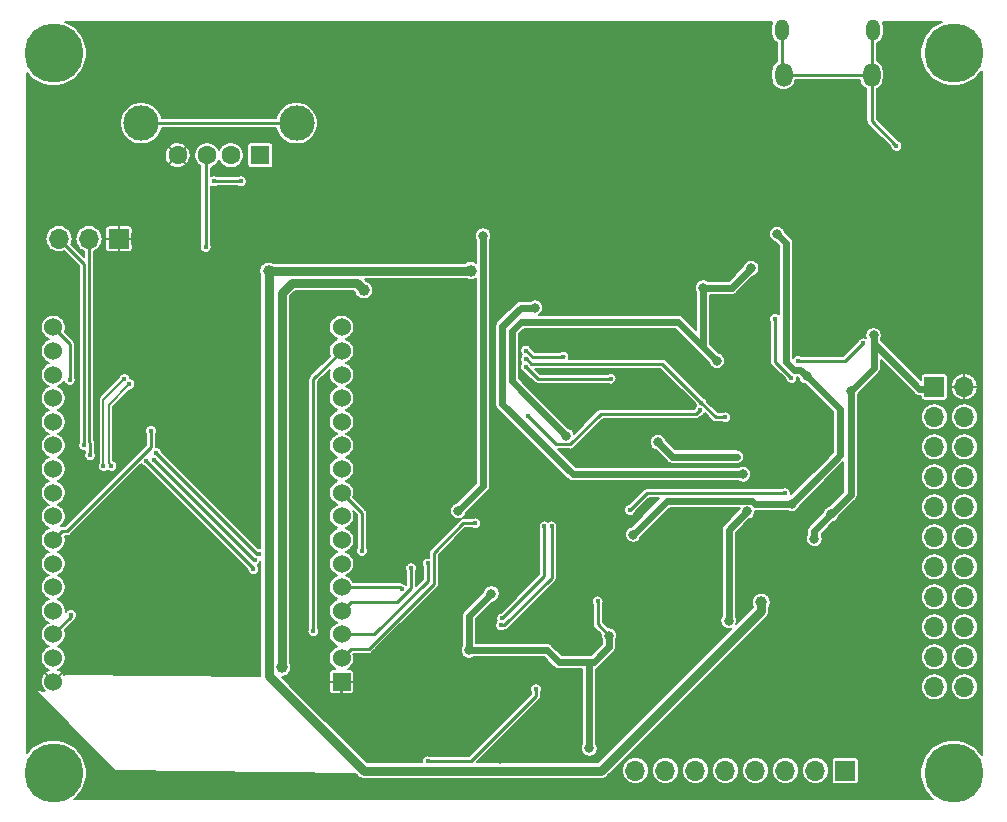
<source format=gbr>
G04 #@! TF.GenerationSoftware,KiCad,Pcbnew,5.1.4+dfsg1-1*
G04 #@! TF.CreationDate,2020-05-25T12:06:47-05:00*
G04 #@! TF.ProjectId,try1,74727931-2e6b-4696-9361-645f70636258,rev?*
G04 #@! TF.SameCoordinates,Original*
G04 #@! TF.FileFunction,Copper,L2,Bot*
G04 #@! TF.FilePolarity,Positive*
%FSLAX46Y46*%
G04 Gerber Fmt 4.6, Leading zero omitted, Abs format (unit mm)*
G04 Created by KiCad (PCBNEW 5.1.4+dfsg1-1) date 2020-05-25 12:06:47*
%MOMM*%
%LPD*%
G04 APERTURE LIST*
%ADD10O,1.700000X1.700000*%
%ADD11R,1.700000X1.700000*%
%ADD12C,1.524000*%
%ADD13R,1.524000X1.524000*%
%ADD14C,5.000000*%
%ADD15C,1.600000*%
%ADD16R,1.600000X1.600000*%
%ADD17C,3.000000*%
%ADD18O,1.150000X1.800000*%
%ADD19O,1.450000X2.000000*%
%ADD20C,0.800000*%
%ADD21C,0.400000*%
%ADD22C,1.000000*%
%ADD23C,0.250000*%
%ADD24C,0.600000*%
%ADD25C,0.800000*%
%ADD26C,0.200000*%
G04 APERTURE END LIST*
D10*
X86093300Y-106489500D03*
X88633300Y-106489500D03*
X91173300Y-106489500D03*
X93713300Y-106489500D03*
X96253300Y-106489500D03*
X98793300Y-106489500D03*
X101333300Y-106489500D03*
D11*
X103873300Y-106489500D03*
D12*
X36814000Y-98958400D03*
X36814000Y-96958400D03*
X36814000Y-94958400D03*
X36814000Y-92958400D03*
X36814000Y-90958400D03*
X36814000Y-88958400D03*
X36814000Y-86958400D03*
X36814000Y-84958400D03*
X36814000Y-82958400D03*
X36814000Y-80958400D03*
X36814000Y-78958400D03*
X36814000Y-76958400D03*
X36814000Y-74958400D03*
X36814000Y-72958400D03*
X36814000Y-70958400D03*
X36814000Y-68958400D03*
X61214000Y-68958400D03*
X61214000Y-70958400D03*
X61214000Y-72958400D03*
X61214000Y-74958400D03*
X61214000Y-76958400D03*
X61214000Y-78958400D03*
X61214000Y-80958400D03*
X61214000Y-82958400D03*
X61214000Y-84958400D03*
X61214000Y-86958400D03*
X61214000Y-88958400D03*
X61214000Y-90958400D03*
X61214000Y-92958400D03*
X61214000Y-94958400D03*
X61214000Y-96958400D03*
D13*
X61214000Y-98958400D03*
D10*
X113940000Y-99400000D03*
X111400000Y-99400000D03*
X113940000Y-96860000D03*
X111400000Y-96860000D03*
X113940000Y-94320000D03*
X111400000Y-94320000D03*
X113940000Y-91780000D03*
X111400000Y-91780000D03*
X113940000Y-89240000D03*
X111400000Y-89240000D03*
X113940000Y-86700000D03*
X111400000Y-86700000D03*
X113940000Y-84160000D03*
X111400000Y-84160000D03*
X113940000Y-81620000D03*
X111400000Y-81620000D03*
X113940000Y-79080000D03*
X111400000Y-79080000D03*
X113940000Y-76540000D03*
X111400000Y-76540000D03*
X113940000Y-74000000D03*
D11*
X111400000Y-74000000D03*
D14*
X113030000Y-106680000D03*
X113030000Y-45720000D03*
X36830000Y-106680000D03*
X36830000Y-45720000D03*
D10*
X37287200Y-61468000D03*
X39827200Y-61468000D03*
D11*
X42367200Y-61468000D03*
D15*
X47335680Y-54386480D03*
X49835680Y-54386480D03*
X51835680Y-54386480D03*
D16*
X54335680Y-54386480D03*
D17*
X57405680Y-51676480D03*
X44265680Y-51676480D03*
D18*
X98487000Y-43770000D03*
X106237000Y-43770000D03*
D19*
X98637000Y-47570000D03*
X106087000Y-47570000D03*
D20*
X36500000Y-56250000D03*
X38250000Y-56250000D03*
X40000000Y-56250000D03*
X41750000Y-56250000D03*
X36500000Y-55000000D03*
X38250000Y-55000000D03*
X40000000Y-55000000D03*
X41750000Y-55000000D03*
X36500000Y-53750000D03*
X38250000Y-53750000D03*
X40000000Y-53750000D03*
X41750000Y-53750000D03*
X57600000Y-76600000D03*
X57600000Y-75200000D03*
X57600000Y-81600000D03*
X57600000Y-84800000D03*
X57600000Y-88000000D03*
X57600000Y-78400000D03*
X57600000Y-86200000D03*
X57600000Y-79800000D03*
X57600000Y-83000000D03*
X57600000Y-89400000D03*
X57600000Y-73400000D03*
X57600000Y-70200000D03*
X57600000Y-68800000D03*
X57600000Y-72000000D03*
X53400000Y-74000000D03*
X52000000Y-72600000D03*
X53400000Y-77200000D03*
X52000000Y-75800000D03*
X53400000Y-75800000D03*
X52000000Y-79000000D03*
X53400000Y-80400000D03*
X53400000Y-79000000D03*
X46000000Y-72200000D03*
X46000000Y-69000000D03*
X44600000Y-69000000D03*
X46000000Y-67600000D03*
X44600000Y-72200000D03*
X44600000Y-70800000D03*
X44600000Y-67600000D03*
X46000000Y-70800000D03*
X49600000Y-69000000D03*
X48200000Y-69000000D03*
X49600000Y-67600000D03*
X48200000Y-72200000D03*
X48200000Y-70800000D03*
X48200000Y-67600000D03*
X49600000Y-70800000D03*
X72000000Y-55000000D03*
X72000000Y-53200000D03*
X72000000Y-51400000D03*
X96000000Y-48400000D03*
X94600000Y-51600000D03*
X94600000Y-50200000D03*
X96000000Y-51600000D03*
X96000000Y-50200000D03*
X94600000Y-48400000D03*
X94600000Y-47000000D03*
X96000000Y-47000000D03*
X94600000Y-45200000D03*
X96000000Y-45200000D03*
X49600000Y-77200000D03*
X48200000Y-80400000D03*
X48200000Y-79000000D03*
X49600000Y-80400000D03*
X49600000Y-79000000D03*
X48200000Y-77200000D03*
X48200000Y-75800000D03*
X49600000Y-75800000D03*
X53400000Y-72600000D03*
X52000000Y-77200000D03*
X53400000Y-70800000D03*
X52000000Y-74000000D03*
X52000000Y-80400000D03*
X47600000Y-93200000D03*
X43800000Y-91800000D03*
X45200000Y-93200000D03*
X49000000Y-91800000D03*
X52800000Y-93400000D03*
X45200000Y-91800000D03*
X51400000Y-91800000D03*
X47600000Y-91800000D03*
X52800000Y-91800000D03*
X51400000Y-93400000D03*
X49000000Y-93200000D03*
X43800000Y-93200000D03*
X47600000Y-90000000D03*
X43800000Y-88600000D03*
X45200000Y-90000000D03*
X49000000Y-88600000D03*
X52800000Y-90000000D03*
X45200000Y-88600000D03*
X51400000Y-88600000D03*
X47600000Y-88600000D03*
X51400000Y-90000000D03*
X49000000Y-90000000D03*
X43800000Y-90000000D03*
X47600000Y-86800000D03*
X43800000Y-85400000D03*
X45200000Y-86800000D03*
X45200000Y-85400000D03*
X47600000Y-85400000D03*
X53400000Y-85200000D03*
X49000000Y-86800000D03*
X43800000Y-86800000D03*
X43800000Y-82200000D03*
X45200000Y-83600000D03*
X53400000Y-83600000D03*
X45200000Y-82200000D03*
X52000000Y-82200000D03*
X53400000Y-82200000D03*
X52000000Y-83600000D03*
X43800000Y-83600000D03*
X49000000Y-96400000D03*
X47600000Y-95000000D03*
X49000000Y-95000000D03*
X47600000Y-96400000D03*
X45200000Y-96400000D03*
X43800000Y-95000000D03*
X45200000Y-95000000D03*
X43800000Y-96400000D03*
X41400000Y-96400000D03*
X40000000Y-95000000D03*
X41400000Y-95000000D03*
X40000000Y-96400000D03*
X99500000Y-78500000D03*
X101000000Y-80000000D03*
X98000000Y-80000000D03*
X98000000Y-76800000D03*
X101000000Y-77000000D03*
D21*
X92300000Y-82100000D03*
D20*
X65000000Y-100000000D03*
X66000000Y-100000000D03*
X67200000Y-102800000D03*
X68600000Y-100000000D03*
X65000000Y-99000000D03*
X66000000Y-99000000D03*
X67200000Y-101800000D03*
X68600000Y-99000000D03*
X66000000Y-98000000D03*
X65000000Y-98000000D03*
X67200000Y-100800000D03*
X68600000Y-98000000D03*
X68750000Y-86750000D03*
X67250000Y-86750000D03*
X65750000Y-86750000D03*
X67250000Y-85500000D03*
X65750000Y-85500000D03*
X68750000Y-85500000D03*
X68750000Y-84250000D03*
X67250000Y-84250000D03*
X65750000Y-84250000D03*
X65750000Y-83050000D03*
X67250000Y-83050000D03*
X68750000Y-83050000D03*
X69000000Y-108000000D03*
X70750000Y-108000000D03*
X72250000Y-108000000D03*
X74000000Y-108000000D03*
X75750000Y-108000000D03*
X77500000Y-108000000D03*
X79250000Y-108000000D03*
X80750000Y-108000000D03*
X82250000Y-108000000D03*
X72600000Y-100200000D03*
X73600000Y-100200000D03*
X74600000Y-100200000D03*
X75600000Y-100200000D03*
X74000000Y-88800000D03*
X75600000Y-88800000D03*
X77200000Y-88800000D03*
X74000000Y-90000000D03*
X75600000Y-90000000D03*
X77200000Y-90000000D03*
X71750000Y-75950000D03*
X71750000Y-74700000D03*
X70750000Y-74700000D03*
X69750000Y-74700000D03*
X69750000Y-75950000D03*
X70750000Y-75950000D03*
X71750000Y-78000000D03*
X70750000Y-78000000D03*
X69750000Y-78000000D03*
X69750000Y-79200000D03*
X70750000Y-79200000D03*
X71750000Y-79200000D03*
X63250000Y-69500000D03*
X64250000Y-69500000D03*
X65250000Y-69500000D03*
X63250000Y-70500000D03*
X64250000Y-70500000D03*
X65250000Y-70500000D03*
X65250000Y-71500000D03*
X64250000Y-71500000D03*
X63250000Y-71500000D03*
X107250000Y-65750000D03*
X105750000Y-65750000D03*
X103050000Y-65750000D03*
X101550000Y-65750000D03*
X101550000Y-64500000D03*
X103050000Y-64500000D03*
X105750000Y-64500000D03*
X107250000Y-64500000D03*
X107250000Y-63250000D03*
X105750000Y-63250000D03*
X103050000Y-63250000D03*
X101550000Y-63250000D03*
X105700000Y-58450000D03*
X107350000Y-58450000D03*
X105700000Y-59700000D03*
X107350000Y-59700000D03*
X107350000Y-60950000D03*
X105700000Y-60950000D03*
X113750000Y-54000000D03*
X112500000Y-54000000D03*
X112500000Y-53000000D03*
X113750000Y-53000000D03*
X113750000Y-52000000D03*
X112500000Y-52000000D03*
X111250000Y-51000000D03*
X112500000Y-51000000D03*
X113750000Y-51000000D03*
X110250000Y-51000000D03*
X65400000Y-55000000D03*
X67650000Y-55000000D03*
X69800000Y-55000000D03*
X65400000Y-53200000D03*
X67600000Y-53200000D03*
X69800000Y-53200000D03*
X65400000Y-51400000D03*
X67600000Y-51400000D03*
X69800000Y-51400000D03*
X112250000Y-102000000D03*
X112250000Y-103200000D03*
X111000000Y-103200000D03*
X111000000Y-102000000D03*
X109750000Y-102000000D03*
X109750000Y-103200000D03*
X106000000Y-95500000D03*
X104750000Y-94250000D03*
X107250000Y-96750000D03*
X103000000Y-94250000D03*
X104250000Y-95500000D03*
X105500000Y-96750000D03*
X104400000Y-91400000D03*
X104400000Y-92750000D03*
X85000000Y-96000000D03*
X86600000Y-96000000D03*
X87200000Y-94800000D03*
X85600000Y-94800000D03*
X86250000Y-90250000D03*
X87750000Y-90250000D03*
X86250000Y-91750000D03*
X87750000Y-91750000D03*
X83000000Y-44750000D03*
X84500000Y-44750000D03*
X83000000Y-46000000D03*
X84500000Y-46000000D03*
X36500000Y-57500000D03*
X38250000Y-57500000D03*
X40000000Y-57500000D03*
X41750000Y-57500000D03*
X84200000Y-78200000D03*
X85400000Y-78200000D03*
X86600000Y-78200000D03*
X87000000Y-75200000D03*
X87000000Y-74300000D03*
X85900000Y-74300000D03*
X84700000Y-74300000D03*
X84700000Y-75200000D03*
X85900000Y-75200000D03*
X52800000Y-96400000D03*
X51400000Y-96400000D03*
X52800000Y-95000000D03*
X51400000Y-95000000D03*
X49600000Y-82200000D03*
X41400000Y-93200000D03*
X84200000Y-59000000D03*
X85400000Y-59000000D03*
X85400000Y-57200000D03*
X84200000Y-57200000D03*
X84200000Y-55800000D03*
X76600000Y-100200000D03*
X79400000Y-100200000D03*
X80600000Y-100200000D03*
X71600000Y-100200000D03*
X57400000Y-99200000D03*
X57400000Y-97600000D03*
X57400000Y-95800000D03*
X76800000Y-95200000D03*
X76800000Y-94000000D03*
X75600000Y-95200000D03*
X79600000Y-91600000D03*
X75600000Y-91200000D03*
X74400000Y-95200000D03*
X73200000Y-95200000D03*
X104400000Y-90000000D03*
X103200000Y-90000000D03*
X103200000Y-91400000D03*
X103200000Y-92800000D03*
X103200000Y-88800000D03*
X108400000Y-97600000D03*
X100400000Y-56000000D03*
X101800000Y-56000000D03*
X103200000Y-56000000D03*
X104600000Y-56000000D03*
X106000000Y-56000000D03*
X107400000Y-56000000D03*
X37200000Y-63900000D03*
X37200000Y-65100000D03*
X37200000Y-66300000D03*
X38400000Y-63900000D03*
X38400000Y-65100000D03*
X38400000Y-66400000D03*
X94400000Y-75000000D03*
X93300000Y-75000000D03*
X64700000Y-102800000D03*
X63400000Y-102800000D03*
X61700000Y-102800000D03*
X74600000Y-105500000D03*
X76300000Y-105400000D03*
X77800000Y-105400000D03*
X79400000Y-105400000D03*
D21*
X98780290Y-83013433D03*
X85629597Y-84429596D03*
D20*
X91850000Y-65600000D03*
X95900000Y-63950000D03*
X92991928Y-71791928D03*
X80250000Y-78150000D03*
X88000000Y-78700000D03*
X106258360Y-69646800D03*
X101256077Y-86881396D03*
X102644093Y-84791130D03*
D21*
X94700018Y-79900000D03*
D20*
X104313176Y-74375043D03*
X77600000Y-67300000D03*
X95557945Y-84543253D03*
X95200016Y-81400000D03*
X94000000Y-93800000D03*
D22*
X96749998Y-92250000D03*
X55049998Y-64199998D03*
X72150000Y-64149998D03*
D20*
X73200000Y-61200000D03*
X71100000Y-84500000D03*
X72000000Y-96300000D03*
D21*
X82900000Y-92150000D03*
D20*
X73899998Y-91500000D03*
X83853534Y-95053534D03*
X82200011Y-104600011D03*
D22*
X56150000Y-97750000D03*
X63100000Y-65800000D03*
D21*
X52700000Y-56600000D03*
X50400000Y-56600000D03*
D20*
X98100000Y-61050000D03*
X99324160Y-83891120D03*
X85900000Y-86500004D03*
X100599994Y-73100000D03*
D21*
X97929700Y-68249800D03*
X99300000Y-73250000D03*
X49714600Y-62160600D03*
X41725000Y-80700000D03*
X43250000Y-73750000D03*
X38300000Y-93300000D03*
X42825727Y-73325727D03*
X41058096Y-80708949D03*
X39928800Y-79806800D03*
X39397566Y-78940146D03*
X44671608Y-80256536D03*
X53750000Y-89450000D03*
X58826400Y-94691200D03*
X105400000Y-70300000D03*
X99882760Y-71792796D03*
X66303761Y-91094161D03*
X67106800Y-89357200D03*
X68512190Y-88950800D03*
X72542400Y-85547200D03*
X45079920Y-77734160D03*
X78399987Y-85800000D03*
X74800000Y-93600014D03*
X45500000Y-79600000D03*
X54207990Y-88158285D03*
X38201600Y-73406000D03*
X79000000Y-85800012D03*
X74704907Y-94192442D03*
X45347051Y-80189515D03*
X53855050Y-88686112D03*
X79989680Y-71434960D03*
X76821615Y-70928385D03*
X76984142Y-76471436D03*
X91556844Y-75981556D03*
X84000000Y-73300000D03*
X76814204Y-72299863D03*
X93713300Y-76581000D03*
X91681300Y-75353410D03*
X76824926Y-71674174D03*
X62941200Y-87884000D03*
X77671000Y-99600000D03*
X68500010Y-105699998D03*
X108200000Y-53600000D03*
D23*
X87045760Y-83013433D02*
X85629597Y-84429596D01*
X98780290Y-83013433D02*
X87045760Y-83013433D01*
D24*
X94250000Y-65600000D02*
X95900000Y-63950000D01*
X91850000Y-65600000D02*
X91850000Y-70650000D01*
X91850000Y-70650000D02*
X92991928Y-71791928D01*
X76150009Y-74046801D02*
X76400000Y-74296792D01*
X76150009Y-74050009D02*
X80250000Y-78150000D01*
X76150009Y-74046801D02*
X76150009Y-74050009D01*
X106258360Y-69646800D02*
X106258360Y-70291640D01*
X106258360Y-70308360D02*
X110100000Y-74150000D01*
X106258360Y-70291640D02*
X106258360Y-70308360D01*
X111250000Y-74150000D02*
X111400000Y-74000000D01*
X110100000Y-74150000D02*
X111250000Y-74150000D01*
X101256077Y-86881396D02*
X101256077Y-86179146D01*
X101256077Y-86179146D02*
X102644093Y-84791130D01*
X89200000Y-79900000D02*
X94700018Y-79900000D01*
X88000000Y-78700000D02*
X89200000Y-79900000D01*
X75621615Y-73518407D02*
X76150009Y-74046801D01*
X75621615Y-69278385D02*
X75621615Y-73518407D01*
X76400000Y-68500000D02*
X75621615Y-69278385D01*
X92991928Y-71791928D02*
X89700000Y-68500000D01*
X89700000Y-68500000D02*
X76400000Y-68500000D01*
X91850000Y-65600000D02*
X94250000Y-65600000D01*
X106258360Y-72429859D02*
X104713175Y-73975044D01*
X104313176Y-83122047D02*
X104313176Y-74940728D01*
X106258360Y-70291640D02*
X106258360Y-72429859D01*
X104713175Y-73975044D02*
X104313176Y-74375043D01*
X102644093Y-84791130D02*
X104313176Y-83122047D01*
X104313176Y-74940728D02*
X104313176Y-74375043D01*
X76400000Y-67300000D02*
X74821604Y-68878396D01*
X77600000Y-67300000D02*
X76400000Y-67300000D01*
X74821604Y-75438570D02*
X80783034Y-81400000D01*
X80783034Y-81400000D02*
X95200016Y-81400000D01*
X74821604Y-68878396D02*
X74821604Y-75438570D01*
X94000000Y-86101198D02*
X95557945Y-84543253D01*
X94000000Y-93800000D02*
X94000000Y-86101198D01*
D25*
X72100000Y-64199998D02*
X72150000Y-64149998D01*
X55049998Y-64199998D02*
X72100000Y-64199998D01*
X68884002Y-106500002D02*
X63098546Y-106500002D01*
X83207104Y-106500000D02*
X68884004Y-106500000D01*
X96749998Y-92957106D02*
X83207104Y-106500000D01*
X55049998Y-98451454D02*
X55049998Y-64907104D01*
X55049998Y-64907104D02*
X55049998Y-64199998D01*
X96749998Y-92250000D02*
X96749998Y-92957106D01*
X68884004Y-106500000D02*
X68884002Y-106500002D01*
X63098546Y-106500002D02*
X55049998Y-98451454D01*
D23*
X82737949Y-97401431D02*
X82607119Y-97270601D01*
D24*
X73200000Y-61200000D02*
X73200000Y-82400000D01*
X73200000Y-82400000D02*
X71100000Y-84500000D01*
X72000000Y-96300000D02*
X78600000Y-96300000D01*
X78600000Y-96300000D02*
X79600000Y-97300000D01*
X79600000Y-97300000D02*
X82100000Y-97300000D01*
X82577720Y-97300000D02*
X83296760Y-96580960D01*
X82100000Y-97300000D02*
X82577720Y-97300000D01*
X72000000Y-96300000D02*
X72000000Y-93399998D01*
X72000000Y-93399998D02*
X73899998Y-91500000D01*
X83853534Y-96024186D02*
X83853534Y-95053534D01*
D23*
X82900000Y-92150000D02*
X82900000Y-94100000D01*
X82900000Y-94100000D02*
X83853534Y-95053534D01*
D24*
X83138860Y-96738860D02*
X83853534Y-96024186D01*
X82200011Y-97400011D02*
X82200011Y-104600011D01*
X82100000Y-97300000D02*
X82200011Y-97400011D01*
D25*
X62500008Y-65200008D02*
X63100000Y-65800000D01*
X56999992Y-65200008D02*
X62500008Y-65200008D01*
X56150000Y-97750000D02*
X56150000Y-66050000D01*
X56150000Y-66050000D02*
X56999992Y-65200008D01*
D23*
X52700000Y-56600000D02*
X50400000Y-56600000D01*
D24*
X88756775Y-83643229D02*
X85900000Y-86500004D01*
X96237860Y-83891120D02*
X95989969Y-83643229D01*
X95989969Y-83643229D02*
X88756775Y-83643229D01*
X99324160Y-83891120D02*
X96237860Y-83891120D01*
X103413184Y-75913190D02*
X100599994Y-73100000D01*
X99324160Y-83891120D02*
X103413184Y-79802096D01*
X103413184Y-79802096D02*
X103413184Y-75913190D01*
X98850000Y-71915691D02*
X99484307Y-72549998D01*
X98850000Y-61800000D02*
X98850000Y-71915691D01*
X99484307Y-72549998D02*
X100049992Y-72549998D01*
X100049992Y-72549998D02*
X100599994Y-73100000D01*
X98100000Y-61050000D02*
X98850000Y-61800000D01*
D23*
X97929700Y-68249800D02*
X97929700Y-71879700D01*
X97929700Y-71879700D02*
X99300000Y-73250000D01*
X49700000Y-54522160D02*
X49835680Y-54386480D01*
X49714600Y-62160600D02*
X49700000Y-62146000D01*
X49700000Y-62146000D02*
X49700000Y-54522160D01*
D26*
X41500000Y-75500000D02*
X43250000Y-73750000D01*
X41500000Y-80475000D02*
X41500000Y-75500000D01*
X41725000Y-80700000D02*
X41500000Y-80475000D01*
D23*
X38300000Y-93472400D02*
X36814000Y-94958400D01*
X38300000Y-93300000D02*
X38300000Y-93472400D01*
D26*
X42825727Y-73325727D02*
X41058096Y-75093358D01*
X41058096Y-75093358D02*
X41058096Y-80708949D01*
D23*
X39827200Y-61468000D02*
X39827200Y-78638400D01*
X39928800Y-78740000D02*
X39928800Y-79806800D01*
X39827200Y-78638400D02*
X39928800Y-78740000D01*
X39377189Y-78919769D02*
X39397566Y-78940146D01*
X39377189Y-63557989D02*
X39377189Y-78919769D01*
X37287200Y-61468000D02*
X39377189Y-63557989D01*
X53750000Y-89334928D02*
X53750000Y-89450000D01*
X44671608Y-80256536D02*
X53750000Y-89334928D01*
X58826400Y-73346000D02*
X58826400Y-94691200D01*
X61214000Y-70958400D02*
X58826400Y-73346000D01*
X99882760Y-71792796D02*
X103873307Y-71792796D01*
X103873307Y-71792796D02*
X105383052Y-70283052D01*
X61214000Y-90958400D02*
X66168000Y-90958400D01*
X66168000Y-90958400D02*
X66303761Y-91094161D01*
X67106800Y-91033600D02*
X65943999Y-92196401D01*
X65943999Y-92196401D02*
X61975999Y-92196401D01*
X61975999Y-92196401D02*
X61214000Y-92958400D01*
X67106800Y-89357200D02*
X67106800Y-91033600D01*
X68512190Y-90441010D02*
X68512190Y-88950800D01*
X63994800Y-94958400D02*
X68512190Y-90441010D01*
X61214000Y-94958400D02*
X63994800Y-94958400D01*
X61975999Y-96196401D02*
X63518799Y-96196401D01*
X61214000Y-96958400D02*
X61975999Y-96196401D01*
X63518799Y-96196401D02*
X69037200Y-90678000D01*
X69037200Y-90678000D02*
X69037200Y-88036400D01*
X69037200Y-88036400D02*
X71526400Y-85547200D01*
X71526400Y-85547200D02*
X72542400Y-85547200D01*
X37575999Y-86196401D02*
X37989279Y-86196401D01*
X36814000Y-86958400D02*
X37575999Y-86196401D01*
X45079920Y-79105760D02*
X45079920Y-77734160D01*
X37989279Y-86196401D02*
X45079920Y-79105760D01*
X78399987Y-90000027D02*
X74800000Y-93600014D01*
X78399987Y-85800000D02*
X78399987Y-90000027D01*
X54058285Y-88158285D02*
X54207990Y-88158285D01*
X45500000Y-79600000D02*
X54058285Y-88158285D01*
X38201600Y-70346000D02*
X36814000Y-68958400D01*
X38201600Y-73406000D02*
X38201600Y-70346000D01*
X74987749Y-94192442D02*
X74704907Y-94192442D01*
X79000000Y-90180191D02*
X74987749Y-94192442D01*
X79000000Y-85800012D02*
X79000000Y-90180191D01*
X53843648Y-88686112D02*
X53855050Y-88686112D01*
X45347051Y-80189515D02*
X53843648Y-88686112D01*
X79884000Y-71500000D02*
X77393230Y-71500000D01*
X77393230Y-71500000D02*
X76821615Y-70928385D01*
X80010000Y-71374000D02*
X79884000Y-71500000D01*
X91254773Y-76283627D02*
X91556844Y-75981556D01*
X83189377Y-76283627D02*
X91254773Y-76283627D01*
X76984142Y-76471436D02*
X79387708Y-78875002D01*
X80598002Y-78875002D02*
X83189377Y-76283627D01*
X79387708Y-78875002D02*
X80598002Y-78875002D01*
X77814341Y-73300000D02*
X76814204Y-72299863D01*
X84000000Y-73300000D02*
X77814341Y-73300000D01*
X92908890Y-76581000D02*
X91681300Y-75353410D01*
X93713300Y-76581000D02*
X92908890Y-76581000D01*
X76930993Y-71674174D02*
X76824926Y-71674174D01*
X91681300Y-75353410D02*
X88362290Y-72034400D01*
X88362290Y-72034400D02*
X77291219Y-72034400D01*
X77291219Y-72034400D02*
X76930993Y-71674174D01*
X76820300Y-71678800D02*
X76824926Y-71674174D01*
X76809600Y-71678800D02*
X76820300Y-71678800D01*
X62941200Y-84685600D02*
X61214000Y-82958400D01*
X62941200Y-87884000D02*
X62941200Y-84685600D01*
X77671000Y-100202002D02*
X72173004Y-105699998D01*
X68782852Y-105699998D02*
X68500010Y-105699998D01*
X72173004Y-105699998D02*
X68782852Y-105699998D01*
X77671000Y-99600000D02*
X77671000Y-100202002D01*
X98487000Y-47420000D02*
X98637000Y-47570000D01*
X98487000Y-43770000D02*
X98487000Y-47420000D01*
X99612000Y-47570000D02*
X106087000Y-47570000D01*
X98637000Y-47570000D02*
X99612000Y-47570000D01*
X106087000Y-43920000D02*
X106237000Y-43770000D01*
X106087000Y-47570000D02*
X106087000Y-43920000D01*
X106087000Y-47570000D02*
X106087000Y-51487000D01*
X106087000Y-51487000D02*
X108200000Y-53600000D01*
X44265680Y-51676480D02*
X57405680Y-51676480D01*
G36*
X96625000Y-75500000D02*
G01*
X96627402Y-75524386D01*
X96634515Y-75547835D01*
X96646066Y-75569446D01*
X96661612Y-75588388D01*
X96680554Y-75603934D01*
X96702165Y-75615485D01*
X96725614Y-75622598D01*
X96750000Y-75625000D01*
X102170400Y-75625000D01*
X102375000Y-75829600D01*
X102375000Y-79885686D01*
X101135686Y-81125000D01*
X96875000Y-81125000D01*
X96875000Y-76750000D01*
X96872598Y-76725614D01*
X96865485Y-76702165D01*
X96853934Y-76680554D01*
X96838388Y-76661612D01*
X95588388Y-75411612D01*
X95569446Y-75396066D01*
X95547835Y-75384515D01*
X95524386Y-75377402D01*
X95500000Y-75375000D01*
X93125000Y-75375000D01*
X93125000Y-74125000D01*
X94750000Y-74125000D01*
X94774386Y-74122598D01*
X94797835Y-74115485D01*
X94819446Y-74103934D01*
X94838388Y-74088388D01*
X94853934Y-74069446D01*
X94865485Y-74047835D01*
X94872598Y-74024386D01*
X94875000Y-74000000D01*
X94875000Y-68375000D01*
X96625000Y-68375000D01*
X96625000Y-75500000D01*
X96625000Y-75500000D01*
G37*
X96625000Y-75500000D02*
X96627402Y-75524386D01*
X96634515Y-75547835D01*
X96646066Y-75569446D01*
X96661612Y-75588388D01*
X96680554Y-75603934D01*
X96702165Y-75615485D01*
X96725614Y-75622598D01*
X96750000Y-75625000D01*
X102170400Y-75625000D01*
X102375000Y-75829600D01*
X102375000Y-79885686D01*
X101135686Y-81125000D01*
X96875000Y-81125000D01*
X96875000Y-76750000D01*
X96872598Y-76725614D01*
X96865485Y-76702165D01*
X96853934Y-76680554D01*
X96838388Y-76661612D01*
X95588388Y-75411612D01*
X95569446Y-75396066D01*
X95547835Y-75384515D01*
X95524386Y-75377402D01*
X95500000Y-75375000D01*
X93125000Y-75375000D01*
X93125000Y-74125000D01*
X94750000Y-74125000D01*
X94774386Y-74122598D01*
X94797835Y-74115485D01*
X94819446Y-74103934D01*
X94838388Y-74088388D01*
X94853934Y-74069446D01*
X94865485Y-74047835D01*
X94872598Y-74024386D01*
X94875000Y-74000000D01*
X94875000Y-68375000D01*
X96625000Y-68375000D01*
X96625000Y-75500000D01*
D26*
G36*
X97674696Y-43108532D02*
G01*
X97624661Y-43273470D01*
X97612000Y-43402021D01*
X97612000Y-44137978D01*
X97624661Y-44266529D01*
X97674695Y-44431467D01*
X97755944Y-44583475D01*
X97865288Y-44716712D01*
X97998524Y-44826056D01*
X98062000Y-44859984D01*
X98062001Y-46440906D01*
X97908710Y-46566709D01*
X97780621Y-46722785D01*
X97685442Y-46900852D01*
X97626831Y-47094065D01*
X97612000Y-47244649D01*
X97612000Y-47895350D01*
X97626831Y-48045934D01*
X97685442Y-48239147D01*
X97780620Y-48417215D01*
X97908709Y-48573291D01*
X98064785Y-48701380D01*
X98242852Y-48796558D01*
X98436065Y-48855169D01*
X98637000Y-48874959D01*
X98837934Y-48855169D01*
X99031147Y-48796558D01*
X99209215Y-48701380D01*
X99365291Y-48573291D01*
X99493380Y-48417215D01*
X99588558Y-48239148D01*
X99647169Y-48045935D01*
X99652186Y-47995000D01*
X105071815Y-47995000D01*
X105076831Y-48045934D01*
X105135442Y-48239147D01*
X105230620Y-48417215D01*
X105358709Y-48573291D01*
X105514785Y-48701380D01*
X105662000Y-48780068D01*
X105662001Y-51466123D01*
X105659945Y-51487000D01*
X105668150Y-51570314D01*
X105692453Y-51650427D01*
X105731917Y-51724260D01*
X105785027Y-51788974D01*
X105801239Y-51802279D01*
X107712861Y-53713902D01*
X107719215Y-53745845D01*
X107756906Y-53836839D01*
X107811625Y-53918731D01*
X107881269Y-53988375D01*
X107963161Y-54043094D01*
X108054155Y-54080785D01*
X108150754Y-54100000D01*
X108249246Y-54100000D01*
X108345845Y-54080785D01*
X108436839Y-54043094D01*
X108518731Y-53988375D01*
X108588375Y-53918731D01*
X108643094Y-53836839D01*
X108680785Y-53745845D01*
X108700000Y-53649246D01*
X108700000Y-53550754D01*
X108680785Y-53454155D01*
X108643094Y-53363161D01*
X108588375Y-53281269D01*
X108518731Y-53211625D01*
X108436839Y-53156906D01*
X108345845Y-53119215D01*
X108313902Y-53112861D01*
X106512000Y-51310960D01*
X106512000Y-48780067D01*
X106659215Y-48701380D01*
X106815291Y-48573291D01*
X106943380Y-48417215D01*
X107038558Y-48239148D01*
X107097169Y-48045935D01*
X107112000Y-47895351D01*
X107112000Y-47244650D01*
X107097169Y-47094066D01*
X107038558Y-46900853D01*
X106943380Y-46722785D01*
X106815291Y-46566709D01*
X106659215Y-46438620D01*
X106512000Y-46359933D01*
X106512000Y-44925951D01*
X106573467Y-44907305D01*
X106725475Y-44826056D01*
X106858712Y-44716712D01*
X106968056Y-44583476D01*
X107049305Y-44431468D01*
X107099339Y-44266530D01*
X107112000Y-44137979D01*
X107112000Y-43402021D01*
X107099339Y-43273470D01*
X107049305Y-43108532D01*
X107044745Y-43100000D01*
X112038486Y-43100000D01*
X111703703Y-43238672D01*
X111245104Y-43545098D01*
X110855098Y-43935104D01*
X110548672Y-44393703D01*
X110337602Y-44903270D01*
X110230000Y-45444224D01*
X110230000Y-45995776D01*
X110337602Y-46536730D01*
X110548672Y-47046297D01*
X110855098Y-47504896D01*
X111245104Y-47894902D01*
X111703703Y-48201328D01*
X112213270Y-48412398D01*
X112754224Y-48520000D01*
X113305776Y-48520000D01*
X113846730Y-48412398D01*
X114356297Y-48201328D01*
X114814896Y-47894902D01*
X115204902Y-47504896D01*
X115400000Y-47212911D01*
X115400000Y-105187089D01*
X115204902Y-104895104D01*
X114814896Y-104505098D01*
X114356297Y-104198672D01*
X113846730Y-103987602D01*
X113305776Y-103880000D01*
X112754224Y-103880000D01*
X112213270Y-103987602D01*
X111703703Y-104198672D01*
X111245104Y-104505098D01*
X110855098Y-104895104D01*
X110548672Y-105353703D01*
X110337602Y-105863270D01*
X110230000Y-106404224D01*
X110230000Y-106955776D01*
X110337602Y-107496730D01*
X110548672Y-108006297D01*
X110855098Y-108464896D01*
X111245104Y-108854902D01*
X111312598Y-108900000D01*
X38547402Y-108900000D01*
X38614896Y-108854902D01*
X39004902Y-108464896D01*
X39311328Y-108006297D01*
X39522398Y-107496730D01*
X39630000Y-106955776D01*
X39630000Y-106404224D01*
X39522398Y-105863270D01*
X39311328Y-105353703D01*
X39004902Y-104895104D01*
X38614896Y-104505098D01*
X38156297Y-104198672D01*
X37646730Y-103987602D01*
X37105776Y-103880000D01*
X36554224Y-103880000D01*
X36013270Y-103987602D01*
X35503703Y-104198672D01*
X35045104Y-104505098D01*
X34655098Y-104895104D01*
X34600000Y-104977564D01*
X34600000Y-99749437D01*
X35375002Y-99749437D01*
X35376813Y-99768957D01*
X35382398Y-99787748D01*
X35391542Y-99805088D01*
X35403892Y-99820312D01*
X42028892Y-106520312D01*
X42043421Y-106532455D01*
X42060594Y-106541909D01*
X42079282Y-106547830D01*
X42098766Y-106549992D01*
X62348766Y-106799992D01*
X62368899Y-106798198D01*
X62387694Y-106792624D01*
X62396553Y-106787959D01*
X62579255Y-106970661D01*
X62601176Y-106997372D01*
X62707765Y-107084847D01*
X62829371Y-107149847D01*
X62961322Y-107189874D01*
X63064156Y-107200002D01*
X63064159Y-107200002D01*
X63098546Y-107203389D01*
X63132933Y-107200002D01*
X68849615Y-107200002D01*
X68884002Y-107203389D01*
X68918389Y-107200002D01*
X68918392Y-107200002D01*
X68918412Y-107200000D01*
X83172717Y-107200000D01*
X83207104Y-107203387D01*
X83241491Y-107200000D01*
X83241494Y-107200000D01*
X83344328Y-107189872D01*
X83476279Y-107149845D01*
X83597885Y-107084845D01*
X83704474Y-106997370D01*
X83726400Y-106970653D01*
X84207553Y-106489500D01*
X84937736Y-106489500D01*
X84959940Y-106714939D01*
X85025698Y-106931715D01*
X85132484Y-107131497D01*
X85276193Y-107306607D01*
X85451303Y-107450316D01*
X85651085Y-107557102D01*
X85867861Y-107622860D01*
X86036808Y-107639500D01*
X86149792Y-107639500D01*
X86318739Y-107622860D01*
X86535515Y-107557102D01*
X86735297Y-107450316D01*
X86910407Y-107306607D01*
X87054116Y-107131497D01*
X87160902Y-106931715D01*
X87226660Y-106714939D01*
X87248864Y-106489500D01*
X87477736Y-106489500D01*
X87499940Y-106714939D01*
X87565698Y-106931715D01*
X87672484Y-107131497D01*
X87816193Y-107306607D01*
X87991303Y-107450316D01*
X88191085Y-107557102D01*
X88407861Y-107622860D01*
X88576808Y-107639500D01*
X88689792Y-107639500D01*
X88858739Y-107622860D01*
X89075515Y-107557102D01*
X89275297Y-107450316D01*
X89450407Y-107306607D01*
X89594116Y-107131497D01*
X89700902Y-106931715D01*
X89766660Y-106714939D01*
X89788864Y-106489500D01*
X90017736Y-106489500D01*
X90039940Y-106714939D01*
X90105698Y-106931715D01*
X90212484Y-107131497D01*
X90356193Y-107306607D01*
X90531303Y-107450316D01*
X90731085Y-107557102D01*
X90947861Y-107622860D01*
X91116808Y-107639500D01*
X91229792Y-107639500D01*
X91398739Y-107622860D01*
X91615515Y-107557102D01*
X91815297Y-107450316D01*
X91990407Y-107306607D01*
X92134116Y-107131497D01*
X92240902Y-106931715D01*
X92306660Y-106714939D01*
X92328864Y-106489500D01*
X92557736Y-106489500D01*
X92579940Y-106714939D01*
X92645698Y-106931715D01*
X92752484Y-107131497D01*
X92896193Y-107306607D01*
X93071303Y-107450316D01*
X93271085Y-107557102D01*
X93487861Y-107622860D01*
X93656808Y-107639500D01*
X93769792Y-107639500D01*
X93938739Y-107622860D01*
X94155515Y-107557102D01*
X94355297Y-107450316D01*
X94530407Y-107306607D01*
X94674116Y-107131497D01*
X94780902Y-106931715D01*
X94846660Y-106714939D01*
X94868864Y-106489500D01*
X95097736Y-106489500D01*
X95119940Y-106714939D01*
X95185698Y-106931715D01*
X95292484Y-107131497D01*
X95436193Y-107306607D01*
X95611303Y-107450316D01*
X95811085Y-107557102D01*
X96027861Y-107622860D01*
X96196808Y-107639500D01*
X96309792Y-107639500D01*
X96478739Y-107622860D01*
X96695515Y-107557102D01*
X96895297Y-107450316D01*
X97070407Y-107306607D01*
X97214116Y-107131497D01*
X97320902Y-106931715D01*
X97386660Y-106714939D01*
X97408864Y-106489500D01*
X97637736Y-106489500D01*
X97659940Y-106714939D01*
X97725698Y-106931715D01*
X97832484Y-107131497D01*
X97976193Y-107306607D01*
X98151303Y-107450316D01*
X98351085Y-107557102D01*
X98567861Y-107622860D01*
X98736808Y-107639500D01*
X98849792Y-107639500D01*
X99018739Y-107622860D01*
X99235515Y-107557102D01*
X99435297Y-107450316D01*
X99610407Y-107306607D01*
X99754116Y-107131497D01*
X99860902Y-106931715D01*
X99926660Y-106714939D01*
X99948864Y-106489500D01*
X100177736Y-106489500D01*
X100199940Y-106714939D01*
X100265698Y-106931715D01*
X100372484Y-107131497D01*
X100516193Y-107306607D01*
X100691303Y-107450316D01*
X100891085Y-107557102D01*
X101107861Y-107622860D01*
X101276808Y-107639500D01*
X101389792Y-107639500D01*
X101558739Y-107622860D01*
X101775515Y-107557102D01*
X101975297Y-107450316D01*
X102150407Y-107306607D01*
X102294116Y-107131497D01*
X102400902Y-106931715D01*
X102466660Y-106714939D01*
X102488864Y-106489500D01*
X102466660Y-106264061D01*
X102400902Y-106047285D01*
X102294116Y-105847503D01*
X102150407Y-105672393D01*
X102110327Y-105639500D01*
X102721849Y-105639500D01*
X102721849Y-107339500D01*
X102727641Y-107398310D01*
X102744796Y-107454860D01*
X102772653Y-107506977D01*
X102810142Y-107552658D01*
X102855823Y-107590147D01*
X102907940Y-107618004D01*
X102964490Y-107635159D01*
X103023300Y-107640951D01*
X104723300Y-107640951D01*
X104782110Y-107635159D01*
X104838660Y-107618004D01*
X104890777Y-107590147D01*
X104936458Y-107552658D01*
X104973947Y-107506977D01*
X105001804Y-107454860D01*
X105018959Y-107398310D01*
X105024751Y-107339500D01*
X105024751Y-105639500D01*
X105018959Y-105580690D01*
X105001804Y-105524140D01*
X104973947Y-105472023D01*
X104936458Y-105426342D01*
X104890777Y-105388853D01*
X104838660Y-105360996D01*
X104782110Y-105343841D01*
X104723300Y-105338049D01*
X103023300Y-105338049D01*
X102964490Y-105343841D01*
X102907940Y-105360996D01*
X102855823Y-105388853D01*
X102810142Y-105426342D01*
X102772653Y-105472023D01*
X102744796Y-105524140D01*
X102727641Y-105580690D01*
X102721849Y-105639500D01*
X102110327Y-105639500D01*
X101975297Y-105528684D01*
X101775515Y-105421898D01*
X101558739Y-105356140D01*
X101389792Y-105339500D01*
X101276808Y-105339500D01*
X101107861Y-105356140D01*
X100891085Y-105421898D01*
X100691303Y-105528684D01*
X100516193Y-105672393D01*
X100372484Y-105847503D01*
X100265698Y-106047285D01*
X100199940Y-106264061D01*
X100177736Y-106489500D01*
X99948864Y-106489500D01*
X99926660Y-106264061D01*
X99860902Y-106047285D01*
X99754116Y-105847503D01*
X99610407Y-105672393D01*
X99435297Y-105528684D01*
X99235515Y-105421898D01*
X99018739Y-105356140D01*
X98849792Y-105339500D01*
X98736808Y-105339500D01*
X98567861Y-105356140D01*
X98351085Y-105421898D01*
X98151303Y-105528684D01*
X97976193Y-105672393D01*
X97832484Y-105847503D01*
X97725698Y-106047285D01*
X97659940Y-106264061D01*
X97637736Y-106489500D01*
X97408864Y-106489500D01*
X97386660Y-106264061D01*
X97320902Y-106047285D01*
X97214116Y-105847503D01*
X97070407Y-105672393D01*
X96895297Y-105528684D01*
X96695515Y-105421898D01*
X96478739Y-105356140D01*
X96309792Y-105339500D01*
X96196808Y-105339500D01*
X96027861Y-105356140D01*
X95811085Y-105421898D01*
X95611303Y-105528684D01*
X95436193Y-105672393D01*
X95292484Y-105847503D01*
X95185698Y-106047285D01*
X95119940Y-106264061D01*
X95097736Y-106489500D01*
X94868864Y-106489500D01*
X94846660Y-106264061D01*
X94780902Y-106047285D01*
X94674116Y-105847503D01*
X94530407Y-105672393D01*
X94355297Y-105528684D01*
X94155515Y-105421898D01*
X93938739Y-105356140D01*
X93769792Y-105339500D01*
X93656808Y-105339500D01*
X93487861Y-105356140D01*
X93271085Y-105421898D01*
X93071303Y-105528684D01*
X92896193Y-105672393D01*
X92752484Y-105847503D01*
X92645698Y-106047285D01*
X92579940Y-106264061D01*
X92557736Y-106489500D01*
X92328864Y-106489500D01*
X92306660Y-106264061D01*
X92240902Y-106047285D01*
X92134116Y-105847503D01*
X91990407Y-105672393D01*
X91815297Y-105528684D01*
X91615515Y-105421898D01*
X91398739Y-105356140D01*
X91229792Y-105339500D01*
X91116808Y-105339500D01*
X90947861Y-105356140D01*
X90731085Y-105421898D01*
X90531303Y-105528684D01*
X90356193Y-105672393D01*
X90212484Y-105847503D01*
X90105698Y-106047285D01*
X90039940Y-106264061D01*
X90017736Y-106489500D01*
X89788864Y-106489500D01*
X89766660Y-106264061D01*
X89700902Y-106047285D01*
X89594116Y-105847503D01*
X89450407Y-105672393D01*
X89275297Y-105528684D01*
X89075515Y-105421898D01*
X88858739Y-105356140D01*
X88689792Y-105339500D01*
X88576808Y-105339500D01*
X88407861Y-105356140D01*
X88191085Y-105421898D01*
X87991303Y-105528684D01*
X87816193Y-105672393D01*
X87672484Y-105847503D01*
X87565698Y-106047285D01*
X87499940Y-106264061D01*
X87477736Y-106489500D01*
X87248864Y-106489500D01*
X87226660Y-106264061D01*
X87160902Y-106047285D01*
X87054116Y-105847503D01*
X86910407Y-105672393D01*
X86735297Y-105528684D01*
X86535515Y-105421898D01*
X86318739Y-105356140D01*
X86149792Y-105339500D01*
X86036808Y-105339500D01*
X85867861Y-105356140D01*
X85651085Y-105421898D01*
X85451303Y-105528684D01*
X85276193Y-105672393D01*
X85132484Y-105847503D01*
X85025698Y-106047285D01*
X84959940Y-106264061D01*
X84937736Y-106489500D01*
X84207553Y-106489500D01*
X91297053Y-99400000D01*
X110244436Y-99400000D01*
X110266640Y-99625439D01*
X110332398Y-99842215D01*
X110439184Y-100041997D01*
X110582893Y-100217107D01*
X110758003Y-100360816D01*
X110957785Y-100467602D01*
X111174561Y-100533360D01*
X111343508Y-100550000D01*
X111456492Y-100550000D01*
X111625439Y-100533360D01*
X111842215Y-100467602D01*
X112041997Y-100360816D01*
X112217107Y-100217107D01*
X112360816Y-100041997D01*
X112467602Y-99842215D01*
X112533360Y-99625439D01*
X112555564Y-99400000D01*
X112784436Y-99400000D01*
X112806640Y-99625439D01*
X112872398Y-99842215D01*
X112979184Y-100041997D01*
X113122893Y-100217107D01*
X113298003Y-100360816D01*
X113497785Y-100467602D01*
X113714561Y-100533360D01*
X113883508Y-100550000D01*
X113996492Y-100550000D01*
X114165439Y-100533360D01*
X114382215Y-100467602D01*
X114581997Y-100360816D01*
X114757107Y-100217107D01*
X114900816Y-100041997D01*
X115007602Y-99842215D01*
X115073360Y-99625439D01*
X115095564Y-99400000D01*
X115073360Y-99174561D01*
X115007602Y-98957785D01*
X114900816Y-98758003D01*
X114757107Y-98582893D01*
X114581997Y-98439184D01*
X114382215Y-98332398D01*
X114165439Y-98266640D01*
X113996492Y-98250000D01*
X113883508Y-98250000D01*
X113714561Y-98266640D01*
X113497785Y-98332398D01*
X113298003Y-98439184D01*
X113122893Y-98582893D01*
X112979184Y-98758003D01*
X112872398Y-98957785D01*
X112806640Y-99174561D01*
X112784436Y-99400000D01*
X112555564Y-99400000D01*
X112533360Y-99174561D01*
X112467602Y-98957785D01*
X112360816Y-98758003D01*
X112217107Y-98582893D01*
X112041997Y-98439184D01*
X111842215Y-98332398D01*
X111625439Y-98266640D01*
X111456492Y-98250000D01*
X111343508Y-98250000D01*
X111174561Y-98266640D01*
X110957785Y-98332398D01*
X110758003Y-98439184D01*
X110582893Y-98582893D01*
X110439184Y-98758003D01*
X110332398Y-98957785D01*
X110266640Y-99174561D01*
X110244436Y-99400000D01*
X91297053Y-99400000D01*
X93837053Y-96860000D01*
X110244436Y-96860000D01*
X110266640Y-97085439D01*
X110332398Y-97302215D01*
X110439184Y-97501997D01*
X110582893Y-97677107D01*
X110758003Y-97820816D01*
X110957785Y-97927602D01*
X111174561Y-97993360D01*
X111343508Y-98010000D01*
X111456492Y-98010000D01*
X111625439Y-97993360D01*
X111842215Y-97927602D01*
X112041997Y-97820816D01*
X112217107Y-97677107D01*
X112360816Y-97501997D01*
X112467602Y-97302215D01*
X112533360Y-97085439D01*
X112555564Y-96860000D01*
X112784436Y-96860000D01*
X112806640Y-97085439D01*
X112872398Y-97302215D01*
X112979184Y-97501997D01*
X113122893Y-97677107D01*
X113298003Y-97820816D01*
X113497785Y-97927602D01*
X113714561Y-97993360D01*
X113883508Y-98010000D01*
X113996492Y-98010000D01*
X114165439Y-97993360D01*
X114382215Y-97927602D01*
X114581997Y-97820816D01*
X114757107Y-97677107D01*
X114900816Y-97501997D01*
X115007602Y-97302215D01*
X115073360Y-97085439D01*
X115095564Y-96860000D01*
X115073360Y-96634561D01*
X115007602Y-96417785D01*
X114900816Y-96218003D01*
X114757107Y-96042893D01*
X114581997Y-95899184D01*
X114382215Y-95792398D01*
X114165439Y-95726640D01*
X113996492Y-95710000D01*
X113883508Y-95710000D01*
X113714561Y-95726640D01*
X113497785Y-95792398D01*
X113298003Y-95899184D01*
X113122893Y-96042893D01*
X112979184Y-96218003D01*
X112872398Y-96417785D01*
X112806640Y-96634561D01*
X112784436Y-96860000D01*
X112555564Y-96860000D01*
X112533360Y-96634561D01*
X112467602Y-96417785D01*
X112360816Y-96218003D01*
X112217107Y-96042893D01*
X112041997Y-95899184D01*
X111842215Y-95792398D01*
X111625439Y-95726640D01*
X111456492Y-95710000D01*
X111343508Y-95710000D01*
X111174561Y-95726640D01*
X110957785Y-95792398D01*
X110758003Y-95899184D01*
X110582893Y-96042893D01*
X110439184Y-96218003D01*
X110332398Y-96417785D01*
X110266640Y-96634561D01*
X110244436Y-96860000D01*
X93837053Y-96860000D01*
X96377053Y-94320000D01*
X110244436Y-94320000D01*
X110266640Y-94545439D01*
X110332398Y-94762215D01*
X110439184Y-94961997D01*
X110582893Y-95137107D01*
X110758003Y-95280816D01*
X110957785Y-95387602D01*
X111174561Y-95453360D01*
X111343508Y-95470000D01*
X111456492Y-95470000D01*
X111625439Y-95453360D01*
X111842215Y-95387602D01*
X112041997Y-95280816D01*
X112217107Y-95137107D01*
X112360816Y-94961997D01*
X112467602Y-94762215D01*
X112533360Y-94545439D01*
X112555564Y-94320000D01*
X112784436Y-94320000D01*
X112806640Y-94545439D01*
X112872398Y-94762215D01*
X112979184Y-94961997D01*
X113122893Y-95137107D01*
X113298003Y-95280816D01*
X113497785Y-95387602D01*
X113714561Y-95453360D01*
X113883508Y-95470000D01*
X113996492Y-95470000D01*
X114165439Y-95453360D01*
X114382215Y-95387602D01*
X114581997Y-95280816D01*
X114757107Y-95137107D01*
X114900816Y-94961997D01*
X115007602Y-94762215D01*
X115073360Y-94545439D01*
X115095564Y-94320000D01*
X115073360Y-94094561D01*
X115007602Y-93877785D01*
X114900816Y-93678003D01*
X114757107Y-93502893D01*
X114581997Y-93359184D01*
X114382215Y-93252398D01*
X114165439Y-93186640D01*
X113996492Y-93170000D01*
X113883508Y-93170000D01*
X113714561Y-93186640D01*
X113497785Y-93252398D01*
X113298003Y-93359184D01*
X113122893Y-93502893D01*
X112979184Y-93678003D01*
X112872398Y-93877785D01*
X112806640Y-94094561D01*
X112784436Y-94320000D01*
X112555564Y-94320000D01*
X112533360Y-94094561D01*
X112467602Y-93877785D01*
X112360816Y-93678003D01*
X112217107Y-93502893D01*
X112041997Y-93359184D01*
X111842215Y-93252398D01*
X111625439Y-93186640D01*
X111456492Y-93170000D01*
X111343508Y-93170000D01*
X111174561Y-93186640D01*
X110957785Y-93252398D01*
X110758003Y-93359184D01*
X110582893Y-93502893D01*
X110439184Y-93678003D01*
X110332398Y-93877785D01*
X110266640Y-94094561D01*
X110244436Y-94320000D01*
X96377053Y-94320000D01*
X97220651Y-93476402D01*
X97247368Y-93454476D01*
X97334843Y-93347887D01*
X97399843Y-93226281D01*
X97439870Y-93094330D01*
X97449998Y-92991496D01*
X97449998Y-92991494D01*
X97453385Y-92957107D01*
X97449998Y-92922720D01*
X97449998Y-92642338D01*
X97458949Y-92628942D01*
X97519255Y-92483351D01*
X97549998Y-92328793D01*
X97549998Y-92171207D01*
X97519255Y-92016649D01*
X97458949Y-91871058D01*
X97398107Y-91780000D01*
X110244436Y-91780000D01*
X110266640Y-92005439D01*
X110332398Y-92222215D01*
X110439184Y-92421997D01*
X110582893Y-92597107D01*
X110758003Y-92740816D01*
X110957785Y-92847602D01*
X111174561Y-92913360D01*
X111343508Y-92930000D01*
X111456492Y-92930000D01*
X111625439Y-92913360D01*
X111842215Y-92847602D01*
X112041997Y-92740816D01*
X112217107Y-92597107D01*
X112360816Y-92421997D01*
X112467602Y-92222215D01*
X112533360Y-92005439D01*
X112555564Y-91780000D01*
X112784436Y-91780000D01*
X112806640Y-92005439D01*
X112872398Y-92222215D01*
X112979184Y-92421997D01*
X113122893Y-92597107D01*
X113298003Y-92740816D01*
X113497785Y-92847602D01*
X113714561Y-92913360D01*
X113883508Y-92930000D01*
X113996492Y-92930000D01*
X114165439Y-92913360D01*
X114382215Y-92847602D01*
X114581997Y-92740816D01*
X114757107Y-92597107D01*
X114900816Y-92421997D01*
X115007602Y-92222215D01*
X115073360Y-92005439D01*
X115095564Y-91780000D01*
X115073360Y-91554561D01*
X115007602Y-91337785D01*
X114900816Y-91138003D01*
X114757107Y-90962893D01*
X114581997Y-90819184D01*
X114382215Y-90712398D01*
X114165439Y-90646640D01*
X113996492Y-90630000D01*
X113883508Y-90630000D01*
X113714561Y-90646640D01*
X113497785Y-90712398D01*
X113298003Y-90819184D01*
X113122893Y-90962893D01*
X112979184Y-91138003D01*
X112872398Y-91337785D01*
X112806640Y-91554561D01*
X112784436Y-91780000D01*
X112555564Y-91780000D01*
X112533360Y-91554561D01*
X112467602Y-91337785D01*
X112360816Y-91138003D01*
X112217107Y-90962893D01*
X112041997Y-90819184D01*
X111842215Y-90712398D01*
X111625439Y-90646640D01*
X111456492Y-90630000D01*
X111343508Y-90630000D01*
X111174561Y-90646640D01*
X110957785Y-90712398D01*
X110758003Y-90819184D01*
X110582893Y-90962893D01*
X110439184Y-91138003D01*
X110332398Y-91337785D01*
X110266640Y-91554561D01*
X110244436Y-91780000D01*
X97398107Y-91780000D01*
X97371399Y-91740030D01*
X97259968Y-91628599D01*
X97128940Y-91541049D01*
X96983349Y-91480743D01*
X96828791Y-91450000D01*
X96671205Y-91450000D01*
X96516647Y-91480743D01*
X96371056Y-91541049D01*
X96240028Y-91628599D01*
X96128597Y-91740030D01*
X96041047Y-91871058D01*
X95980741Y-92016649D01*
X95949998Y-92171207D01*
X95949998Y-92328793D01*
X95980741Y-92483351D01*
X96041047Y-92628942D01*
X96049998Y-92642338D01*
X96049998Y-92667157D01*
X94644904Y-94072251D01*
X94673099Y-94004182D01*
X94700000Y-93868944D01*
X94700000Y-93731056D01*
X94673099Y-93595818D01*
X94620332Y-93468426D01*
X94600000Y-93437997D01*
X94600000Y-89240000D01*
X110244436Y-89240000D01*
X110266640Y-89465439D01*
X110332398Y-89682215D01*
X110439184Y-89881997D01*
X110582893Y-90057107D01*
X110758003Y-90200816D01*
X110957785Y-90307602D01*
X111174561Y-90373360D01*
X111343508Y-90390000D01*
X111456492Y-90390000D01*
X111625439Y-90373360D01*
X111842215Y-90307602D01*
X112041997Y-90200816D01*
X112217107Y-90057107D01*
X112360816Y-89881997D01*
X112467602Y-89682215D01*
X112533360Y-89465439D01*
X112555564Y-89240000D01*
X112784436Y-89240000D01*
X112806640Y-89465439D01*
X112872398Y-89682215D01*
X112979184Y-89881997D01*
X113122893Y-90057107D01*
X113298003Y-90200816D01*
X113497785Y-90307602D01*
X113714561Y-90373360D01*
X113883508Y-90390000D01*
X113996492Y-90390000D01*
X114165439Y-90373360D01*
X114382215Y-90307602D01*
X114581997Y-90200816D01*
X114757107Y-90057107D01*
X114900816Y-89881997D01*
X115007602Y-89682215D01*
X115073360Y-89465439D01*
X115095564Y-89240000D01*
X115073360Y-89014561D01*
X115007602Y-88797785D01*
X114900816Y-88598003D01*
X114757107Y-88422893D01*
X114581997Y-88279184D01*
X114382215Y-88172398D01*
X114165439Y-88106640D01*
X113996492Y-88090000D01*
X113883508Y-88090000D01*
X113714561Y-88106640D01*
X113497785Y-88172398D01*
X113298003Y-88279184D01*
X113122893Y-88422893D01*
X112979184Y-88598003D01*
X112872398Y-88797785D01*
X112806640Y-89014561D01*
X112784436Y-89240000D01*
X112555564Y-89240000D01*
X112533360Y-89014561D01*
X112467602Y-88797785D01*
X112360816Y-88598003D01*
X112217107Y-88422893D01*
X112041997Y-88279184D01*
X111842215Y-88172398D01*
X111625439Y-88106640D01*
X111456492Y-88090000D01*
X111343508Y-88090000D01*
X111174561Y-88106640D01*
X110957785Y-88172398D01*
X110758003Y-88279184D01*
X110582893Y-88422893D01*
X110439184Y-88598003D01*
X110332398Y-88797785D01*
X110266640Y-89014561D01*
X110244436Y-89240000D01*
X94600000Y-89240000D01*
X94600000Y-86349725D01*
X95726234Y-85223492D01*
X95762127Y-85216352D01*
X95889519Y-85163585D01*
X96004169Y-85086979D01*
X96101671Y-84989477D01*
X96178277Y-84874827D01*
X96231044Y-84747435D01*
X96257945Y-84612197D01*
X96257945Y-84492045D01*
X96267334Y-84491120D01*
X98962157Y-84491120D01*
X98992586Y-84511452D01*
X99119978Y-84564219D01*
X99255216Y-84591120D01*
X99393104Y-84591120D01*
X99528342Y-84564219D01*
X99655734Y-84511452D01*
X99770384Y-84434846D01*
X99867886Y-84337344D01*
X99944492Y-84222694D01*
X99997259Y-84095302D01*
X100004399Y-84059408D01*
X103713176Y-80350632D01*
X103713176Y-82873519D01*
X102475805Y-84110891D01*
X102439911Y-84118031D01*
X102312519Y-84170798D01*
X102197869Y-84247404D01*
X102100367Y-84344906D01*
X102023761Y-84459556D01*
X101970994Y-84586948D01*
X101963854Y-84622841D01*
X100852658Y-85734037D01*
X100829761Y-85752829D01*
X100754782Y-85844191D01*
X100699067Y-85948425D01*
X100664759Y-86061525D01*
X100659680Y-86113087D01*
X100653174Y-86179146D01*
X100656077Y-86208620D01*
X100656077Y-86519393D01*
X100635745Y-86549822D01*
X100582978Y-86677214D01*
X100556077Y-86812452D01*
X100556077Y-86950340D01*
X100582978Y-87085578D01*
X100635745Y-87212970D01*
X100712351Y-87327620D01*
X100809853Y-87425122D01*
X100924503Y-87501728D01*
X101051895Y-87554495D01*
X101187133Y-87581396D01*
X101325021Y-87581396D01*
X101460259Y-87554495D01*
X101587651Y-87501728D01*
X101702301Y-87425122D01*
X101799803Y-87327620D01*
X101876409Y-87212970D01*
X101929176Y-87085578D01*
X101956077Y-86950340D01*
X101956077Y-86812452D01*
X101933709Y-86700000D01*
X110244436Y-86700000D01*
X110266640Y-86925439D01*
X110332398Y-87142215D01*
X110439184Y-87341997D01*
X110582893Y-87517107D01*
X110758003Y-87660816D01*
X110957785Y-87767602D01*
X111174561Y-87833360D01*
X111343508Y-87850000D01*
X111456492Y-87850000D01*
X111625439Y-87833360D01*
X111842215Y-87767602D01*
X112041997Y-87660816D01*
X112217107Y-87517107D01*
X112360816Y-87341997D01*
X112467602Y-87142215D01*
X112533360Y-86925439D01*
X112555564Y-86700000D01*
X112784436Y-86700000D01*
X112806640Y-86925439D01*
X112872398Y-87142215D01*
X112979184Y-87341997D01*
X113122893Y-87517107D01*
X113298003Y-87660816D01*
X113497785Y-87767602D01*
X113714561Y-87833360D01*
X113883508Y-87850000D01*
X113996492Y-87850000D01*
X114165439Y-87833360D01*
X114382215Y-87767602D01*
X114581997Y-87660816D01*
X114757107Y-87517107D01*
X114900816Y-87341997D01*
X115007602Y-87142215D01*
X115073360Y-86925439D01*
X115095564Y-86700000D01*
X115073360Y-86474561D01*
X115007602Y-86257785D01*
X114900816Y-86058003D01*
X114757107Y-85882893D01*
X114581997Y-85739184D01*
X114382215Y-85632398D01*
X114165439Y-85566640D01*
X113996492Y-85550000D01*
X113883508Y-85550000D01*
X113714561Y-85566640D01*
X113497785Y-85632398D01*
X113298003Y-85739184D01*
X113122893Y-85882893D01*
X112979184Y-86058003D01*
X112872398Y-86257785D01*
X112806640Y-86474561D01*
X112784436Y-86700000D01*
X112555564Y-86700000D01*
X112533360Y-86474561D01*
X112467602Y-86257785D01*
X112360816Y-86058003D01*
X112217107Y-85882893D01*
X112041997Y-85739184D01*
X111842215Y-85632398D01*
X111625439Y-85566640D01*
X111456492Y-85550000D01*
X111343508Y-85550000D01*
X111174561Y-85566640D01*
X110957785Y-85632398D01*
X110758003Y-85739184D01*
X110582893Y-85882893D01*
X110439184Y-86058003D01*
X110332398Y-86257785D01*
X110266640Y-86474561D01*
X110244436Y-86700000D01*
X101933709Y-86700000D01*
X101929176Y-86677214D01*
X101876409Y-86549822D01*
X101856077Y-86519393D01*
X101856077Y-86427673D01*
X102812382Y-85471369D01*
X102848275Y-85464229D01*
X102975667Y-85411462D01*
X103090317Y-85334856D01*
X103187819Y-85237354D01*
X103264425Y-85122704D01*
X103317192Y-84995312D01*
X103324332Y-84959418D01*
X104123750Y-84160000D01*
X110244436Y-84160000D01*
X110266640Y-84385439D01*
X110332398Y-84602215D01*
X110439184Y-84801997D01*
X110582893Y-84977107D01*
X110758003Y-85120816D01*
X110957785Y-85227602D01*
X111174561Y-85293360D01*
X111343508Y-85310000D01*
X111456492Y-85310000D01*
X111625439Y-85293360D01*
X111842215Y-85227602D01*
X112041997Y-85120816D01*
X112217107Y-84977107D01*
X112360816Y-84801997D01*
X112467602Y-84602215D01*
X112533360Y-84385439D01*
X112555564Y-84160000D01*
X112784436Y-84160000D01*
X112806640Y-84385439D01*
X112872398Y-84602215D01*
X112979184Y-84801997D01*
X113122893Y-84977107D01*
X113298003Y-85120816D01*
X113497785Y-85227602D01*
X113714561Y-85293360D01*
X113883508Y-85310000D01*
X113996492Y-85310000D01*
X114165439Y-85293360D01*
X114382215Y-85227602D01*
X114581997Y-85120816D01*
X114757107Y-84977107D01*
X114900816Y-84801997D01*
X115007602Y-84602215D01*
X115073360Y-84385439D01*
X115095564Y-84160000D01*
X115073360Y-83934561D01*
X115007602Y-83717785D01*
X114900816Y-83518003D01*
X114757107Y-83342893D01*
X114581997Y-83199184D01*
X114382215Y-83092398D01*
X114165439Y-83026640D01*
X113996492Y-83010000D01*
X113883508Y-83010000D01*
X113714561Y-83026640D01*
X113497785Y-83092398D01*
X113298003Y-83199184D01*
X113122893Y-83342893D01*
X112979184Y-83518003D01*
X112872398Y-83717785D01*
X112806640Y-83934561D01*
X112784436Y-84160000D01*
X112555564Y-84160000D01*
X112533360Y-83934561D01*
X112467602Y-83717785D01*
X112360816Y-83518003D01*
X112217107Y-83342893D01*
X112041997Y-83199184D01*
X111842215Y-83092398D01*
X111625439Y-83026640D01*
X111456492Y-83010000D01*
X111343508Y-83010000D01*
X111174561Y-83026640D01*
X110957785Y-83092398D01*
X110758003Y-83199184D01*
X110582893Y-83342893D01*
X110439184Y-83518003D01*
X110332398Y-83717785D01*
X110266640Y-83934561D01*
X110244436Y-84160000D01*
X104123750Y-84160000D01*
X104716596Y-83567155D01*
X104739493Y-83548364D01*
X104814472Y-83457002D01*
X104861768Y-83368517D01*
X104870186Y-83352769D01*
X104904494Y-83239668D01*
X104916079Y-83122047D01*
X104913176Y-83092573D01*
X104913176Y-81620000D01*
X110244436Y-81620000D01*
X110266640Y-81845439D01*
X110332398Y-82062215D01*
X110439184Y-82261997D01*
X110582893Y-82437107D01*
X110758003Y-82580816D01*
X110957785Y-82687602D01*
X111174561Y-82753360D01*
X111343508Y-82770000D01*
X111456492Y-82770000D01*
X111625439Y-82753360D01*
X111842215Y-82687602D01*
X112041997Y-82580816D01*
X112217107Y-82437107D01*
X112360816Y-82261997D01*
X112467602Y-82062215D01*
X112533360Y-81845439D01*
X112555564Y-81620000D01*
X112784436Y-81620000D01*
X112806640Y-81845439D01*
X112872398Y-82062215D01*
X112979184Y-82261997D01*
X113122893Y-82437107D01*
X113298003Y-82580816D01*
X113497785Y-82687602D01*
X113714561Y-82753360D01*
X113883508Y-82770000D01*
X113996492Y-82770000D01*
X114165439Y-82753360D01*
X114382215Y-82687602D01*
X114581997Y-82580816D01*
X114757107Y-82437107D01*
X114900816Y-82261997D01*
X115007602Y-82062215D01*
X115073360Y-81845439D01*
X115095564Y-81620000D01*
X115073360Y-81394561D01*
X115007602Y-81177785D01*
X114900816Y-80978003D01*
X114757107Y-80802893D01*
X114581997Y-80659184D01*
X114382215Y-80552398D01*
X114165439Y-80486640D01*
X113996492Y-80470000D01*
X113883508Y-80470000D01*
X113714561Y-80486640D01*
X113497785Y-80552398D01*
X113298003Y-80659184D01*
X113122893Y-80802893D01*
X112979184Y-80978003D01*
X112872398Y-81177785D01*
X112806640Y-81394561D01*
X112784436Y-81620000D01*
X112555564Y-81620000D01*
X112533360Y-81394561D01*
X112467602Y-81177785D01*
X112360816Y-80978003D01*
X112217107Y-80802893D01*
X112041997Y-80659184D01*
X111842215Y-80552398D01*
X111625439Y-80486640D01*
X111456492Y-80470000D01*
X111343508Y-80470000D01*
X111174561Y-80486640D01*
X110957785Y-80552398D01*
X110758003Y-80659184D01*
X110582893Y-80802893D01*
X110439184Y-80978003D01*
X110332398Y-81177785D01*
X110266640Y-81394561D01*
X110244436Y-81620000D01*
X104913176Y-81620000D01*
X104913176Y-79080000D01*
X110244436Y-79080000D01*
X110266640Y-79305439D01*
X110332398Y-79522215D01*
X110439184Y-79721997D01*
X110582893Y-79897107D01*
X110758003Y-80040816D01*
X110957785Y-80147602D01*
X111174561Y-80213360D01*
X111343508Y-80230000D01*
X111456492Y-80230000D01*
X111625439Y-80213360D01*
X111842215Y-80147602D01*
X112041997Y-80040816D01*
X112217107Y-79897107D01*
X112360816Y-79721997D01*
X112467602Y-79522215D01*
X112533360Y-79305439D01*
X112555564Y-79080000D01*
X112784436Y-79080000D01*
X112806640Y-79305439D01*
X112872398Y-79522215D01*
X112979184Y-79721997D01*
X113122893Y-79897107D01*
X113298003Y-80040816D01*
X113497785Y-80147602D01*
X113714561Y-80213360D01*
X113883508Y-80230000D01*
X113996492Y-80230000D01*
X114165439Y-80213360D01*
X114382215Y-80147602D01*
X114581997Y-80040816D01*
X114757107Y-79897107D01*
X114900816Y-79721997D01*
X115007602Y-79522215D01*
X115073360Y-79305439D01*
X115095564Y-79080000D01*
X115073360Y-78854561D01*
X115007602Y-78637785D01*
X114900816Y-78438003D01*
X114757107Y-78262893D01*
X114581997Y-78119184D01*
X114382215Y-78012398D01*
X114165439Y-77946640D01*
X113996492Y-77930000D01*
X113883508Y-77930000D01*
X113714561Y-77946640D01*
X113497785Y-78012398D01*
X113298003Y-78119184D01*
X113122893Y-78262893D01*
X112979184Y-78438003D01*
X112872398Y-78637785D01*
X112806640Y-78854561D01*
X112784436Y-79080000D01*
X112555564Y-79080000D01*
X112533360Y-78854561D01*
X112467602Y-78637785D01*
X112360816Y-78438003D01*
X112217107Y-78262893D01*
X112041997Y-78119184D01*
X111842215Y-78012398D01*
X111625439Y-77946640D01*
X111456492Y-77930000D01*
X111343508Y-77930000D01*
X111174561Y-77946640D01*
X110957785Y-78012398D01*
X110758003Y-78119184D01*
X110582893Y-78262893D01*
X110439184Y-78438003D01*
X110332398Y-78637785D01*
X110266640Y-78854561D01*
X110244436Y-79080000D01*
X104913176Y-79080000D01*
X104913176Y-76540000D01*
X110244436Y-76540000D01*
X110266640Y-76765439D01*
X110332398Y-76982215D01*
X110439184Y-77181997D01*
X110582893Y-77357107D01*
X110758003Y-77500816D01*
X110957785Y-77607602D01*
X111174561Y-77673360D01*
X111343508Y-77690000D01*
X111456492Y-77690000D01*
X111625439Y-77673360D01*
X111842215Y-77607602D01*
X112041997Y-77500816D01*
X112217107Y-77357107D01*
X112360816Y-77181997D01*
X112467602Y-76982215D01*
X112533360Y-76765439D01*
X112555564Y-76540000D01*
X112784436Y-76540000D01*
X112806640Y-76765439D01*
X112872398Y-76982215D01*
X112979184Y-77181997D01*
X113122893Y-77357107D01*
X113298003Y-77500816D01*
X113497785Y-77607602D01*
X113714561Y-77673360D01*
X113883508Y-77690000D01*
X113996492Y-77690000D01*
X114165439Y-77673360D01*
X114382215Y-77607602D01*
X114581997Y-77500816D01*
X114757107Y-77357107D01*
X114900816Y-77181997D01*
X115007602Y-76982215D01*
X115073360Y-76765439D01*
X115095564Y-76540000D01*
X115073360Y-76314561D01*
X115007602Y-76097785D01*
X114900816Y-75898003D01*
X114757107Y-75722893D01*
X114581997Y-75579184D01*
X114382215Y-75472398D01*
X114165439Y-75406640D01*
X113996492Y-75390000D01*
X113883508Y-75390000D01*
X113714561Y-75406640D01*
X113497785Y-75472398D01*
X113298003Y-75579184D01*
X113122893Y-75722893D01*
X112979184Y-75898003D01*
X112872398Y-76097785D01*
X112806640Y-76314561D01*
X112784436Y-76540000D01*
X112555564Y-76540000D01*
X112533360Y-76314561D01*
X112467602Y-76097785D01*
X112360816Y-75898003D01*
X112217107Y-75722893D01*
X112041997Y-75579184D01*
X111842215Y-75472398D01*
X111625439Y-75406640D01*
X111456492Y-75390000D01*
X111343508Y-75390000D01*
X111174561Y-75406640D01*
X110957785Y-75472398D01*
X110758003Y-75579184D01*
X110582893Y-75722893D01*
X110439184Y-75898003D01*
X110332398Y-76097785D01*
X110266640Y-76314561D01*
X110244436Y-76540000D01*
X104913176Y-76540000D01*
X104913176Y-74737046D01*
X104933508Y-74706617D01*
X104986275Y-74579225D01*
X104993415Y-74543331D01*
X105158280Y-74378466D01*
X106661779Y-72874968D01*
X106684677Y-72856176D01*
X106759656Y-72764814D01*
X106815370Y-72660580D01*
X106828106Y-72618594D01*
X106849679Y-72547480D01*
X106861263Y-72429859D01*
X106858360Y-72400383D01*
X106858360Y-71756888D01*
X109654896Y-74553425D01*
X109673683Y-74576317D01*
X109765045Y-74651296D01*
X109869279Y-74707010D01*
X109948070Y-74730911D01*
X109982378Y-74741318D01*
X110099999Y-74752903D01*
X110129473Y-74750000D01*
X110248549Y-74750000D01*
X110248549Y-74850000D01*
X110254341Y-74908810D01*
X110271496Y-74965360D01*
X110299353Y-75017477D01*
X110336842Y-75063158D01*
X110382523Y-75100647D01*
X110434640Y-75128504D01*
X110491190Y-75145659D01*
X110550000Y-75151451D01*
X112250000Y-75151451D01*
X112308810Y-75145659D01*
X112365360Y-75128504D01*
X112417477Y-75100647D01*
X112463158Y-75063158D01*
X112500647Y-75017477D01*
X112528504Y-74965360D01*
X112545659Y-74908810D01*
X112551451Y-74850000D01*
X112551451Y-74184836D01*
X112804951Y-74184836D01*
X112820618Y-74263598D01*
X112893552Y-74476914D01*
X113006700Y-74671902D01*
X113155715Y-74841069D01*
X113334869Y-74977915D01*
X113537278Y-75077180D01*
X113755164Y-75135049D01*
X113935000Y-75074989D01*
X113935000Y-74005000D01*
X113945000Y-74005000D01*
X113945000Y-75074989D01*
X114124836Y-75135049D01*
X114342722Y-75077180D01*
X114545131Y-74977915D01*
X114724285Y-74841069D01*
X114873300Y-74671902D01*
X114986448Y-74476914D01*
X115059382Y-74263598D01*
X115075049Y-74184836D01*
X115014988Y-74005000D01*
X113945000Y-74005000D01*
X113935000Y-74005000D01*
X112865012Y-74005000D01*
X112804951Y-74184836D01*
X112551451Y-74184836D01*
X112551451Y-73815164D01*
X112804951Y-73815164D01*
X112865012Y-73995000D01*
X113935000Y-73995000D01*
X113935000Y-72925011D01*
X113945000Y-72925011D01*
X113945000Y-73995000D01*
X115014988Y-73995000D01*
X115075049Y-73815164D01*
X115059382Y-73736402D01*
X114986448Y-73523086D01*
X114873300Y-73328098D01*
X114724285Y-73158931D01*
X114545131Y-73022085D01*
X114342722Y-72922820D01*
X114124836Y-72864951D01*
X113945000Y-72925011D01*
X113935000Y-72925011D01*
X113755164Y-72864951D01*
X113537278Y-72922820D01*
X113334869Y-73022085D01*
X113155715Y-73158931D01*
X113006700Y-73328098D01*
X112893552Y-73523086D01*
X112820618Y-73736402D01*
X112804951Y-73815164D01*
X112551451Y-73815164D01*
X112551451Y-73150000D01*
X112545659Y-73091190D01*
X112528504Y-73034640D01*
X112500647Y-72982523D01*
X112463158Y-72936842D01*
X112417477Y-72899353D01*
X112365360Y-72871496D01*
X112308810Y-72854341D01*
X112250000Y-72848549D01*
X110550000Y-72848549D01*
X110491190Y-72854341D01*
X110434640Y-72871496D01*
X110382523Y-72899353D01*
X110336842Y-72936842D01*
X110299353Y-72982523D01*
X110271496Y-73034640D01*
X110254341Y-73091190D01*
X110248549Y-73150000D01*
X110248549Y-73450020D01*
X106858360Y-70059833D01*
X106858360Y-70008803D01*
X106878692Y-69978374D01*
X106931459Y-69850982D01*
X106958360Y-69715744D01*
X106958360Y-69577856D01*
X106931459Y-69442618D01*
X106878692Y-69315226D01*
X106802086Y-69200576D01*
X106704584Y-69103074D01*
X106589934Y-69026468D01*
X106462542Y-68973701D01*
X106327304Y-68946800D01*
X106189416Y-68946800D01*
X106054178Y-68973701D01*
X105926786Y-69026468D01*
X105812136Y-69103074D01*
X105714634Y-69200576D01*
X105638028Y-69315226D01*
X105585261Y-69442618D01*
X105558360Y-69577856D01*
X105558360Y-69715744D01*
X105581914Y-69834155D01*
X105545845Y-69819215D01*
X105449246Y-69800000D01*
X105350754Y-69800000D01*
X105254155Y-69819215D01*
X105163161Y-69856906D01*
X105081269Y-69911625D01*
X105011625Y-69981269D01*
X104956906Y-70063161D01*
X104925089Y-70139974D01*
X103697267Y-71367796D01*
X100146678Y-71367796D01*
X100119599Y-71349702D01*
X100028605Y-71312011D01*
X99932006Y-71292796D01*
X99833514Y-71292796D01*
X99736915Y-71312011D01*
X99645921Y-71349702D01*
X99564029Y-71404421D01*
X99494385Y-71474065D01*
X99450000Y-71540491D01*
X99450000Y-61829473D01*
X99452903Y-61799999D01*
X99441318Y-61682379D01*
X99437664Y-61670332D01*
X99407010Y-61569279D01*
X99351296Y-61465045D01*
X99276317Y-61373683D01*
X99253420Y-61354892D01*
X98780239Y-60881711D01*
X98773099Y-60845818D01*
X98720332Y-60718426D01*
X98643726Y-60603776D01*
X98546224Y-60506274D01*
X98431574Y-60429668D01*
X98304182Y-60376901D01*
X98168944Y-60350000D01*
X98031056Y-60350000D01*
X97895818Y-60376901D01*
X97768426Y-60429668D01*
X97653776Y-60506274D01*
X97556274Y-60603776D01*
X97479668Y-60718426D01*
X97426901Y-60845818D01*
X97400000Y-60981056D01*
X97400000Y-61118944D01*
X97426901Y-61254182D01*
X97479668Y-61381574D01*
X97556274Y-61496224D01*
X97653776Y-61593726D01*
X97768426Y-61670332D01*
X97895818Y-61723099D01*
X97931711Y-61730239D01*
X98250000Y-62048528D01*
X98250001Y-67862995D01*
X98248431Y-67861425D01*
X98166539Y-67806706D01*
X98075545Y-67769015D01*
X97978946Y-67749800D01*
X97880454Y-67749800D01*
X97783855Y-67769015D01*
X97692861Y-67806706D01*
X97610969Y-67861425D01*
X97541325Y-67931069D01*
X97486606Y-68012961D01*
X97448915Y-68103955D01*
X97429700Y-68200554D01*
X97429700Y-68299046D01*
X97448915Y-68395645D01*
X97486606Y-68486639D01*
X97504700Y-68513718D01*
X97504701Y-71858823D01*
X97502645Y-71879700D01*
X97510850Y-71963014D01*
X97531188Y-72030056D01*
X97535153Y-72043127D01*
X97574617Y-72116960D01*
X97627727Y-72181674D01*
X97643939Y-72194979D01*
X98812861Y-73363902D01*
X98819215Y-73395845D01*
X98856906Y-73486839D01*
X98911625Y-73568731D01*
X98981269Y-73638375D01*
X99063161Y-73693094D01*
X99154155Y-73730785D01*
X99250754Y-73750000D01*
X99349246Y-73750000D01*
X99445845Y-73730785D01*
X99536839Y-73693094D01*
X99618731Y-73638375D01*
X99688375Y-73568731D01*
X99743094Y-73486839D01*
X99780785Y-73395845D01*
X99800000Y-73299246D01*
X99800000Y-73200754D01*
X99789904Y-73149998D01*
X99801464Y-73149998D01*
X99919755Y-73268289D01*
X99926895Y-73304182D01*
X99979662Y-73431574D01*
X100056268Y-73546224D01*
X100153770Y-73643726D01*
X100268420Y-73720332D01*
X100395812Y-73773099D01*
X100431706Y-73780239D01*
X102813185Y-76161720D01*
X102813184Y-79553568D01*
X99274384Y-83092369D01*
X99280290Y-83062679D01*
X99280290Y-82964187D01*
X99261075Y-82867588D01*
X99223384Y-82776594D01*
X99168665Y-82694702D01*
X99099021Y-82625058D01*
X99017129Y-82570339D01*
X98926135Y-82532648D01*
X98829536Y-82513433D01*
X98731044Y-82513433D01*
X98634445Y-82532648D01*
X98543451Y-82570339D01*
X98516372Y-82588433D01*
X87066627Y-82588433D01*
X87045760Y-82586378D01*
X87024893Y-82588433D01*
X87024886Y-82588433D01*
X86970087Y-82593830D01*
X86962445Y-82594583D01*
X86938143Y-82601955D01*
X86882333Y-82618885D01*
X86808500Y-82658349D01*
X86743786Y-82711459D01*
X86730481Y-82727671D01*
X85515696Y-83942457D01*
X85483752Y-83948811D01*
X85392758Y-83986502D01*
X85310866Y-84041221D01*
X85241222Y-84110865D01*
X85186503Y-84192757D01*
X85148812Y-84283751D01*
X85129597Y-84380350D01*
X85129597Y-84478842D01*
X85148812Y-84575441D01*
X85186503Y-84666435D01*
X85241222Y-84748327D01*
X85310866Y-84817971D01*
X85392758Y-84872690D01*
X85483752Y-84910381D01*
X85580351Y-84929596D01*
X85678843Y-84929596D01*
X85775442Y-84910381D01*
X85866436Y-84872690D01*
X85948328Y-84817971D01*
X86017972Y-84748327D01*
X86072691Y-84666435D01*
X86110382Y-84575441D01*
X86116736Y-84543497D01*
X87221801Y-83438433D01*
X88113043Y-83438433D01*
X85731712Y-85819765D01*
X85695818Y-85826905D01*
X85568426Y-85879672D01*
X85453776Y-85956278D01*
X85356274Y-86053780D01*
X85279668Y-86168430D01*
X85226901Y-86295822D01*
X85200000Y-86431060D01*
X85200000Y-86568948D01*
X85226901Y-86704186D01*
X85279668Y-86831578D01*
X85356274Y-86946228D01*
X85453776Y-87043730D01*
X85568426Y-87120336D01*
X85695818Y-87173103D01*
X85831056Y-87200004D01*
X85968944Y-87200004D01*
X86104182Y-87173103D01*
X86231574Y-87120336D01*
X86346224Y-87043730D01*
X86443726Y-86946228D01*
X86520332Y-86831578D01*
X86573099Y-86704186D01*
X86580239Y-86668292D01*
X89005303Y-84243229D01*
X94924545Y-84243229D01*
X94884846Y-84339071D01*
X94877706Y-84374964D01*
X93596582Y-85656089D01*
X93573684Y-85674881D01*
X93498705Y-85766243D01*
X93479671Y-85801853D01*
X93442991Y-85870477D01*
X93408682Y-85983578D01*
X93397097Y-86101198D01*
X93400001Y-86130682D01*
X93400000Y-93437997D01*
X93379668Y-93468426D01*
X93326901Y-93595818D01*
X93300000Y-93731056D01*
X93300000Y-93868944D01*
X93326901Y-94004182D01*
X93379668Y-94131574D01*
X93456274Y-94246224D01*
X93553776Y-94343726D01*
X93668426Y-94420332D01*
X93795818Y-94473099D01*
X93931056Y-94500000D01*
X94068944Y-94500000D01*
X94204182Y-94473099D01*
X94272251Y-94444904D01*
X82917155Y-105800000D01*
X72674042Y-105800000D01*
X77956756Y-100517286D01*
X77972974Y-100503976D01*
X78026084Y-100439262D01*
X78065548Y-100365429D01*
X78089850Y-100285316D01*
X78096000Y-100222876D01*
X78098056Y-100202002D01*
X78096000Y-100181128D01*
X78096000Y-99863918D01*
X78114094Y-99836839D01*
X78151785Y-99745845D01*
X78171000Y-99649246D01*
X78171000Y-99550754D01*
X78151785Y-99454155D01*
X78114094Y-99363161D01*
X78059375Y-99281269D01*
X77989731Y-99211625D01*
X77907839Y-99156906D01*
X77816845Y-99119215D01*
X77720246Y-99100000D01*
X77621754Y-99100000D01*
X77525155Y-99119215D01*
X77434161Y-99156906D01*
X77352269Y-99211625D01*
X77282625Y-99281269D01*
X77227906Y-99363161D01*
X77190215Y-99454155D01*
X77171000Y-99550754D01*
X77171000Y-99649246D01*
X77190215Y-99745845D01*
X77227906Y-99836839D01*
X77246000Y-99863919D01*
X77246001Y-100025961D01*
X71996964Y-105274998D01*
X68763928Y-105274998D01*
X68736849Y-105256904D01*
X68645855Y-105219213D01*
X68549256Y-105199998D01*
X68450764Y-105199998D01*
X68354165Y-105219213D01*
X68263171Y-105256904D01*
X68181279Y-105311623D01*
X68111635Y-105381267D01*
X68056916Y-105463159D01*
X68019225Y-105554153D01*
X68000010Y-105650752D01*
X68000010Y-105749244D01*
X68010107Y-105800002D01*
X63388496Y-105800002D01*
X57308894Y-99720400D01*
X60150548Y-99720400D01*
X60156340Y-99779210D01*
X60173495Y-99835761D01*
X60201352Y-99887878D01*
X60238841Y-99933559D01*
X60284522Y-99971048D01*
X60336639Y-99998905D01*
X60393190Y-100016060D01*
X60452000Y-100021852D01*
X61134000Y-100020400D01*
X61209000Y-99945400D01*
X61209000Y-98963400D01*
X61219000Y-98963400D01*
X61219000Y-99945400D01*
X61294000Y-100020400D01*
X61976000Y-100021852D01*
X62034810Y-100016060D01*
X62091361Y-99998905D01*
X62143478Y-99971048D01*
X62189159Y-99933559D01*
X62226648Y-99887878D01*
X62254505Y-99835761D01*
X62271660Y-99779210D01*
X62277452Y-99720400D01*
X62276000Y-99038400D01*
X62201000Y-98963400D01*
X61219000Y-98963400D01*
X61209000Y-98963400D01*
X60227000Y-98963400D01*
X60152000Y-99038400D01*
X60150548Y-99720400D01*
X57308894Y-99720400D01*
X56138493Y-98550000D01*
X56228793Y-98550000D01*
X56383351Y-98519257D01*
X56528942Y-98458951D01*
X56659970Y-98371401D01*
X56771401Y-98259970D01*
X56858951Y-98128942D01*
X56919257Y-97983351D01*
X56950000Y-97828793D01*
X56950000Y-97671207D01*
X56919257Y-97516649D01*
X56858951Y-97371058D01*
X56850000Y-97357662D01*
X56850000Y-94641954D01*
X58326400Y-94641954D01*
X58326400Y-94740446D01*
X58345615Y-94837045D01*
X58383306Y-94928039D01*
X58438025Y-95009931D01*
X58507669Y-95079575D01*
X58589561Y-95134294D01*
X58680555Y-95171985D01*
X58777154Y-95191200D01*
X58875646Y-95191200D01*
X58972245Y-95171985D01*
X59063239Y-95134294D01*
X59145131Y-95079575D01*
X59214775Y-95009931D01*
X59269494Y-94928039D01*
X59307185Y-94837045D01*
X59326400Y-94740446D01*
X59326400Y-94641954D01*
X59307185Y-94545355D01*
X59269494Y-94454361D01*
X59251400Y-94427282D01*
X59251400Y-73522040D01*
X60240893Y-72532548D01*
X60192812Y-72648626D01*
X60152000Y-72853802D01*
X60152000Y-73062998D01*
X60192812Y-73268174D01*
X60272867Y-73461446D01*
X60389090Y-73635386D01*
X60537014Y-73783310D01*
X60710954Y-73899533D01*
X60853073Y-73958400D01*
X60710954Y-74017267D01*
X60537014Y-74133490D01*
X60389090Y-74281414D01*
X60272867Y-74455354D01*
X60192812Y-74648626D01*
X60152000Y-74853802D01*
X60152000Y-75062998D01*
X60192812Y-75268174D01*
X60272867Y-75461446D01*
X60389090Y-75635386D01*
X60537014Y-75783310D01*
X60710954Y-75899533D01*
X60853073Y-75958400D01*
X60710954Y-76017267D01*
X60537014Y-76133490D01*
X60389090Y-76281414D01*
X60272867Y-76455354D01*
X60192812Y-76648626D01*
X60152000Y-76853802D01*
X60152000Y-77062998D01*
X60192812Y-77268174D01*
X60272867Y-77461446D01*
X60389090Y-77635386D01*
X60537014Y-77783310D01*
X60710954Y-77899533D01*
X60853073Y-77958400D01*
X60710954Y-78017267D01*
X60537014Y-78133490D01*
X60389090Y-78281414D01*
X60272867Y-78455354D01*
X60192812Y-78648626D01*
X60152000Y-78853802D01*
X60152000Y-79062998D01*
X60192812Y-79268174D01*
X60272867Y-79461446D01*
X60389090Y-79635386D01*
X60537014Y-79783310D01*
X60710954Y-79899533D01*
X60853073Y-79958400D01*
X60710954Y-80017267D01*
X60537014Y-80133490D01*
X60389090Y-80281414D01*
X60272867Y-80455354D01*
X60192812Y-80648626D01*
X60152000Y-80853802D01*
X60152000Y-81062998D01*
X60192812Y-81268174D01*
X60272867Y-81461446D01*
X60389090Y-81635386D01*
X60537014Y-81783310D01*
X60710954Y-81899533D01*
X60853073Y-81958400D01*
X60710954Y-82017267D01*
X60537014Y-82133490D01*
X60389090Y-82281414D01*
X60272867Y-82455354D01*
X60192812Y-82648626D01*
X60152000Y-82853802D01*
X60152000Y-83062998D01*
X60192812Y-83268174D01*
X60272867Y-83461446D01*
X60389090Y-83635386D01*
X60537014Y-83783310D01*
X60710954Y-83899533D01*
X60853073Y-83958400D01*
X60710954Y-84017267D01*
X60537014Y-84133490D01*
X60389090Y-84281414D01*
X60272867Y-84455354D01*
X60192812Y-84648626D01*
X60152000Y-84853802D01*
X60152000Y-85062998D01*
X60192812Y-85268174D01*
X60272867Y-85461446D01*
X60389090Y-85635386D01*
X60537014Y-85783310D01*
X60710954Y-85899533D01*
X60853073Y-85958400D01*
X60710954Y-86017267D01*
X60537014Y-86133490D01*
X60389090Y-86281414D01*
X60272867Y-86455354D01*
X60192812Y-86648626D01*
X60152000Y-86853802D01*
X60152000Y-87062998D01*
X60192812Y-87268174D01*
X60272867Y-87461446D01*
X60389090Y-87635386D01*
X60537014Y-87783310D01*
X60710954Y-87899533D01*
X60853073Y-87958400D01*
X60710954Y-88017267D01*
X60537014Y-88133490D01*
X60389090Y-88281414D01*
X60272867Y-88455354D01*
X60192812Y-88648626D01*
X60152000Y-88853802D01*
X60152000Y-89062998D01*
X60192812Y-89268174D01*
X60272867Y-89461446D01*
X60389090Y-89635386D01*
X60537014Y-89783310D01*
X60710954Y-89899533D01*
X60853073Y-89958400D01*
X60710954Y-90017267D01*
X60537014Y-90133490D01*
X60389090Y-90281414D01*
X60272867Y-90455354D01*
X60192812Y-90648626D01*
X60152000Y-90853802D01*
X60152000Y-91062998D01*
X60192812Y-91268174D01*
X60272867Y-91461446D01*
X60389090Y-91635386D01*
X60537014Y-91783310D01*
X60710954Y-91899533D01*
X60853073Y-91958400D01*
X60710954Y-92017267D01*
X60537014Y-92133490D01*
X60389090Y-92281414D01*
X60272867Y-92455354D01*
X60192812Y-92648626D01*
X60152000Y-92853802D01*
X60152000Y-93062998D01*
X60192812Y-93268174D01*
X60272867Y-93461446D01*
X60389090Y-93635386D01*
X60537014Y-93783310D01*
X60710954Y-93899533D01*
X60853073Y-93958400D01*
X60710954Y-94017267D01*
X60537014Y-94133490D01*
X60389090Y-94281414D01*
X60272867Y-94455354D01*
X60192812Y-94648626D01*
X60152000Y-94853802D01*
X60152000Y-95062998D01*
X60192812Y-95268174D01*
X60272867Y-95461446D01*
X60389090Y-95635386D01*
X60537014Y-95783310D01*
X60710954Y-95899533D01*
X60853073Y-95958400D01*
X60710954Y-96017267D01*
X60537014Y-96133490D01*
X60389090Y-96281414D01*
X60272867Y-96455354D01*
X60192812Y-96648626D01*
X60152000Y-96853802D01*
X60152000Y-97062998D01*
X60192812Y-97268174D01*
X60272867Y-97461446D01*
X60389090Y-97635386D01*
X60537014Y-97783310D01*
X60704898Y-97895486D01*
X60452000Y-97894948D01*
X60393190Y-97900740D01*
X60336639Y-97917895D01*
X60284522Y-97945752D01*
X60238841Y-97983241D01*
X60201352Y-98028922D01*
X60173495Y-98081039D01*
X60156340Y-98137590D01*
X60150548Y-98196400D01*
X60152000Y-98878400D01*
X60227000Y-98953400D01*
X61209000Y-98953400D01*
X61209000Y-98933400D01*
X61219000Y-98933400D01*
X61219000Y-98953400D01*
X62201000Y-98953400D01*
X62276000Y-98878400D01*
X62277452Y-98196400D01*
X62271660Y-98137590D01*
X62254505Y-98081039D01*
X62226648Y-98028922D01*
X62189159Y-97983241D01*
X62143478Y-97945752D01*
X62091361Y-97917895D01*
X62034810Y-97900740D01*
X61976000Y-97894948D01*
X61723102Y-97895486D01*
X61890986Y-97783310D01*
X62038910Y-97635386D01*
X62155133Y-97461446D01*
X62235188Y-97268174D01*
X62276000Y-97062998D01*
X62276000Y-96853802D01*
X62235188Y-96648626D01*
X62223911Y-96621401D01*
X63497932Y-96621401D01*
X63518799Y-96623456D01*
X63539666Y-96621401D01*
X63539673Y-96621401D01*
X63602113Y-96615251D01*
X63682226Y-96590949D01*
X63756059Y-96551485D01*
X63820773Y-96498375D01*
X63834083Y-96482157D01*
X64085184Y-96231056D01*
X71300000Y-96231056D01*
X71300000Y-96368944D01*
X71326901Y-96504182D01*
X71379668Y-96631574D01*
X71456274Y-96746224D01*
X71553776Y-96843726D01*
X71668426Y-96920332D01*
X71795818Y-96973099D01*
X71931056Y-97000000D01*
X72068944Y-97000000D01*
X72204182Y-96973099D01*
X72331574Y-96920332D01*
X72362003Y-96900000D01*
X78351473Y-96900000D01*
X79154891Y-97703419D01*
X79173683Y-97726317D01*
X79265045Y-97801296D01*
X79347027Y-97845116D01*
X79369279Y-97857010D01*
X79482379Y-97891319D01*
X79600000Y-97902903D01*
X79629476Y-97900000D01*
X81600011Y-97900000D01*
X81600012Y-104238006D01*
X81579679Y-104268437D01*
X81526912Y-104395829D01*
X81500011Y-104531067D01*
X81500011Y-104668955D01*
X81526912Y-104804193D01*
X81579679Y-104931585D01*
X81656285Y-105046235D01*
X81753787Y-105143737D01*
X81868437Y-105220343D01*
X81995829Y-105273110D01*
X82131067Y-105300011D01*
X82268955Y-105300011D01*
X82404193Y-105273110D01*
X82531585Y-105220343D01*
X82646235Y-105143737D01*
X82743737Y-105046235D01*
X82820343Y-104931585D01*
X82873110Y-104804193D01*
X82900011Y-104668955D01*
X82900011Y-104531067D01*
X82873110Y-104395829D01*
X82820343Y-104268437D01*
X82800011Y-104238008D01*
X82800011Y-97859567D01*
X82808441Y-97857010D01*
X82912675Y-97801296D01*
X82952360Y-97768727D01*
X82975209Y-97756514D01*
X83039923Y-97703405D01*
X83093032Y-97638691D01*
X83099320Y-97626927D01*
X83741865Y-96984383D01*
X83741868Y-96984379D01*
X84256954Y-96469294D01*
X84279851Y-96450503D01*
X84354830Y-96359141D01*
X84410544Y-96254907D01*
X84444852Y-96141807D01*
X84453534Y-96053660D01*
X84453534Y-96053659D01*
X84456437Y-96024186D01*
X84453534Y-95994712D01*
X84453534Y-95415537D01*
X84473866Y-95385108D01*
X84526633Y-95257716D01*
X84553534Y-95122478D01*
X84553534Y-94984590D01*
X84526633Y-94849352D01*
X84473866Y-94721960D01*
X84397260Y-94607310D01*
X84299758Y-94509808D01*
X84185108Y-94433202D01*
X84057716Y-94380435D01*
X83922478Y-94353534D01*
X83784590Y-94353534D01*
X83759555Y-94358514D01*
X83325000Y-93923960D01*
X83325000Y-92413918D01*
X83343094Y-92386839D01*
X83380785Y-92295845D01*
X83400000Y-92199246D01*
X83400000Y-92100754D01*
X83380785Y-92004155D01*
X83343094Y-91913161D01*
X83288375Y-91831269D01*
X83218731Y-91761625D01*
X83136839Y-91706906D01*
X83045845Y-91669215D01*
X82949246Y-91650000D01*
X82850754Y-91650000D01*
X82754155Y-91669215D01*
X82663161Y-91706906D01*
X82581269Y-91761625D01*
X82511625Y-91831269D01*
X82456906Y-91913161D01*
X82419215Y-92004155D01*
X82400000Y-92100754D01*
X82400000Y-92199246D01*
X82419215Y-92295845D01*
X82456906Y-92386839D01*
X82475000Y-92413919D01*
X82475001Y-94079123D01*
X82472945Y-94100000D01*
X82481150Y-94183314D01*
X82500805Y-94248106D01*
X82505453Y-94263427D01*
X82544917Y-94337260D01*
X82598027Y-94401974D01*
X82614239Y-94415279D01*
X83158514Y-94959555D01*
X83153534Y-94984590D01*
X83153534Y-95122478D01*
X83180435Y-95257716D01*
X83233202Y-95385108D01*
X83253535Y-95415538D01*
X83253534Y-95775658D01*
X82893341Y-96135852D01*
X82893337Y-96135855D01*
X82329193Y-96700000D01*
X82129474Y-96700000D01*
X82100000Y-96697097D01*
X82070526Y-96700000D01*
X79848528Y-96700000D01*
X79045113Y-95896586D01*
X79026317Y-95873683D01*
X78934955Y-95798704D01*
X78830721Y-95742990D01*
X78717621Y-95708682D01*
X78629474Y-95700000D01*
X78600000Y-95697097D01*
X78570526Y-95700000D01*
X72600000Y-95700000D01*
X72600000Y-94143196D01*
X74204907Y-94143196D01*
X74204907Y-94241688D01*
X74224122Y-94338287D01*
X74261813Y-94429281D01*
X74316532Y-94511173D01*
X74386176Y-94580817D01*
X74468068Y-94635536D01*
X74559062Y-94673227D01*
X74655661Y-94692442D01*
X74754153Y-94692442D01*
X74850752Y-94673227D01*
X74941746Y-94635536D01*
X74968576Y-94617609D01*
X74987749Y-94619497D01*
X75008616Y-94617442D01*
X75008623Y-94617442D01*
X75071063Y-94611292D01*
X75151176Y-94586990D01*
X75225009Y-94547526D01*
X75289723Y-94494416D01*
X75303033Y-94478199D01*
X79285762Y-90495470D01*
X79301974Y-90482165D01*
X79355084Y-90417451D01*
X79384338Y-90362720D01*
X79394548Y-90343619D01*
X79418850Y-90263505D01*
X79424735Y-90203751D01*
X79425000Y-90201065D01*
X79425000Y-90201058D01*
X79427055Y-90180191D01*
X79425000Y-90159324D01*
X79425000Y-86063930D01*
X79443094Y-86036851D01*
X79480785Y-85945857D01*
X79500000Y-85849258D01*
X79500000Y-85750766D01*
X79480785Y-85654167D01*
X79443094Y-85563173D01*
X79388375Y-85481281D01*
X79318731Y-85411637D01*
X79236839Y-85356918D01*
X79145845Y-85319227D01*
X79049246Y-85300012D01*
X78950754Y-85300012D01*
X78854155Y-85319227D01*
X78763161Y-85356918D01*
X78700002Y-85399120D01*
X78636826Y-85356906D01*
X78545832Y-85319215D01*
X78449233Y-85300000D01*
X78350741Y-85300000D01*
X78254142Y-85319215D01*
X78163148Y-85356906D01*
X78081256Y-85411625D01*
X78011612Y-85481269D01*
X77956893Y-85563161D01*
X77919202Y-85654155D01*
X77899987Y-85750754D01*
X77899987Y-85849246D01*
X77919202Y-85945845D01*
X77956893Y-86036839D01*
X77974987Y-86063918D01*
X77974988Y-89823985D01*
X74686099Y-93112875D01*
X74654155Y-93119229D01*
X74563161Y-93156920D01*
X74481269Y-93211639D01*
X74411625Y-93281283D01*
X74356906Y-93363175D01*
X74319215Y-93454169D01*
X74300000Y-93550768D01*
X74300000Y-93649260D01*
X74319215Y-93745859D01*
X74355876Y-93834367D01*
X74316532Y-93873711D01*
X74261813Y-93955603D01*
X74224122Y-94046597D01*
X74204907Y-94143196D01*
X72600000Y-94143196D01*
X72600000Y-93648525D01*
X74068287Y-92180239D01*
X74104180Y-92173099D01*
X74231572Y-92120332D01*
X74346222Y-92043726D01*
X74443724Y-91946224D01*
X74520330Y-91831574D01*
X74573097Y-91704182D01*
X74599998Y-91568944D01*
X74599998Y-91431056D01*
X74573097Y-91295818D01*
X74520330Y-91168426D01*
X74443724Y-91053776D01*
X74346222Y-90956274D01*
X74231572Y-90879668D01*
X74104180Y-90826901D01*
X73968942Y-90800000D01*
X73831054Y-90800000D01*
X73695816Y-90826901D01*
X73568424Y-90879668D01*
X73453774Y-90956274D01*
X73356272Y-91053776D01*
X73279666Y-91168426D01*
X73226899Y-91295818D01*
X73219759Y-91331711D01*
X71596582Y-92954889D01*
X71573684Y-92973681D01*
X71498705Y-93065043D01*
X71460472Y-93136573D01*
X71442991Y-93169277D01*
X71408682Y-93282378D01*
X71397097Y-93399998D01*
X71400001Y-93429481D01*
X71400000Y-95937997D01*
X71379668Y-95968426D01*
X71326901Y-96095818D01*
X71300000Y-96231056D01*
X64085184Y-96231056D01*
X69322958Y-90993282D01*
X69339174Y-90979974D01*
X69392284Y-90915260D01*
X69431748Y-90841427D01*
X69456050Y-90761314D01*
X69462200Y-90698874D01*
X69462200Y-90698873D01*
X69464256Y-90678000D01*
X69462200Y-90657126D01*
X69462200Y-88212440D01*
X71702441Y-85972200D01*
X72278482Y-85972200D01*
X72305561Y-85990294D01*
X72396555Y-86027985D01*
X72493154Y-86047200D01*
X72591646Y-86047200D01*
X72688245Y-86027985D01*
X72779239Y-85990294D01*
X72861131Y-85935575D01*
X72930775Y-85865931D01*
X72985494Y-85784039D01*
X73023185Y-85693045D01*
X73042400Y-85596446D01*
X73042400Y-85497954D01*
X73023185Y-85401355D01*
X72985494Y-85310361D01*
X72930775Y-85228469D01*
X72861131Y-85158825D01*
X72779239Y-85104106D01*
X72688245Y-85066415D01*
X72591646Y-85047200D01*
X72493154Y-85047200D01*
X72396555Y-85066415D01*
X72305561Y-85104106D01*
X72278482Y-85122200D01*
X71547266Y-85122200D01*
X71526399Y-85120145D01*
X71505532Y-85122200D01*
X71505526Y-85122200D01*
X71451498Y-85127521D01*
X71443085Y-85128350D01*
X71418783Y-85135722D01*
X71362973Y-85152652D01*
X71289140Y-85192116D01*
X71265350Y-85211640D01*
X71245901Y-85227602D01*
X71224426Y-85245226D01*
X71211121Y-85261438D01*
X68751439Y-87721121D01*
X68735227Y-87734426D01*
X68682117Y-87799140D01*
X68663081Y-87834754D01*
X68642653Y-87872973D01*
X68618350Y-87953086D01*
X68610145Y-88036400D01*
X68612201Y-88057277D01*
X68612201Y-88460898D01*
X68561436Y-88450800D01*
X68462944Y-88450800D01*
X68366345Y-88470015D01*
X68275351Y-88507706D01*
X68193459Y-88562425D01*
X68123815Y-88632069D01*
X68069096Y-88713961D01*
X68031405Y-88804955D01*
X68012190Y-88901554D01*
X68012190Y-89000046D01*
X68031405Y-89096645D01*
X68069096Y-89187639D01*
X68087191Y-89214720D01*
X68087190Y-90264969D01*
X67531800Y-90820359D01*
X67531800Y-89621118D01*
X67549894Y-89594039D01*
X67587585Y-89503045D01*
X67606800Y-89406446D01*
X67606800Y-89307954D01*
X67587585Y-89211355D01*
X67549894Y-89120361D01*
X67495175Y-89038469D01*
X67425531Y-88968825D01*
X67343639Y-88914106D01*
X67252645Y-88876415D01*
X67156046Y-88857200D01*
X67057554Y-88857200D01*
X66960955Y-88876415D01*
X66869961Y-88914106D01*
X66788069Y-88968825D01*
X66718425Y-89038469D01*
X66663706Y-89120361D01*
X66626015Y-89211355D01*
X66606800Y-89307954D01*
X66606800Y-89406446D01*
X66626015Y-89503045D01*
X66663706Y-89594039D01*
X66681800Y-89621119D01*
X66681801Y-90765095D01*
X66622492Y-90705786D01*
X66540600Y-90651067D01*
X66449606Y-90613376D01*
X66407253Y-90604951D01*
X66405260Y-90603316D01*
X66331427Y-90563852D01*
X66251314Y-90539550D01*
X66188874Y-90533400D01*
X66188867Y-90533400D01*
X66168000Y-90531345D01*
X66147133Y-90533400D01*
X62187460Y-90533400D01*
X62155133Y-90455354D01*
X62038910Y-90281414D01*
X61890986Y-90133490D01*
X61717046Y-90017267D01*
X61574927Y-89958400D01*
X61717046Y-89899533D01*
X61890986Y-89783310D01*
X62038910Y-89635386D01*
X62155133Y-89461446D01*
X62235188Y-89268174D01*
X62276000Y-89062998D01*
X62276000Y-88853802D01*
X62235188Y-88648626D01*
X62155133Y-88455354D01*
X62038910Y-88281414D01*
X61890986Y-88133490D01*
X61717046Y-88017267D01*
X61574927Y-87958400D01*
X61717046Y-87899533D01*
X61890986Y-87783310D01*
X62038910Y-87635386D01*
X62155133Y-87461446D01*
X62235188Y-87268174D01*
X62276000Y-87062998D01*
X62276000Y-86853802D01*
X62235188Y-86648626D01*
X62155133Y-86455354D01*
X62038910Y-86281414D01*
X61890986Y-86133490D01*
X61717046Y-86017267D01*
X61574927Y-85958400D01*
X61717046Y-85899533D01*
X61890986Y-85783310D01*
X62038910Y-85635386D01*
X62155133Y-85461446D01*
X62235188Y-85268174D01*
X62276000Y-85062998D01*
X62276000Y-84853802D01*
X62235188Y-84648626D01*
X62187107Y-84532547D01*
X62516201Y-84861641D01*
X62516200Y-87620082D01*
X62498106Y-87647161D01*
X62460415Y-87738155D01*
X62441200Y-87834754D01*
X62441200Y-87933246D01*
X62460415Y-88029845D01*
X62498106Y-88120839D01*
X62552825Y-88202731D01*
X62622469Y-88272375D01*
X62704361Y-88327094D01*
X62795355Y-88364785D01*
X62891954Y-88384000D01*
X62990446Y-88384000D01*
X63087045Y-88364785D01*
X63178039Y-88327094D01*
X63259931Y-88272375D01*
X63329575Y-88202731D01*
X63384294Y-88120839D01*
X63421985Y-88029845D01*
X63441200Y-87933246D01*
X63441200Y-87834754D01*
X63421985Y-87738155D01*
X63384294Y-87647161D01*
X63366200Y-87620082D01*
X63366200Y-84706467D01*
X63368255Y-84685600D01*
X63366200Y-84664733D01*
X63366200Y-84664726D01*
X63360050Y-84602286D01*
X63335748Y-84522173D01*
X63296284Y-84448340D01*
X63243174Y-84383626D01*
X63226956Y-84370316D01*
X62202860Y-83346220D01*
X62235188Y-83268174D01*
X62276000Y-83062998D01*
X62276000Y-82853802D01*
X62235188Y-82648626D01*
X62155133Y-82455354D01*
X62038910Y-82281414D01*
X61890986Y-82133490D01*
X61717046Y-82017267D01*
X61574927Y-81958400D01*
X61717046Y-81899533D01*
X61890986Y-81783310D01*
X62038910Y-81635386D01*
X62155133Y-81461446D01*
X62235188Y-81268174D01*
X62276000Y-81062998D01*
X62276000Y-80853802D01*
X62235188Y-80648626D01*
X62155133Y-80455354D01*
X62038910Y-80281414D01*
X61890986Y-80133490D01*
X61717046Y-80017267D01*
X61574927Y-79958400D01*
X61717046Y-79899533D01*
X61890986Y-79783310D01*
X62038910Y-79635386D01*
X62155133Y-79461446D01*
X62235188Y-79268174D01*
X62276000Y-79062998D01*
X62276000Y-78853802D01*
X62235188Y-78648626D01*
X62155133Y-78455354D01*
X62038910Y-78281414D01*
X61890986Y-78133490D01*
X61717046Y-78017267D01*
X61574927Y-77958400D01*
X61717046Y-77899533D01*
X61890986Y-77783310D01*
X62038910Y-77635386D01*
X62155133Y-77461446D01*
X62235188Y-77268174D01*
X62276000Y-77062998D01*
X62276000Y-76853802D01*
X62235188Y-76648626D01*
X62155133Y-76455354D01*
X62038910Y-76281414D01*
X61890986Y-76133490D01*
X61717046Y-76017267D01*
X61574927Y-75958400D01*
X61717046Y-75899533D01*
X61890986Y-75783310D01*
X62038910Y-75635386D01*
X62155133Y-75461446D01*
X62235188Y-75268174D01*
X62276000Y-75062998D01*
X62276000Y-74853802D01*
X62235188Y-74648626D01*
X62155133Y-74455354D01*
X62038910Y-74281414D01*
X61890986Y-74133490D01*
X61717046Y-74017267D01*
X61574927Y-73958400D01*
X61717046Y-73899533D01*
X61890986Y-73783310D01*
X62038910Y-73635386D01*
X62155133Y-73461446D01*
X62235188Y-73268174D01*
X62276000Y-73062998D01*
X62276000Y-72853802D01*
X62235188Y-72648626D01*
X62155133Y-72455354D01*
X62038910Y-72281414D01*
X61890986Y-72133490D01*
X61717046Y-72017267D01*
X61574927Y-71958400D01*
X61717046Y-71899533D01*
X61890986Y-71783310D01*
X62038910Y-71635386D01*
X62155133Y-71461446D01*
X62235188Y-71268174D01*
X62276000Y-71062998D01*
X62276000Y-70853802D01*
X62235188Y-70648626D01*
X62155133Y-70455354D01*
X62038910Y-70281414D01*
X61890986Y-70133490D01*
X61717046Y-70017267D01*
X61574927Y-69958400D01*
X61717046Y-69899533D01*
X61890986Y-69783310D01*
X62038910Y-69635386D01*
X62155133Y-69461446D01*
X62235188Y-69268174D01*
X62276000Y-69062998D01*
X62276000Y-68853802D01*
X62235188Y-68648626D01*
X62155133Y-68455354D01*
X62038910Y-68281414D01*
X61890986Y-68133490D01*
X61717046Y-68017267D01*
X61523774Y-67937212D01*
X61318598Y-67896400D01*
X61109402Y-67896400D01*
X60904226Y-67937212D01*
X60710954Y-68017267D01*
X60537014Y-68133490D01*
X60389090Y-68281414D01*
X60272867Y-68455354D01*
X60192812Y-68648626D01*
X60152000Y-68853802D01*
X60152000Y-69062998D01*
X60192812Y-69268174D01*
X60272867Y-69461446D01*
X60389090Y-69635386D01*
X60537014Y-69783310D01*
X60710954Y-69899533D01*
X60853073Y-69958400D01*
X60710954Y-70017267D01*
X60537014Y-70133490D01*
X60389090Y-70281414D01*
X60272867Y-70455354D01*
X60192812Y-70648626D01*
X60152000Y-70853802D01*
X60152000Y-71062998D01*
X60192812Y-71268174D01*
X60225139Y-71346220D01*
X58540643Y-73030717D01*
X58524426Y-73044026D01*
X58471316Y-73108741D01*
X58431852Y-73182574D01*
X58421221Y-73217620D01*
X58411399Y-73250000D01*
X58407550Y-73262687D01*
X58401400Y-73325127D01*
X58401400Y-73325133D01*
X58399345Y-73346000D01*
X58401400Y-73366867D01*
X58401401Y-94427280D01*
X58383306Y-94454361D01*
X58345615Y-94545355D01*
X58326400Y-94641954D01*
X56850000Y-94641954D01*
X56850000Y-66339949D01*
X57289941Y-65900008D01*
X62210059Y-65900008D01*
X62327600Y-66017549D01*
X62330743Y-66033351D01*
X62391049Y-66178942D01*
X62478599Y-66309970D01*
X62590030Y-66421401D01*
X62721058Y-66508951D01*
X62866649Y-66569257D01*
X63021207Y-66600000D01*
X63178793Y-66600000D01*
X63333351Y-66569257D01*
X63478942Y-66508951D01*
X63609970Y-66421401D01*
X63721401Y-66309970D01*
X63808951Y-66178942D01*
X63869257Y-66033351D01*
X63900000Y-65878793D01*
X63900000Y-65721207D01*
X63869257Y-65566649D01*
X63808951Y-65421058D01*
X63721401Y-65290030D01*
X63609970Y-65178599D01*
X63478942Y-65091049D01*
X63333351Y-65030743D01*
X63317549Y-65027600D01*
X63189947Y-64899998D01*
X71870159Y-64899998D01*
X71916649Y-64919255D01*
X72071207Y-64949998D01*
X72228793Y-64949998D01*
X72383351Y-64919255D01*
X72528942Y-64858949D01*
X72600000Y-64811470D01*
X72600001Y-82151471D01*
X70931712Y-83819761D01*
X70895818Y-83826901D01*
X70768426Y-83879668D01*
X70653776Y-83956274D01*
X70556274Y-84053776D01*
X70479668Y-84168426D01*
X70426901Y-84295818D01*
X70400000Y-84431056D01*
X70400000Y-84568944D01*
X70426901Y-84704182D01*
X70479668Y-84831574D01*
X70556274Y-84946224D01*
X70653776Y-85043726D01*
X70768426Y-85120332D01*
X70895818Y-85173099D01*
X71031056Y-85200000D01*
X71168944Y-85200000D01*
X71304182Y-85173099D01*
X71431574Y-85120332D01*
X71546224Y-85043726D01*
X71643726Y-84946224D01*
X71720332Y-84831574D01*
X71773099Y-84704182D01*
X71780239Y-84668288D01*
X73603419Y-82845109D01*
X73626317Y-82826317D01*
X73701296Y-82734955D01*
X73757010Y-82630721D01*
X73791318Y-82517621D01*
X73791731Y-82513433D01*
X73799248Y-82437107D01*
X73800000Y-82429474D01*
X73800000Y-82429467D01*
X73802902Y-82400001D01*
X73800000Y-82370535D01*
X73800000Y-68878396D01*
X74218701Y-68878396D01*
X74221604Y-68907870D01*
X74221605Y-75409086D01*
X74218701Y-75438570D01*
X74230286Y-75556190D01*
X74251606Y-75626473D01*
X74264595Y-75669291D01*
X74320309Y-75773525D01*
X74395288Y-75864887D01*
X74418186Y-75883679D01*
X80337925Y-81803419D01*
X80356717Y-81826317D01*
X80448079Y-81901296D01*
X80552313Y-81957010D01*
X80665413Y-81991318D01*
X80783033Y-82002903D01*
X80812507Y-82000000D01*
X94838013Y-82000000D01*
X94868442Y-82020332D01*
X94995834Y-82073099D01*
X95131072Y-82100000D01*
X95268960Y-82100000D01*
X95404198Y-82073099D01*
X95531590Y-82020332D01*
X95646240Y-81943726D01*
X95743742Y-81846224D01*
X95820348Y-81731574D01*
X95873115Y-81604182D01*
X95900016Y-81468944D01*
X95900016Y-81331056D01*
X95873115Y-81195818D01*
X95820348Y-81068426D01*
X95743742Y-80953776D01*
X95646240Y-80856274D01*
X95531590Y-80779668D01*
X95404198Y-80726901D01*
X95268960Y-80700000D01*
X95131072Y-80700000D01*
X94995834Y-80726901D01*
X94868442Y-80779668D01*
X94838013Y-80800000D01*
X81031562Y-80800000D01*
X79531564Y-79300002D01*
X80577135Y-79300002D01*
X80598002Y-79302057D01*
X80618869Y-79300002D01*
X80618876Y-79300002D01*
X80681316Y-79293852D01*
X80761429Y-79269550D01*
X80835262Y-79230086D01*
X80899976Y-79176976D01*
X80913285Y-79160759D01*
X81442988Y-78631056D01*
X87300000Y-78631056D01*
X87300000Y-78768944D01*
X87326901Y-78904182D01*
X87379668Y-79031574D01*
X87456274Y-79146224D01*
X87553776Y-79243726D01*
X87668426Y-79320332D01*
X87795818Y-79373099D01*
X87831712Y-79380239D01*
X88754891Y-80303419D01*
X88773683Y-80326317D01*
X88865045Y-80401296D01*
X88969279Y-80457010D01*
X89048070Y-80480911D01*
X89082378Y-80491318D01*
X89199999Y-80502903D01*
X89229473Y-80500000D01*
X94729492Y-80500000D01*
X94817639Y-80491318D01*
X94930739Y-80457010D01*
X95034973Y-80401296D01*
X95126335Y-80326317D01*
X95201314Y-80234955D01*
X95257028Y-80130721D01*
X95291336Y-80017621D01*
X95302921Y-79900000D01*
X95291336Y-79782379D01*
X95257028Y-79669279D01*
X95201314Y-79565045D01*
X95126335Y-79473683D01*
X95034973Y-79398704D01*
X94930739Y-79342990D01*
X94817639Y-79308682D01*
X94729492Y-79300000D01*
X89448528Y-79300000D01*
X88680239Y-78531712D01*
X88673099Y-78495818D01*
X88620332Y-78368426D01*
X88543726Y-78253776D01*
X88446224Y-78156274D01*
X88331574Y-78079668D01*
X88204182Y-78026901D01*
X88068944Y-78000000D01*
X87931056Y-78000000D01*
X87795818Y-78026901D01*
X87668426Y-78079668D01*
X87553776Y-78156274D01*
X87456274Y-78253776D01*
X87379668Y-78368426D01*
X87326901Y-78495818D01*
X87300000Y-78631056D01*
X81442988Y-78631056D01*
X83365418Y-76708627D01*
X91233906Y-76708627D01*
X91254773Y-76710682D01*
X91275640Y-76708627D01*
X91275647Y-76708627D01*
X91338087Y-76702477D01*
X91418200Y-76678175D01*
X91492033Y-76638711D01*
X91556747Y-76585601D01*
X91570056Y-76569384D01*
X91670745Y-76468695D01*
X91702689Y-76462341D01*
X91793683Y-76424650D01*
X91875575Y-76369931D01*
X91945219Y-76300287D01*
X91978031Y-76251181D01*
X92593611Y-76866762D01*
X92606916Y-76882974D01*
X92671630Y-76936084D01*
X92745463Y-76975548D01*
X92801273Y-76992478D01*
X92825575Y-76999850D01*
X92833988Y-77000679D01*
X92888016Y-77006000D01*
X92888022Y-77006000D01*
X92908889Y-77008055D01*
X92929756Y-77006000D01*
X93449382Y-77006000D01*
X93476461Y-77024094D01*
X93567455Y-77061785D01*
X93664054Y-77081000D01*
X93762546Y-77081000D01*
X93859145Y-77061785D01*
X93950139Y-77024094D01*
X94032031Y-76969375D01*
X94101675Y-76899731D01*
X94156394Y-76817839D01*
X94194085Y-76726845D01*
X94213300Y-76630246D01*
X94213300Y-76531754D01*
X94194085Y-76435155D01*
X94156394Y-76344161D01*
X94101675Y-76262269D01*
X94032031Y-76192625D01*
X93950139Y-76137906D01*
X93859145Y-76100215D01*
X93762546Y-76081000D01*
X93664054Y-76081000D01*
X93567455Y-76100215D01*
X93476461Y-76137906D01*
X93449382Y-76156000D01*
X93084931Y-76156000D01*
X92168439Y-75239509D01*
X92162085Y-75207565D01*
X92124394Y-75116571D01*
X92069675Y-75034679D01*
X92000031Y-74965035D01*
X91918139Y-74910316D01*
X91827145Y-74872625D01*
X91795202Y-74866271D01*
X88677573Y-71748643D01*
X88664264Y-71732426D01*
X88599550Y-71679316D01*
X88525717Y-71639852D01*
X88445604Y-71615550D01*
X88383164Y-71609400D01*
X88383157Y-71609400D01*
X88362290Y-71607345D01*
X88341423Y-71609400D01*
X80458621Y-71609400D01*
X80470465Y-71580805D01*
X80489680Y-71484206D01*
X80489680Y-71385714D01*
X80470465Y-71289115D01*
X80432774Y-71198121D01*
X80378055Y-71116229D01*
X80308411Y-71046585D01*
X80226519Y-70991866D01*
X80135525Y-70954175D01*
X80038926Y-70934960D01*
X79940434Y-70934960D01*
X79843835Y-70954175D01*
X79752841Y-70991866D01*
X79670949Y-71046585D01*
X79642534Y-71075000D01*
X77569271Y-71075000D01*
X77308754Y-70814484D01*
X77302400Y-70782540D01*
X77264709Y-70691546D01*
X77209990Y-70609654D01*
X77140346Y-70540010D01*
X77058454Y-70485291D01*
X76967460Y-70447600D01*
X76870861Y-70428385D01*
X76772369Y-70428385D01*
X76675770Y-70447600D01*
X76584776Y-70485291D01*
X76502884Y-70540010D01*
X76433240Y-70609654D01*
X76378521Y-70691546D01*
X76340830Y-70782540D01*
X76321615Y-70879139D01*
X76321615Y-70977631D01*
X76340830Y-71074230D01*
X76378521Y-71165224D01*
X76433240Y-71247116D01*
X76489059Y-71302935D01*
X76436551Y-71355443D01*
X76381832Y-71437335D01*
X76344141Y-71528329D01*
X76324926Y-71624928D01*
X76324926Y-71723420D01*
X76344141Y-71820019D01*
X76381832Y-71911013D01*
X76427541Y-71979420D01*
X76425829Y-71981132D01*
X76371110Y-72063024D01*
X76333419Y-72154018D01*
X76314204Y-72250617D01*
X76314204Y-72349109D01*
X76333419Y-72445708D01*
X76371110Y-72536702D01*
X76425829Y-72618594D01*
X76495473Y-72688238D01*
X76577365Y-72742957D01*
X76668359Y-72780648D01*
X76700303Y-72787002D01*
X77499062Y-73585762D01*
X77512367Y-73601974D01*
X77577081Y-73655084D01*
X77650914Y-73694548D01*
X77695174Y-73707974D01*
X77731026Y-73718850D01*
X77739439Y-73719679D01*
X77793467Y-73725000D01*
X77793473Y-73725000D01*
X77814340Y-73727055D01*
X77835207Y-73725000D01*
X83736082Y-73725000D01*
X83763161Y-73743094D01*
X83854155Y-73780785D01*
X83950754Y-73800000D01*
X84049246Y-73800000D01*
X84145845Y-73780785D01*
X84236839Y-73743094D01*
X84318731Y-73688375D01*
X84388375Y-73618731D01*
X84443094Y-73536839D01*
X84480785Y-73445845D01*
X84500000Y-73349246D01*
X84500000Y-73250754D01*
X84480785Y-73154155D01*
X84443094Y-73063161D01*
X84388375Y-72981269D01*
X84318731Y-72911625D01*
X84236839Y-72856906D01*
X84145845Y-72819215D01*
X84049246Y-72800000D01*
X83950754Y-72800000D01*
X83854155Y-72819215D01*
X83763161Y-72856906D01*
X83736082Y-72875000D01*
X77990382Y-72875000D01*
X77574781Y-72459400D01*
X88186250Y-72459400D01*
X91194161Y-75467312D01*
X91200515Y-75499255D01*
X91238206Y-75590249D01*
X91239532Y-75592233D01*
X91238113Y-75593181D01*
X91168469Y-75662825D01*
X91113750Y-75744717D01*
X91076059Y-75835711D01*
X91071501Y-75858627D01*
X83210244Y-75858627D01*
X83189377Y-75856572D01*
X83168510Y-75858627D01*
X83168503Y-75858627D01*
X83106063Y-75864777D01*
X83025950Y-75889079D01*
X82952117Y-75928543D01*
X82887403Y-75981653D01*
X82874098Y-75997865D01*
X80923604Y-77948359D01*
X80923099Y-77945818D01*
X80870332Y-77818426D01*
X80793726Y-77703776D01*
X80696224Y-77606274D01*
X80581574Y-77529668D01*
X80454182Y-77476901D01*
X80418289Y-77469761D01*
X76859786Y-73911259D01*
X76845105Y-73893370D01*
X76595122Y-73643387D01*
X76576326Y-73620484D01*
X76553429Y-73601693D01*
X76221615Y-73269880D01*
X76221615Y-69526912D01*
X76648528Y-69100000D01*
X89451473Y-69100000D01*
X91404895Y-71053423D01*
X91423684Y-71076317D01*
X91446578Y-71095106D01*
X92311689Y-71960217D01*
X92318829Y-71996110D01*
X92371596Y-72123502D01*
X92448202Y-72238152D01*
X92545704Y-72335654D01*
X92660354Y-72412260D01*
X92787746Y-72465027D01*
X92922984Y-72491928D01*
X93060872Y-72491928D01*
X93196110Y-72465027D01*
X93323502Y-72412260D01*
X93438152Y-72335654D01*
X93535654Y-72238152D01*
X93612260Y-72123502D01*
X93665027Y-71996110D01*
X93691928Y-71860872D01*
X93691928Y-71722984D01*
X93665027Y-71587746D01*
X93612260Y-71460354D01*
X93535654Y-71345704D01*
X93438152Y-71248202D01*
X93323502Y-71171596D01*
X93196110Y-71118829D01*
X93160217Y-71111689D01*
X92450000Y-70401472D01*
X92450000Y-66200000D01*
X94220526Y-66200000D01*
X94250000Y-66202903D01*
X94279474Y-66200000D01*
X94367621Y-66191318D01*
X94480721Y-66157010D01*
X94584955Y-66101296D01*
X94676317Y-66026317D01*
X94695113Y-66003414D01*
X96068290Y-64630238D01*
X96104182Y-64623099D01*
X96231574Y-64570332D01*
X96346224Y-64493726D01*
X96443726Y-64396224D01*
X96520332Y-64281574D01*
X96573099Y-64154182D01*
X96600000Y-64018944D01*
X96600000Y-63881056D01*
X96573099Y-63745818D01*
X96520332Y-63618426D01*
X96443726Y-63503776D01*
X96346224Y-63406274D01*
X96231574Y-63329668D01*
X96104182Y-63276901D01*
X95968944Y-63250000D01*
X95831056Y-63250000D01*
X95695818Y-63276901D01*
X95568426Y-63329668D01*
X95453776Y-63406274D01*
X95356274Y-63503776D01*
X95279668Y-63618426D01*
X95226901Y-63745818D01*
X95219762Y-63781710D01*
X94001473Y-65000000D01*
X92212003Y-65000000D01*
X92181574Y-64979668D01*
X92054182Y-64926901D01*
X91918944Y-64900000D01*
X91781056Y-64900000D01*
X91645818Y-64926901D01*
X91518426Y-64979668D01*
X91403776Y-65056274D01*
X91306274Y-65153776D01*
X91229668Y-65268426D01*
X91176901Y-65395818D01*
X91150000Y-65531056D01*
X91150000Y-65668944D01*
X91176901Y-65804182D01*
X91229668Y-65931574D01*
X91250000Y-65962003D01*
X91250001Y-69201473D01*
X90145113Y-68096586D01*
X90126317Y-68073683D01*
X90034955Y-67998704D01*
X89930721Y-67942990D01*
X89817621Y-67908682D01*
X89729474Y-67900000D01*
X89700000Y-67897097D01*
X89670526Y-67900000D01*
X77962003Y-67900000D01*
X78046224Y-67843726D01*
X78143726Y-67746224D01*
X78220332Y-67631574D01*
X78273099Y-67504182D01*
X78300000Y-67368944D01*
X78300000Y-67231056D01*
X78273099Y-67095818D01*
X78220332Y-66968426D01*
X78143726Y-66853776D01*
X78046224Y-66756274D01*
X77931574Y-66679668D01*
X77804182Y-66626901D01*
X77668944Y-66600000D01*
X77531056Y-66600000D01*
X77395818Y-66626901D01*
X77268426Y-66679668D01*
X77237997Y-66700000D01*
X76429473Y-66700000D01*
X76399999Y-66697097D01*
X76282379Y-66708682D01*
X76169279Y-66742990D01*
X76065045Y-66798704D01*
X75973683Y-66873683D01*
X75954891Y-66896581D01*
X74418190Y-68433283D01*
X74395287Y-68452079D01*
X74320308Y-68543442D01*
X74264594Y-68647676D01*
X74230286Y-68760775D01*
X74230286Y-68760776D01*
X74218701Y-68878396D01*
X73800000Y-68878396D01*
X73800000Y-61562003D01*
X73820332Y-61531574D01*
X73873099Y-61404182D01*
X73900000Y-61268944D01*
X73900000Y-61131056D01*
X73873099Y-60995818D01*
X73820332Y-60868426D01*
X73743726Y-60753776D01*
X73646224Y-60656274D01*
X73531574Y-60579668D01*
X73404182Y-60526901D01*
X73268944Y-60500000D01*
X73131056Y-60500000D01*
X72995818Y-60526901D01*
X72868426Y-60579668D01*
X72753776Y-60656274D01*
X72656274Y-60753776D01*
X72579668Y-60868426D01*
X72526901Y-60995818D01*
X72500000Y-61131056D01*
X72500000Y-61268944D01*
X72526901Y-61404182D01*
X72579668Y-61531574D01*
X72600000Y-61562003D01*
X72600000Y-63488526D01*
X72528942Y-63441047D01*
X72383351Y-63380741D01*
X72228793Y-63349998D01*
X72071207Y-63349998D01*
X71916649Y-63380741D01*
X71771058Y-63441047D01*
X71682831Y-63499998D01*
X55442336Y-63499998D01*
X55428940Y-63491047D01*
X55283349Y-63430741D01*
X55128791Y-63399998D01*
X54971205Y-63399998D01*
X54816647Y-63430741D01*
X54671056Y-63491047D01*
X54540028Y-63578597D01*
X54428597Y-63690028D01*
X54341047Y-63821056D01*
X54280741Y-63966647D01*
X54249998Y-64121205D01*
X54249998Y-64278791D01*
X54280741Y-64433349D01*
X54341047Y-64578940D01*
X54349998Y-64592336D01*
X54349998Y-64941493D01*
X54349999Y-64941503D01*
X54349998Y-87676737D01*
X54257236Y-87658285D01*
X54159326Y-87658285D01*
X45987139Y-79486099D01*
X45980785Y-79454155D01*
X45943094Y-79363161D01*
X45888375Y-79281269D01*
X45818731Y-79211625D01*
X45736839Y-79156906D01*
X45645845Y-79119215D01*
X45549246Y-79100000D01*
X45506408Y-79100000D01*
X45504920Y-79084893D01*
X45504920Y-77998078D01*
X45523014Y-77970999D01*
X45560705Y-77880005D01*
X45579920Y-77783406D01*
X45579920Y-77684914D01*
X45560705Y-77588315D01*
X45523014Y-77497321D01*
X45468295Y-77415429D01*
X45398651Y-77345785D01*
X45316759Y-77291066D01*
X45225765Y-77253375D01*
X45129166Y-77234160D01*
X45030674Y-77234160D01*
X44934075Y-77253375D01*
X44843081Y-77291066D01*
X44761189Y-77345785D01*
X44691545Y-77415429D01*
X44636826Y-77497321D01*
X44599135Y-77588315D01*
X44579920Y-77684914D01*
X44579920Y-77783406D01*
X44599135Y-77880005D01*
X44636826Y-77970999D01*
X44654921Y-77998080D01*
X44654920Y-78929719D01*
X37813239Y-85771401D01*
X37596865Y-85771401D01*
X37575998Y-85769346D01*
X37555131Y-85771401D01*
X37555125Y-85771401D01*
X37501097Y-85776722D01*
X37497189Y-85777107D01*
X37638910Y-85635386D01*
X37755133Y-85461446D01*
X37835188Y-85268174D01*
X37876000Y-85062998D01*
X37876000Y-84853802D01*
X37835188Y-84648626D01*
X37755133Y-84455354D01*
X37638910Y-84281414D01*
X37490986Y-84133490D01*
X37317046Y-84017267D01*
X37174927Y-83958400D01*
X37317046Y-83899533D01*
X37490986Y-83783310D01*
X37638910Y-83635386D01*
X37755133Y-83461446D01*
X37835188Y-83268174D01*
X37876000Y-83062998D01*
X37876000Y-82853802D01*
X37835188Y-82648626D01*
X37755133Y-82455354D01*
X37638910Y-82281414D01*
X37490986Y-82133490D01*
X37317046Y-82017267D01*
X37174927Y-81958400D01*
X37317046Y-81899533D01*
X37490986Y-81783310D01*
X37638910Y-81635386D01*
X37755133Y-81461446D01*
X37835188Y-81268174D01*
X37876000Y-81062998D01*
X37876000Y-80853802D01*
X37837392Y-80659703D01*
X40558096Y-80659703D01*
X40558096Y-80758195D01*
X40577311Y-80854794D01*
X40615002Y-80945788D01*
X40669721Y-81027680D01*
X40739365Y-81097324D01*
X40821257Y-81152043D01*
X40912251Y-81189734D01*
X41008850Y-81208949D01*
X41107342Y-81208949D01*
X41203941Y-81189734D01*
X41294935Y-81152043D01*
X41376827Y-81097324D01*
X41396023Y-81078129D01*
X41406269Y-81088375D01*
X41488161Y-81143094D01*
X41579155Y-81180785D01*
X41675754Y-81200000D01*
X41774246Y-81200000D01*
X41870845Y-81180785D01*
X41961839Y-81143094D01*
X42043731Y-81088375D01*
X42113375Y-81018731D01*
X42168094Y-80936839D01*
X42205785Y-80845845D01*
X42225000Y-80749246D01*
X42225000Y-80650754D01*
X42205785Y-80554155D01*
X42168094Y-80463161D01*
X42113375Y-80381269D01*
X42043731Y-80311625D01*
X41961839Y-80256906D01*
X41900000Y-80231291D01*
X41900000Y-75665685D01*
X43319767Y-74245918D01*
X43395845Y-74230785D01*
X43486839Y-74193094D01*
X43568731Y-74138375D01*
X43638375Y-74068731D01*
X43693094Y-73986839D01*
X43730785Y-73895845D01*
X43750000Y-73799246D01*
X43750000Y-73700754D01*
X43730785Y-73604155D01*
X43693094Y-73513161D01*
X43638375Y-73431269D01*
X43568731Y-73361625D01*
X43486839Y-73306906D01*
X43395845Y-73269215D01*
X43321333Y-73254394D01*
X43306512Y-73179882D01*
X43268821Y-73088888D01*
X43214102Y-73006996D01*
X43144458Y-72937352D01*
X43062566Y-72882633D01*
X42971572Y-72844942D01*
X42874973Y-72825727D01*
X42776481Y-72825727D01*
X42679882Y-72844942D01*
X42588888Y-72882633D01*
X42506996Y-72937352D01*
X42437352Y-73006996D01*
X42382633Y-73088888D01*
X42344942Y-73179882D01*
X42329809Y-73255960D01*
X40789148Y-74796621D01*
X40773885Y-74809147D01*
X40723899Y-74870056D01*
X40686756Y-74939545D01*
X40668925Y-74998327D01*
X40663884Y-75014945D01*
X40656161Y-75093358D01*
X40658096Y-75113004D01*
X40658097Y-80407614D01*
X40615002Y-80472110D01*
X40577311Y-80563104D01*
X40558096Y-80659703D01*
X37837392Y-80659703D01*
X37835188Y-80648626D01*
X37755133Y-80455354D01*
X37638910Y-80281414D01*
X37490986Y-80133490D01*
X37317046Y-80017267D01*
X37174927Y-79958400D01*
X37317046Y-79899533D01*
X37490986Y-79783310D01*
X37638910Y-79635386D01*
X37755133Y-79461446D01*
X37835188Y-79268174D01*
X37876000Y-79062998D01*
X37876000Y-78853802D01*
X37835188Y-78648626D01*
X37755133Y-78455354D01*
X37638910Y-78281414D01*
X37490986Y-78133490D01*
X37317046Y-78017267D01*
X37174927Y-77958400D01*
X37317046Y-77899533D01*
X37490986Y-77783310D01*
X37638910Y-77635386D01*
X37755133Y-77461446D01*
X37835188Y-77268174D01*
X37876000Y-77062998D01*
X37876000Y-76853802D01*
X37835188Y-76648626D01*
X37755133Y-76455354D01*
X37638910Y-76281414D01*
X37490986Y-76133490D01*
X37317046Y-76017267D01*
X37174927Y-75958400D01*
X37317046Y-75899533D01*
X37490986Y-75783310D01*
X37638910Y-75635386D01*
X37755133Y-75461446D01*
X37835188Y-75268174D01*
X37876000Y-75062998D01*
X37876000Y-74853802D01*
X37835188Y-74648626D01*
X37755133Y-74455354D01*
X37638910Y-74281414D01*
X37490986Y-74133490D01*
X37317046Y-74017267D01*
X37174927Y-73958400D01*
X37317046Y-73899533D01*
X37490986Y-73783310D01*
X37638910Y-73635386D01*
X37714831Y-73521762D01*
X37720815Y-73551845D01*
X37758506Y-73642839D01*
X37813225Y-73724731D01*
X37882869Y-73794375D01*
X37964761Y-73849094D01*
X38055755Y-73886785D01*
X38152354Y-73906000D01*
X38250846Y-73906000D01*
X38347445Y-73886785D01*
X38438439Y-73849094D01*
X38520331Y-73794375D01*
X38589975Y-73724731D01*
X38644694Y-73642839D01*
X38682385Y-73551845D01*
X38701600Y-73455246D01*
X38701600Y-73356754D01*
X38682385Y-73260155D01*
X38644694Y-73169161D01*
X38626600Y-73142082D01*
X38626600Y-70366867D01*
X38628655Y-70346000D01*
X38626600Y-70325133D01*
X38626600Y-70325126D01*
X38620450Y-70262686D01*
X38620292Y-70262166D01*
X38596148Y-70182572D01*
X38578045Y-70148705D01*
X38556684Y-70108740D01*
X38503574Y-70044026D01*
X38487362Y-70030721D01*
X37802861Y-69346220D01*
X37835188Y-69268174D01*
X37876000Y-69062998D01*
X37876000Y-68853802D01*
X37835188Y-68648626D01*
X37755133Y-68455354D01*
X37638910Y-68281414D01*
X37490986Y-68133490D01*
X37317046Y-68017267D01*
X37123774Y-67937212D01*
X36918598Y-67896400D01*
X36709402Y-67896400D01*
X36504226Y-67937212D01*
X36310954Y-68017267D01*
X36137014Y-68133490D01*
X35989090Y-68281414D01*
X35872867Y-68455354D01*
X35792812Y-68648626D01*
X35752000Y-68853802D01*
X35752000Y-69062998D01*
X35792812Y-69268174D01*
X35872867Y-69461446D01*
X35989090Y-69635386D01*
X36137014Y-69783310D01*
X36310954Y-69899533D01*
X36453073Y-69958400D01*
X36310954Y-70017267D01*
X36137014Y-70133490D01*
X35989090Y-70281414D01*
X35872867Y-70455354D01*
X35792812Y-70648626D01*
X35752000Y-70853802D01*
X35752000Y-71062998D01*
X35792812Y-71268174D01*
X35872867Y-71461446D01*
X35989090Y-71635386D01*
X36137014Y-71783310D01*
X36310954Y-71899533D01*
X36453073Y-71958400D01*
X36310954Y-72017267D01*
X36137014Y-72133490D01*
X35989090Y-72281414D01*
X35872867Y-72455354D01*
X35792812Y-72648626D01*
X35752000Y-72853802D01*
X35752000Y-73062998D01*
X35792812Y-73268174D01*
X35872867Y-73461446D01*
X35989090Y-73635386D01*
X36137014Y-73783310D01*
X36310954Y-73899533D01*
X36453073Y-73958400D01*
X36310954Y-74017267D01*
X36137014Y-74133490D01*
X35989090Y-74281414D01*
X35872867Y-74455354D01*
X35792812Y-74648626D01*
X35752000Y-74853802D01*
X35752000Y-75062998D01*
X35792812Y-75268174D01*
X35872867Y-75461446D01*
X35989090Y-75635386D01*
X36137014Y-75783310D01*
X36310954Y-75899533D01*
X36453073Y-75958400D01*
X36310954Y-76017267D01*
X36137014Y-76133490D01*
X35989090Y-76281414D01*
X35872867Y-76455354D01*
X35792812Y-76648626D01*
X35752000Y-76853802D01*
X35752000Y-77062998D01*
X35792812Y-77268174D01*
X35872867Y-77461446D01*
X35989090Y-77635386D01*
X36137014Y-77783310D01*
X36310954Y-77899533D01*
X36453073Y-77958400D01*
X36310954Y-78017267D01*
X36137014Y-78133490D01*
X35989090Y-78281414D01*
X35872867Y-78455354D01*
X35792812Y-78648626D01*
X35752000Y-78853802D01*
X35752000Y-79062998D01*
X35792812Y-79268174D01*
X35872867Y-79461446D01*
X35989090Y-79635386D01*
X36137014Y-79783310D01*
X36310954Y-79899533D01*
X36453073Y-79958400D01*
X36310954Y-80017267D01*
X36137014Y-80133490D01*
X35989090Y-80281414D01*
X35872867Y-80455354D01*
X35792812Y-80648626D01*
X35752000Y-80853802D01*
X35752000Y-81062998D01*
X35792812Y-81268174D01*
X35872867Y-81461446D01*
X35989090Y-81635386D01*
X36137014Y-81783310D01*
X36310954Y-81899533D01*
X36453073Y-81958400D01*
X36310954Y-82017267D01*
X36137014Y-82133490D01*
X35989090Y-82281414D01*
X35872867Y-82455354D01*
X35792812Y-82648626D01*
X35752000Y-82853802D01*
X35752000Y-83062998D01*
X35792812Y-83268174D01*
X35872867Y-83461446D01*
X35989090Y-83635386D01*
X36137014Y-83783310D01*
X36310954Y-83899533D01*
X36453073Y-83958400D01*
X36310954Y-84017267D01*
X36137014Y-84133490D01*
X35989090Y-84281414D01*
X35872867Y-84455354D01*
X35792812Y-84648626D01*
X35752000Y-84853802D01*
X35752000Y-85062998D01*
X35792812Y-85268174D01*
X35872867Y-85461446D01*
X35989090Y-85635386D01*
X36137014Y-85783310D01*
X36310954Y-85899533D01*
X36453073Y-85958400D01*
X36310954Y-86017267D01*
X36137014Y-86133490D01*
X35989090Y-86281414D01*
X35872867Y-86455354D01*
X35792812Y-86648626D01*
X35752000Y-86853802D01*
X35752000Y-87062998D01*
X35792812Y-87268174D01*
X35872867Y-87461446D01*
X35989090Y-87635386D01*
X36137014Y-87783310D01*
X36310954Y-87899533D01*
X36453073Y-87958400D01*
X36310954Y-88017267D01*
X36137014Y-88133490D01*
X35989090Y-88281414D01*
X35872867Y-88455354D01*
X35792812Y-88648626D01*
X35752000Y-88853802D01*
X35752000Y-89062998D01*
X35792812Y-89268174D01*
X35872867Y-89461446D01*
X35989090Y-89635386D01*
X36137014Y-89783310D01*
X36310954Y-89899533D01*
X36453073Y-89958400D01*
X36310954Y-90017267D01*
X36137014Y-90133490D01*
X35989090Y-90281414D01*
X35872867Y-90455354D01*
X35792812Y-90648626D01*
X35752000Y-90853802D01*
X35752000Y-91062998D01*
X35792812Y-91268174D01*
X35872867Y-91461446D01*
X35989090Y-91635386D01*
X36137014Y-91783310D01*
X36310954Y-91899533D01*
X36453073Y-91958400D01*
X36310954Y-92017267D01*
X36137014Y-92133490D01*
X35989090Y-92281414D01*
X35872867Y-92455354D01*
X35792812Y-92648626D01*
X35752000Y-92853802D01*
X35752000Y-93062998D01*
X35792812Y-93268174D01*
X35872867Y-93461446D01*
X35989090Y-93635386D01*
X36137014Y-93783310D01*
X36310954Y-93899533D01*
X36453073Y-93958400D01*
X36310954Y-94017267D01*
X36137014Y-94133490D01*
X35989090Y-94281414D01*
X35872867Y-94455354D01*
X35792812Y-94648626D01*
X35752000Y-94853802D01*
X35752000Y-95062998D01*
X35792812Y-95268174D01*
X35872867Y-95461446D01*
X35989090Y-95635386D01*
X36137014Y-95783310D01*
X36310954Y-95899533D01*
X36453073Y-95958400D01*
X36310954Y-96017267D01*
X36137014Y-96133490D01*
X35989090Y-96281414D01*
X35872867Y-96455354D01*
X35792812Y-96648626D01*
X35752000Y-96853802D01*
X35752000Y-97062998D01*
X35792812Y-97268174D01*
X35872867Y-97461446D01*
X35989090Y-97635386D01*
X36137014Y-97783310D01*
X36310954Y-97899533D01*
X36448769Y-97956617D01*
X36439957Y-97958961D01*
X36252163Y-98051137D01*
X36190803Y-98092137D01*
X36115997Y-98253325D01*
X36814000Y-98951329D01*
X37512003Y-98253325D01*
X37437197Y-98092137D01*
X37256222Y-97987202D01*
X37173554Y-97958969D01*
X37317046Y-97899533D01*
X37490986Y-97783310D01*
X37638910Y-97635386D01*
X37755133Y-97461446D01*
X37835188Y-97268174D01*
X37876000Y-97062998D01*
X37876000Y-96853802D01*
X37835188Y-96648626D01*
X37755133Y-96455354D01*
X37638910Y-96281414D01*
X37490986Y-96133490D01*
X37317046Y-96017267D01*
X37174927Y-95958400D01*
X37317046Y-95899533D01*
X37490986Y-95783310D01*
X37638910Y-95635386D01*
X37755133Y-95461446D01*
X37835188Y-95268174D01*
X37876000Y-95062998D01*
X37876000Y-94853802D01*
X37835188Y-94648626D01*
X37802861Y-94570580D01*
X38585762Y-93787679D01*
X38601974Y-93774374D01*
X38655084Y-93709660D01*
X38694548Y-93635827D01*
X38707537Y-93593006D01*
X38709178Y-93587597D01*
X38743094Y-93536839D01*
X38780785Y-93445845D01*
X38800000Y-93349246D01*
X38800000Y-93250754D01*
X38780785Y-93154155D01*
X38743094Y-93063161D01*
X38688375Y-92981269D01*
X38618731Y-92911625D01*
X38536839Y-92856906D01*
X38445845Y-92819215D01*
X38349246Y-92800000D01*
X38250754Y-92800000D01*
X38154155Y-92819215D01*
X38063161Y-92856906D01*
X37981269Y-92911625D01*
X37911625Y-92981269D01*
X37876000Y-93034585D01*
X37876000Y-92853802D01*
X37835188Y-92648626D01*
X37755133Y-92455354D01*
X37638910Y-92281414D01*
X37490986Y-92133490D01*
X37317046Y-92017267D01*
X37174927Y-91958400D01*
X37317046Y-91899533D01*
X37490986Y-91783310D01*
X37638910Y-91635386D01*
X37755133Y-91461446D01*
X37835188Y-91268174D01*
X37876000Y-91062998D01*
X37876000Y-90853802D01*
X37835188Y-90648626D01*
X37755133Y-90455354D01*
X37638910Y-90281414D01*
X37490986Y-90133490D01*
X37317046Y-90017267D01*
X37174927Y-89958400D01*
X37317046Y-89899533D01*
X37490986Y-89783310D01*
X37638910Y-89635386D01*
X37755133Y-89461446D01*
X37835188Y-89268174D01*
X37876000Y-89062998D01*
X37876000Y-88853802D01*
X37835188Y-88648626D01*
X37755133Y-88455354D01*
X37638910Y-88281414D01*
X37490986Y-88133490D01*
X37317046Y-88017267D01*
X37174927Y-87958400D01*
X37317046Y-87899533D01*
X37490986Y-87783310D01*
X37638910Y-87635386D01*
X37755133Y-87461446D01*
X37835188Y-87268174D01*
X37876000Y-87062998D01*
X37876000Y-86853802D01*
X37835188Y-86648626D01*
X37823911Y-86621401D01*
X37968412Y-86621401D01*
X37989279Y-86623456D01*
X38010146Y-86621401D01*
X38010153Y-86621401D01*
X38072593Y-86615251D01*
X38152706Y-86590949D01*
X38226539Y-86551485D01*
X38291253Y-86498375D01*
X38304563Y-86482157D01*
X44254482Y-80532239D01*
X44283233Y-80575267D01*
X44352877Y-80644911D01*
X44434769Y-80699630D01*
X44525763Y-80737321D01*
X44557707Y-80743675D01*
X53250000Y-89435969D01*
X53250000Y-89499246D01*
X53269215Y-89595845D01*
X53306906Y-89686839D01*
X53361625Y-89768731D01*
X53431269Y-89838375D01*
X53513161Y-89893094D01*
X53604155Y-89930785D01*
X53700754Y-89950000D01*
X53799246Y-89950000D01*
X53895845Y-89930785D01*
X53986839Y-89893094D01*
X54068731Y-89838375D01*
X54138375Y-89768731D01*
X54193094Y-89686839D01*
X54230785Y-89595845D01*
X54250000Y-89499246D01*
X54250000Y-89400754D01*
X54230785Y-89304155D01*
X54193094Y-89213161D01*
X54138375Y-89131269D01*
X54118519Y-89111413D01*
X54173781Y-89074487D01*
X54243425Y-89004843D01*
X54298144Y-88922951D01*
X54335835Y-88831957D01*
X54349998Y-88760754D01*
X54349998Y-98417067D01*
X54346611Y-98451454D01*
X54349998Y-98485841D01*
X54349998Y-98485843D01*
X54351397Y-98500043D01*
X54351057Y-98500006D01*
X37801057Y-98325006D01*
X37775081Y-98328155D01*
X37756666Y-98334877D01*
X37739916Y-98345063D01*
X37725476Y-98358321D01*
X37708436Y-98377366D01*
X37680263Y-98335203D01*
X37519075Y-98260397D01*
X36821071Y-98958400D01*
X36835214Y-98972543D01*
X36828143Y-98979614D01*
X36814000Y-98965471D01*
X36799858Y-98979614D01*
X36792786Y-98972542D01*
X36806929Y-98958400D01*
X36108925Y-98260397D01*
X35947737Y-98335203D01*
X35842802Y-98516178D01*
X35775190Y-98714146D01*
X35747499Y-98921502D01*
X35760793Y-99130275D01*
X35814561Y-99332443D01*
X35906737Y-99520237D01*
X35947737Y-99581597D01*
X36108924Y-99656402D01*
X36060059Y-99705267D01*
X35484481Y-99650450D01*
X35456043Y-99651813D01*
X35437252Y-99657398D01*
X35419912Y-99666542D01*
X35404688Y-99678892D01*
X35392167Y-99693976D01*
X35382829Y-99711212D01*
X35377033Y-99729939D01*
X35375002Y-99749437D01*
X34600000Y-99749437D01*
X34600000Y-61468000D01*
X36131636Y-61468000D01*
X36153840Y-61693439D01*
X36219598Y-61910215D01*
X36326384Y-62109997D01*
X36470093Y-62285107D01*
X36645203Y-62428816D01*
X36844985Y-62535602D01*
X37061761Y-62601360D01*
X37230708Y-62618000D01*
X37343692Y-62618000D01*
X37512639Y-62601360D01*
X37729415Y-62535602D01*
X37745281Y-62527121D01*
X38952189Y-63734030D01*
X38952190Y-78708816D01*
X38916781Y-78794301D01*
X38897566Y-78890900D01*
X38897566Y-78989392D01*
X38916781Y-79085991D01*
X38954472Y-79176985D01*
X39009191Y-79258877D01*
X39078835Y-79328521D01*
X39160727Y-79383240D01*
X39251721Y-79420931D01*
X39348320Y-79440146D01*
X39446812Y-79440146D01*
X39503801Y-79428810D01*
X39503801Y-79542881D01*
X39485706Y-79569961D01*
X39448015Y-79660955D01*
X39428800Y-79757554D01*
X39428800Y-79856046D01*
X39448015Y-79952645D01*
X39485706Y-80043639D01*
X39540425Y-80125531D01*
X39610069Y-80195175D01*
X39691961Y-80249894D01*
X39782955Y-80287585D01*
X39879554Y-80306800D01*
X39978046Y-80306800D01*
X40074645Y-80287585D01*
X40165639Y-80249894D01*
X40247531Y-80195175D01*
X40317175Y-80125531D01*
X40371894Y-80043639D01*
X40409585Y-79952645D01*
X40428800Y-79856046D01*
X40428800Y-79757554D01*
X40409585Y-79660955D01*
X40371894Y-79569961D01*
X40353800Y-79542882D01*
X40353800Y-78760866D01*
X40355855Y-78739999D01*
X40353800Y-78719132D01*
X40353800Y-78719126D01*
X40347650Y-78656686D01*
X40346953Y-78654386D01*
X40339875Y-78631056D01*
X40323348Y-78576573D01*
X40283884Y-78502740D01*
X40252200Y-78464133D01*
X40252200Y-62540824D01*
X40269415Y-62535602D01*
X40469197Y-62428816D01*
X40604226Y-62318000D01*
X41215748Y-62318000D01*
X41221540Y-62376810D01*
X41238695Y-62433361D01*
X41266552Y-62485478D01*
X41304041Y-62531159D01*
X41349722Y-62568648D01*
X41401839Y-62596505D01*
X41458390Y-62613660D01*
X41517200Y-62619452D01*
X42287200Y-62618000D01*
X42362200Y-62543000D01*
X42362200Y-61473000D01*
X42372200Y-61473000D01*
X42372200Y-62543000D01*
X42447200Y-62618000D01*
X43217200Y-62619452D01*
X43276010Y-62613660D01*
X43332561Y-62596505D01*
X43384678Y-62568648D01*
X43430359Y-62531159D01*
X43467848Y-62485478D01*
X43495705Y-62433361D01*
X43512860Y-62376810D01*
X43518652Y-62318000D01*
X43517200Y-61548000D01*
X43442200Y-61473000D01*
X42372200Y-61473000D01*
X42362200Y-61473000D01*
X41292200Y-61473000D01*
X41217200Y-61548000D01*
X41215748Y-62318000D01*
X40604226Y-62318000D01*
X40644307Y-62285107D01*
X40788016Y-62109997D01*
X40894802Y-61910215D01*
X40960560Y-61693439D01*
X40982764Y-61468000D01*
X40960560Y-61242561D01*
X40894802Y-61025785D01*
X40788016Y-60826003D01*
X40644307Y-60650893D01*
X40604227Y-60618000D01*
X41215748Y-60618000D01*
X41217200Y-61388000D01*
X41292200Y-61463000D01*
X42362200Y-61463000D01*
X42362200Y-60393000D01*
X42372200Y-60393000D01*
X42372200Y-61463000D01*
X43442200Y-61463000D01*
X43517200Y-61388000D01*
X43518652Y-60618000D01*
X43512860Y-60559190D01*
X43495705Y-60502639D01*
X43467848Y-60450522D01*
X43430359Y-60404841D01*
X43384678Y-60367352D01*
X43332561Y-60339495D01*
X43276010Y-60322340D01*
X43217200Y-60316548D01*
X42447200Y-60318000D01*
X42372200Y-60393000D01*
X42362200Y-60393000D01*
X42287200Y-60318000D01*
X41517200Y-60316548D01*
X41458390Y-60322340D01*
X41401839Y-60339495D01*
X41349722Y-60367352D01*
X41304041Y-60404841D01*
X41266552Y-60450522D01*
X41238695Y-60502639D01*
X41221540Y-60559190D01*
X41215748Y-60618000D01*
X40604227Y-60618000D01*
X40469197Y-60507184D01*
X40269415Y-60400398D01*
X40052639Y-60334640D01*
X39883692Y-60318000D01*
X39770708Y-60318000D01*
X39601761Y-60334640D01*
X39384985Y-60400398D01*
X39185203Y-60507184D01*
X39010093Y-60650893D01*
X38866384Y-60826003D01*
X38759598Y-61025785D01*
X38693840Y-61242561D01*
X38671636Y-61468000D01*
X38693840Y-61693439D01*
X38759598Y-61910215D01*
X38866384Y-62109997D01*
X39010093Y-62285107D01*
X39185203Y-62428816D01*
X39384985Y-62535602D01*
X39402200Y-62540824D01*
X39402200Y-62981959D01*
X38346321Y-61926081D01*
X38354802Y-61910215D01*
X38420560Y-61693439D01*
X38442764Y-61468000D01*
X38420560Y-61242561D01*
X38354802Y-61025785D01*
X38248016Y-60826003D01*
X38104307Y-60650893D01*
X37929197Y-60507184D01*
X37729415Y-60400398D01*
X37512639Y-60334640D01*
X37343692Y-60318000D01*
X37230708Y-60318000D01*
X37061761Y-60334640D01*
X36844985Y-60400398D01*
X36645203Y-60507184D01*
X36470093Y-60650893D01*
X36326384Y-60826003D01*
X36219598Y-61025785D01*
X36153840Y-61242561D01*
X36131636Y-61468000D01*
X34600000Y-61468000D01*
X34600000Y-55118555D01*
X46610676Y-55118555D01*
X46690039Y-55283634D01*
X46877471Y-55392354D01*
X47082512Y-55462419D01*
X47297282Y-55491136D01*
X47513527Y-55477402D01*
X47722938Y-55421744D01*
X47917468Y-55326301D01*
X47981321Y-55283634D01*
X48060684Y-55118555D01*
X47335680Y-54393551D01*
X46610676Y-55118555D01*
X34600000Y-55118555D01*
X34600000Y-54348082D01*
X46231024Y-54348082D01*
X46244758Y-54564327D01*
X46300416Y-54773738D01*
X46395859Y-54968268D01*
X46438526Y-55032121D01*
X46603605Y-55111484D01*
X47328609Y-54386480D01*
X47342751Y-54386480D01*
X48067755Y-55111484D01*
X48232834Y-55032121D01*
X48341554Y-54844689D01*
X48411619Y-54639648D01*
X48440336Y-54424878D01*
X48431017Y-54278139D01*
X48735680Y-54278139D01*
X48735680Y-54494821D01*
X48777953Y-54707338D01*
X48860873Y-54907525D01*
X48981255Y-55087689D01*
X49134471Y-55240905D01*
X49275001Y-55334804D01*
X49275000Y-61918532D01*
X49271506Y-61923761D01*
X49233815Y-62014755D01*
X49214600Y-62111354D01*
X49214600Y-62209846D01*
X49233815Y-62306445D01*
X49271506Y-62397439D01*
X49326225Y-62479331D01*
X49395869Y-62548975D01*
X49477761Y-62603694D01*
X49568755Y-62641385D01*
X49665354Y-62660600D01*
X49763846Y-62660600D01*
X49860445Y-62641385D01*
X49951439Y-62603694D01*
X50033331Y-62548975D01*
X50102975Y-62479331D01*
X50157694Y-62397439D01*
X50195385Y-62306445D01*
X50214600Y-62209846D01*
X50214600Y-62111354D01*
X50195385Y-62014755D01*
X50157694Y-61923761D01*
X50125000Y-61874831D01*
X50125000Y-57017595D01*
X50163161Y-57043094D01*
X50254155Y-57080785D01*
X50350754Y-57100000D01*
X50449246Y-57100000D01*
X50545845Y-57080785D01*
X50636839Y-57043094D01*
X50663918Y-57025000D01*
X52436082Y-57025000D01*
X52463161Y-57043094D01*
X52554155Y-57080785D01*
X52650754Y-57100000D01*
X52749246Y-57100000D01*
X52845845Y-57080785D01*
X52936839Y-57043094D01*
X53018731Y-56988375D01*
X53088375Y-56918731D01*
X53143094Y-56836839D01*
X53180785Y-56745845D01*
X53200000Y-56649246D01*
X53200000Y-56550754D01*
X53180785Y-56454155D01*
X53143094Y-56363161D01*
X53088375Y-56281269D01*
X53018731Y-56211625D01*
X52936839Y-56156906D01*
X52845845Y-56119215D01*
X52749246Y-56100000D01*
X52650754Y-56100000D01*
X52554155Y-56119215D01*
X52463161Y-56156906D01*
X52436082Y-56175000D01*
X50663918Y-56175000D01*
X50636839Y-56156906D01*
X50545845Y-56119215D01*
X50449246Y-56100000D01*
X50350754Y-56100000D01*
X50254155Y-56119215D01*
X50163161Y-56156906D01*
X50125000Y-56182405D01*
X50125000Y-55450480D01*
X50156538Y-55444207D01*
X50356725Y-55361287D01*
X50536889Y-55240905D01*
X50690105Y-55087689D01*
X50810487Y-54907525D01*
X50835680Y-54846704D01*
X50860873Y-54907525D01*
X50981255Y-55087689D01*
X51134471Y-55240905D01*
X51314635Y-55361287D01*
X51514822Y-55444207D01*
X51727339Y-55486480D01*
X51944021Y-55486480D01*
X52156538Y-55444207D01*
X52356725Y-55361287D01*
X52536889Y-55240905D01*
X52690105Y-55087689D01*
X52810487Y-54907525D01*
X52893407Y-54707338D01*
X52935680Y-54494821D01*
X52935680Y-54278139D01*
X52893407Y-54065622D01*
X52810487Y-53865435D01*
X52690105Y-53685271D01*
X52591314Y-53586480D01*
X53234229Y-53586480D01*
X53234229Y-55186480D01*
X53240021Y-55245290D01*
X53257176Y-55301840D01*
X53285033Y-55353957D01*
X53322522Y-55399638D01*
X53368203Y-55437127D01*
X53420320Y-55464984D01*
X53476870Y-55482139D01*
X53535680Y-55487931D01*
X55135680Y-55487931D01*
X55194490Y-55482139D01*
X55251040Y-55464984D01*
X55303157Y-55437127D01*
X55348838Y-55399638D01*
X55386327Y-55353957D01*
X55414184Y-55301840D01*
X55431339Y-55245290D01*
X55437131Y-55186480D01*
X55437131Y-53586480D01*
X55431339Y-53527670D01*
X55414184Y-53471120D01*
X55386327Y-53419003D01*
X55348838Y-53373322D01*
X55303157Y-53335833D01*
X55251040Y-53307976D01*
X55194490Y-53290821D01*
X55135680Y-53285029D01*
X53535680Y-53285029D01*
X53476870Y-53290821D01*
X53420320Y-53307976D01*
X53368203Y-53335833D01*
X53322522Y-53373322D01*
X53285033Y-53419003D01*
X53257176Y-53471120D01*
X53240021Y-53527670D01*
X53234229Y-53586480D01*
X52591314Y-53586480D01*
X52536889Y-53532055D01*
X52356725Y-53411673D01*
X52156538Y-53328753D01*
X51944021Y-53286480D01*
X51727339Y-53286480D01*
X51514822Y-53328753D01*
X51314635Y-53411673D01*
X51134471Y-53532055D01*
X50981255Y-53685271D01*
X50860873Y-53865435D01*
X50835680Y-53926256D01*
X50810487Y-53865435D01*
X50690105Y-53685271D01*
X50536889Y-53532055D01*
X50356725Y-53411673D01*
X50156538Y-53328753D01*
X49944021Y-53286480D01*
X49727339Y-53286480D01*
X49514822Y-53328753D01*
X49314635Y-53411673D01*
X49134471Y-53532055D01*
X48981255Y-53685271D01*
X48860873Y-53865435D01*
X48777953Y-54065622D01*
X48735680Y-54278139D01*
X48431017Y-54278139D01*
X48426602Y-54208633D01*
X48370944Y-53999222D01*
X48275501Y-53804692D01*
X48232834Y-53740839D01*
X48067755Y-53661476D01*
X47342751Y-54386480D01*
X47328609Y-54386480D01*
X46603605Y-53661476D01*
X46438526Y-53740839D01*
X46329806Y-53928271D01*
X46259741Y-54133312D01*
X46231024Y-54348082D01*
X34600000Y-54348082D01*
X34600000Y-53654405D01*
X46610676Y-53654405D01*
X47335680Y-54379409D01*
X48060684Y-53654405D01*
X47981321Y-53489326D01*
X47793889Y-53380606D01*
X47588848Y-53310541D01*
X47374078Y-53281824D01*
X47157833Y-53295558D01*
X46948422Y-53351216D01*
X46753892Y-53446659D01*
X46690039Y-53489326D01*
X46610676Y-53654405D01*
X34600000Y-53654405D01*
X34600000Y-51499196D01*
X42465680Y-51499196D01*
X42465680Y-51853764D01*
X42534853Y-52201521D01*
X42670541Y-52529100D01*
X42867529Y-52823913D01*
X43118247Y-53074631D01*
X43413060Y-53271619D01*
X43740639Y-53407307D01*
X44088396Y-53476480D01*
X44442964Y-53476480D01*
X44790721Y-53407307D01*
X45118300Y-53271619D01*
X45413113Y-53074631D01*
X45663831Y-52823913D01*
X45860819Y-52529100D01*
X45996507Y-52201521D01*
X46016406Y-52101480D01*
X55654954Y-52101480D01*
X55674853Y-52201521D01*
X55810541Y-52529100D01*
X56007529Y-52823913D01*
X56258247Y-53074631D01*
X56553060Y-53271619D01*
X56880639Y-53407307D01*
X57228396Y-53476480D01*
X57582964Y-53476480D01*
X57930721Y-53407307D01*
X58258300Y-53271619D01*
X58553113Y-53074631D01*
X58803831Y-52823913D01*
X59000819Y-52529100D01*
X59136507Y-52201521D01*
X59205680Y-51853764D01*
X59205680Y-51499196D01*
X59136507Y-51151439D01*
X59000819Y-50823860D01*
X58803831Y-50529047D01*
X58553113Y-50278329D01*
X58258300Y-50081341D01*
X57930721Y-49945653D01*
X57582964Y-49876480D01*
X57228396Y-49876480D01*
X56880639Y-49945653D01*
X56553060Y-50081341D01*
X56258247Y-50278329D01*
X56007529Y-50529047D01*
X55810541Y-50823860D01*
X55674853Y-51151439D01*
X55654954Y-51251480D01*
X46016406Y-51251480D01*
X45996507Y-51151439D01*
X45860819Y-50823860D01*
X45663831Y-50529047D01*
X45413113Y-50278329D01*
X45118300Y-50081341D01*
X44790721Y-49945653D01*
X44442964Y-49876480D01*
X44088396Y-49876480D01*
X43740639Y-49945653D01*
X43413060Y-50081341D01*
X43118247Y-50278329D01*
X42867529Y-50529047D01*
X42670541Y-50823860D01*
X42534853Y-51151439D01*
X42465680Y-51499196D01*
X34600000Y-51499196D01*
X34600000Y-47422436D01*
X34655098Y-47504896D01*
X35045104Y-47894902D01*
X35503703Y-48201328D01*
X36013270Y-48412398D01*
X36554224Y-48520000D01*
X37105776Y-48520000D01*
X37646730Y-48412398D01*
X38156297Y-48201328D01*
X38614896Y-47894902D01*
X39004902Y-47504896D01*
X39311328Y-47046297D01*
X39522398Y-46536730D01*
X39630000Y-45995776D01*
X39630000Y-45444224D01*
X39522398Y-44903270D01*
X39311328Y-44393703D01*
X39004902Y-43935104D01*
X38614896Y-43545098D01*
X38156297Y-43238672D01*
X37821514Y-43100000D01*
X97679256Y-43100000D01*
X97674696Y-43108532D01*
X97674696Y-43108532D01*
G37*
X97674696Y-43108532D02*
X97624661Y-43273470D01*
X97612000Y-43402021D01*
X97612000Y-44137978D01*
X97624661Y-44266529D01*
X97674695Y-44431467D01*
X97755944Y-44583475D01*
X97865288Y-44716712D01*
X97998524Y-44826056D01*
X98062000Y-44859984D01*
X98062001Y-46440906D01*
X97908710Y-46566709D01*
X97780621Y-46722785D01*
X97685442Y-46900852D01*
X97626831Y-47094065D01*
X97612000Y-47244649D01*
X97612000Y-47895350D01*
X97626831Y-48045934D01*
X97685442Y-48239147D01*
X97780620Y-48417215D01*
X97908709Y-48573291D01*
X98064785Y-48701380D01*
X98242852Y-48796558D01*
X98436065Y-48855169D01*
X98637000Y-48874959D01*
X98837934Y-48855169D01*
X99031147Y-48796558D01*
X99209215Y-48701380D01*
X99365291Y-48573291D01*
X99493380Y-48417215D01*
X99588558Y-48239148D01*
X99647169Y-48045935D01*
X99652186Y-47995000D01*
X105071815Y-47995000D01*
X105076831Y-48045934D01*
X105135442Y-48239147D01*
X105230620Y-48417215D01*
X105358709Y-48573291D01*
X105514785Y-48701380D01*
X105662000Y-48780068D01*
X105662001Y-51466123D01*
X105659945Y-51487000D01*
X105668150Y-51570314D01*
X105692453Y-51650427D01*
X105731917Y-51724260D01*
X105785027Y-51788974D01*
X105801239Y-51802279D01*
X107712861Y-53713902D01*
X107719215Y-53745845D01*
X107756906Y-53836839D01*
X107811625Y-53918731D01*
X107881269Y-53988375D01*
X107963161Y-54043094D01*
X108054155Y-54080785D01*
X108150754Y-54100000D01*
X108249246Y-54100000D01*
X108345845Y-54080785D01*
X108436839Y-54043094D01*
X108518731Y-53988375D01*
X108588375Y-53918731D01*
X108643094Y-53836839D01*
X108680785Y-53745845D01*
X108700000Y-53649246D01*
X108700000Y-53550754D01*
X108680785Y-53454155D01*
X108643094Y-53363161D01*
X108588375Y-53281269D01*
X108518731Y-53211625D01*
X108436839Y-53156906D01*
X108345845Y-53119215D01*
X108313902Y-53112861D01*
X106512000Y-51310960D01*
X106512000Y-48780067D01*
X106659215Y-48701380D01*
X106815291Y-48573291D01*
X106943380Y-48417215D01*
X107038558Y-48239148D01*
X107097169Y-48045935D01*
X107112000Y-47895351D01*
X107112000Y-47244650D01*
X107097169Y-47094066D01*
X107038558Y-46900853D01*
X106943380Y-46722785D01*
X106815291Y-46566709D01*
X106659215Y-46438620D01*
X106512000Y-46359933D01*
X106512000Y-44925951D01*
X106573467Y-44907305D01*
X106725475Y-44826056D01*
X106858712Y-44716712D01*
X106968056Y-44583476D01*
X107049305Y-44431468D01*
X107099339Y-44266530D01*
X107112000Y-44137979D01*
X107112000Y-43402021D01*
X107099339Y-43273470D01*
X107049305Y-43108532D01*
X107044745Y-43100000D01*
X112038486Y-43100000D01*
X111703703Y-43238672D01*
X111245104Y-43545098D01*
X110855098Y-43935104D01*
X110548672Y-44393703D01*
X110337602Y-44903270D01*
X110230000Y-45444224D01*
X110230000Y-45995776D01*
X110337602Y-46536730D01*
X110548672Y-47046297D01*
X110855098Y-47504896D01*
X111245104Y-47894902D01*
X111703703Y-48201328D01*
X112213270Y-48412398D01*
X112754224Y-48520000D01*
X113305776Y-48520000D01*
X113846730Y-48412398D01*
X114356297Y-48201328D01*
X114814896Y-47894902D01*
X115204902Y-47504896D01*
X115400000Y-47212911D01*
X115400000Y-105187089D01*
X115204902Y-104895104D01*
X114814896Y-104505098D01*
X114356297Y-104198672D01*
X113846730Y-103987602D01*
X113305776Y-103880000D01*
X112754224Y-103880000D01*
X112213270Y-103987602D01*
X111703703Y-104198672D01*
X111245104Y-104505098D01*
X110855098Y-104895104D01*
X110548672Y-105353703D01*
X110337602Y-105863270D01*
X110230000Y-106404224D01*
X110230000Y-106955776D01*
X110337602Y-107496730D01*
X110548672Y-108006297D01*
X110855098Y-108464896D01*
X111245104Y-108854902D01*
X111312598Y-108900000D01*
X38547402Y-108900000D01*
X38614896Y-108854902D01*
X39004902Y-108464896D01*
X39311328Y-108006297D01*
X39522398Y-107496730D01*
X39630000Y-106955776D01*
X39630000Y-106404224D01*
X39522398Y-105863270D01*
X39311328Y-105353703D01*
X39004902Y-104895104D01*
X38614896Y-104505098D01*
X38156297Y-104198672D01*
X37646730Y-103987602D01*
X37105776Y-103880000D01*
X36554224Y-103880000D01*
X36013270Y-103987602D01*
X35503703Y-104198672D01*
X35045104Y-104505098D01*
X34655098Y-104895104D01*
X34600000Y-104977564D01*
X34600000Y-99749437D01*
X35375002Y-99749437D01*
X35376813Y-99768957D01*
X35382398Y-99787748D01*
X35391542Y-99805088D01*
X35403892Y-99820312D01*
X42028892Y-106520312D01*
X42043421Y-106532455D01*
X42060594Y-106541909D01*
X42079282Y-106547830D01*
X42098766Y-106549992D01*
X62348766Y-106799992D01*
X62368899Y-106798198D01*
X62387694Y-106792624D01*
X62396553Y-106787959D01*
X62579255Y-106970661D01*
X62601176Y-106997372D01*
X62707765Y-107084847D01*
X62829371Y-107149847D01*
X62961322Y-107189874D01*
X63064156Y-107200002D01*
X63064159Y-107200002D01*
X63098546Y-107203389D01*
X63132933Y-107200002D01*
X68849615Y-107200002D01*
X68884002Y-107203389D01*
X68918389Y-107200002D01*
X68918392Y-107200002D01*
X68918412Y-107200000D01*
X83172717Y-107200000D01*
X83207104Y-107203387D01*
X83241491Y-107200000D01*
X83241494Y-107200000D01*
X83344328Y-107189872D01*
X83476279Y-107149845D01*
X83597885Y-107084845D01*
X83704474Y-106997370D01*
X83726400Y-106970653D01*
X84207553Y-106489500D01*
X84937736Y-106489500D01*
X84959940Y-106714939D01*
X85025698Y-106931715D01*
X85132484Y-107131497D01*
X85276193Y-107306607D01*
X85451303Y-107450316D01*
X85651085Y-107557102D01*
X85867861Y-107622860D01*
X86036808Y-107639500D01*
X86149792Y-107639500D01*
X86318739Y-107622860D01*
X86535515Y-107557102D01*
X86735297Y-107450316D01*
X86910407Y-107306607D01*
X87054116Y-107131497D01*
X87160902Y-106931715D01*
X87226660Y-106714939D01*
X87248864Y-106489500D01*
X87477736Y-106489500D01*
X87499940Y-106714939D01*
X87565698Y-106931715D01*
X87672484Y-107131497D01*
X87816193Y-107306607D01*
X87991303Y-107450316D01*
X88191085Y-107557102D01*
X88407861Y-107622860D01*
X88576808Y-107639500D01*
X88689792Y-107639500D01*
X88858739Y-107622860D01*
X89075515Y-107557102D01*
X89275297Y-107450316D01*
X89450407Y-107306607D01*
X89594116Y-107131497D01*
X89700902Y-106931715D01*
X89766660Y-106714939D01*
X89788864Y-106489500D01*
X90017736Y-106489500D01*
X90039940Y-106714939D01*
X90105698Y-106931715D01*
X90212484Y-107131497D01*
X90356193Y-107306607D01*
X90531303Y-107450316D01*
X90731085Y-107557102D01*
X90947861Y-107622860D01*
X91116808Y-107639500D01*
X91229792Y-107639500D01*
X91398739Y-107622860D01*
X91615515Y-107557102D01*
X91815297Y-107450316D01*
X91990407Y-107306607D01*
X92134116Y-107131497D01*
X92240902Y-106931715D01*
X92306660Y-106714939D01*
X92328864Y-106489500D01*
X92557736Y-106489500D01*
X92579940Y-106714939D01*
X92645698Y-106931715D01*
X92752484Y-107131497D01*
X92896193Y-107306607D01*
X93071303Y-107450316D01*
X93271085Y-107557102D01*
X93487861Y-107622860D01*
X93656808Y-107639500D01*
X93769792Y-107639500D01*
X93938739Y-107622860D01*
X94155515Y-107557102D01*
X94355297Y-107450316D01*
X94530407Y-107306607D01*
X94674116Y-107131497D01*
X94780902Y-106931715D01*
X94846660Y-106714939D01*
X94868864Y-106489500D01*
X95097736Y-106489500D01*
X95119940Y-106714939D01*
X95185698Y-106931715D01*
X95292484Y-107131497D01*
X95436193Y-107306607D01*
X95611303Y-107450316D01*
X95811085Y-107557102D01*
X96027861Y-107622860D01*
X96196808Y-107639500D01*
X96309792Y-107639500D01*
X96478739Y-107622860D01*
X96695515Y-107557102D01*
X96895297Y-107450316D01*
X97070407Y-107306607D01*
X97214116Y-107131497D01*
X97320902Y-106931715D01*
X97386660Y-106714939D01*
X97408864Y-106489500D01*
X97637736Y-106489500D01*
X97659940Y-106714939D01*
X97725698Y-106931715D01*
X97832484Y-107131497D01*
X97976193Y-107306607D01*
X98151303Y-107450316D01*
X98351085Y-107557102D01*
X98567861Y-107622860D01*
X98736808Y-107639500D01*
X98849792Y-107639500D01*
X99018739Y-107622860D01*
X99235515Y-107557102D01*
X99435297Y-107450316D01*
X99610407Y-107306607D01*
X99754116Y-107131497D01*
X99860902Y-106931715D01*
X99926660Y-106714939D01*
X99948864Y-106489500D01*
X100177736Y-106489500D01*
X100199940Y-106714939D01*
X100265698Y-106931715D01*
X100372484Y-107131497D01*
X100516193Y-107306607D01*
X100691303Y-107450316D01*
X100891085Y-107557102D01*
X101107861Y-107622860D01*
X101276808Y-107639500D01*
X101389792Y-107639500D01*
X101558739Y-107622860D01*
X101775515Y-107557102D01*
X101975297Y-107450316D01*
X102150407Y-107306607D01*
X102294116Y-107131497D01*
X102400902Y-106931715D01*
X102466660Y-106714939D01*
X102488864Y-106489500D01*
X102466660Y-106264061D01*
X102400902Y-106047285D01*
X102294116Y-105847503D01*
X102150407Y-105672393D01*
X102110327Y-105639500D01*
X102721849Y-105639500D01*
X102721849Y-107339500D01*
X102727641Y-107398310D01*
X102744796Y-107454860D01*
X102772653Y-107506977D01*
X102810142Y-107552658D01*
X102855823Y-107590147D01*
X102907940Y-107618004D01*
X102964490Y-107635159D01*
X103023300Y-107640951D01*
X104723300Y-107640951D01*
X104782110Y-107635159D01*
X104838660Y-107618004D01*
X104890777Y-107590147D01*
X104936458Y-107552658D01*
X104973947Y-107506977D01*
X105001804Y-107454860D01*
X105018959Y-107398310D01*
X105024751Y-107339500D01*
X105024751Y-105639500D01*
X105018959Y-105580690D01*
X105001804Y-105524140D01*
X104973947Y-105472023D01*
X104936458Y-105426342D01*
X104890777Y-105388853D01*
X104838660Y-105360996D01*
X104782110Y-105343841D01*
X104723300Y-105338049D01*
X103023300Y-105338049D01*
X102964490Y-105343841D01*
X102907940Y-105360996D01*
X102855823Y-105388853D01*
X102810142Y-105426342D01*
X102772653Y-105472023D01*
X102744796Y-105524140D01*
X102727641Y-105580690D01*
X102721849Y-105639500D01*
X102110327Y-105639500D01*
X101975297Y-105528684D01*
X101775515Y-105421898D01*
X101558739Y-105356140D01*
X101389792Y-105339500D01*
X101276808Y-105339500D01*
X101107861Y-105356140D01*
X100891085Y-105421898D01*
X100691303Y-105528684D01*
X100516193Y-105672393D01*
X100372484Y-105847503D01*
X100265698Y-106047285D01*
X100199940Y-106264061D01*
X100177736Y-106489500D01*
X99948864Y-106489500D01*
X99926660Y-106264061D01*
X99860902Y-106047285D01*
X99754116Y-105847503D01*
X99610407Y-105672393D01*
X99435297Y-105528684D01*
X99235515Y-105421898D01*
X99018739Y-105356140D01*
X98849792Y-105339500D01*
X98736808Y-105339500D01*
X98567861Y-105356140D01*
X98351085Y-105421898D01*
X98151303Y-105528684D01*
X97976193Y-105672393D01*
X97832484Y-105847503D01*
X97725698Y-106047285D01*
X97659940Y-106264061D01*
X97637736Y-106489500D01*
X97408864Y-106489500D01*
X97386660Y-106264061D01*
X97320902Y-106047285D01*
X97214116Y-105847503D01*
X97070407Y-105672393D01*
X96895297Y-105528684D01*
X96695515Y-105421898D01*
X96478739Y-105356140D01*
X96309792Y-105339500D01*
X96196808Y-105339500D01*
X96027861Y-105356140D01*
X95811085Y-105421898D01*
X95611303Y-105528684D01*
X95436193Y-105672393D01*
X95292484Y-105847503D01*
X95185698Y-106047285D01*
X95119940Y-106264061D01*
X95097736Y-106489500D01*
X94868864Y-106489500D01*
X94846660Y-106264061D01*
X94780902Y-106047285D01*
X94674116Y-105847503D01*
X94530407Y-105672393D01*
X94355297Y-105528684D01*
X94155515Y-105421898D01*
X93938739Y-105356140D01*
X93769792Y-105339500D01*
X93656808Y-105339500D01*
X93487861Y-105356140D01*
X93271085Y-105421898D01*
X93071303Y-105528684D01*
X92896193Y-105672393D01*
X92752484Y-105847503D01*
X92645698Y-106047285D01*
X92579940Y-106264061D01*
X92557736Y-106489500D01*
X92328864Y-106489500D01*
X92306660Y-106264061D01*
X92240902Y-106047285D01*
X92134116Y-105847503D01*
X91990407Y-105672393D01*
X91815297Y-105528684D01*
X91615515Y-105421898D01*
X91398739Y-105356140D01*
X91229792Y-105339500D01*
X91116808Y-105339500D01*
X90947861Y-105356140D01*
X90731085Y-105421898D01*
X90531303Y-105528684D01*
X90356193Y-105672393D01*
X90212484Y-105847503D01*
X90105698Y-106047285D01*
X90039940Y-106264061D01*
X90017736Y-106489500D01*
X89788864Y-106489500D01*
X89766660Y-106264061D01*
X89700902Y-106047285D01*
X89594116Y-105847503D01*
X89450407Y-105672393D01*
X89275297Y-105528684D01*
X89075515Y-105421898D01*
X88858739Y-105356140D01*
X88689792Y-105339500D01*
X88576808Y-105339500D01*
X88407861Y-105356140D01*
X88191085Y-105421898D01*
X87991303Y-105528684D01*
X87816193Y-105672393D01*
X87672484Y-105847503D01*
X87565698Y-106047285D01*
X87499940Y-106264061D01*
X87477736Y-106489500D01*
X87248864Y-106489500D01*
X87226660Y-106264061D01*
X87160902Y-106047285D01*
X87054116Y-105847503D01*
X86910407Y-105672393D01*
X86735297Y-105528684D01*
X86535515Y-105421898D01*
X86318739Y-105356140D01*
X86149792Y-105339500D01*
X86036808Y-105339500D01*
X85867861Y-105356140D01*
X85651085Y-105421898D01*
X85451303Y-105528684D01*
X85276193Y-105672393D01*
X85132484Y-105847503D01*
X85025698Y-106047285D01*
X84959940Y-106264061D01*
X84937736Y-106489500D01*
X84207553Y-106489500D01*
X91297053Y-99400000D01*
X110244436Y-99400000D01*
X110266640Y-99625439D01*
X110332398Y-99842215D01*
X110439184Y-100041997D01*
X110582893Y-100217107D01*
X110758003Y-100360816D01*
X110957785Y-100467602D01*
X111174561Y-100533360D01*
X111343508Y-100550000D01*
X111456492Y-100550000D01*
X111625439Y-100533360D01*
X111842215Y-100467602D01*
X112041997Y-100360816D01*
X112217107Y-100217107D01*
X112360816Y-100041997D01*
X112467602Y-99842215D01*
X112533360Y-99625439D01*
X112555564Y-99400000D01*
X112784436Y-99400000D01*
X112806640Y-99625439D01*
X112872398Y-99842215D01*
X112979184Y-100041997D01*
X113122893Y-100217107D01*
X113298003Y-100360816D01*
X113497785Y-100467602D01*
X113714561Y-100533360D01*
X113883508Y-100550000D01*
X113996492Y-100550000D01*
X114165439Y-100533360D01*
X114382215Y-100467602D01*
X114581997Y-100360816D01*
X114757107Y-100217107D01*
X114900816Y-100041997D01*
X115007602Y-99842215D01*
X115073360Y-99625439D01*
X115095564Y-99400000D01*
X115073360Y-99174561D01*
X115007602Y-98957785D01*
X114900816Y-98758003D01*
X114757107Y-98582893D01*
X114581997Y-98439184D01*
X114382215Y-98332398D01*
X114165439Y-98266640D01*
X113996492Y-98250000D01*
X113883508Y-98250000D01*
X113714561Y-98266640D01*
X113497785Y-98332398D01*
X113298003Y-98439184D01*
X113122893Y-98582893D01*
X112979184Y-98758003D01*
X112872398Y-98957785D01*
X112806640Y-99174561D01*
X112784436Y-99400000D01*
X112555564Y-99400000D01*
X112533360Y-99174561D01*
X112467602Y-98957785D01*
X112360816Y-98758003D01*
X112217107Y-98582893D01*
X112041997Y-98439184D01*
X111842215Y-98332398D01*
X111625439Y-98266640D01*
X111456492Y-98250000D01*
X111343508Y-98250000D01*
X111174561Y-98266640D01*
X110957785Y-98332398D01*
X110758003Y-98439184D01*
X110582893Y-98582893D01*
X110439184Y-98758003D01*
X110332398Y-98957785D01*
X110266640Y-99174561D01*
X110244436Y-99400000D01*
X91297053Y-99400000D01*
X93837053Y-96860000D01*
X110244436Y-96860000D01*
X110266640Y-97085439D01*
X110332398Y-97302215D01*
X110439184Y-97501997D01*
X110582893Y-97677107D01*
X110758003Y-97820816D01*
X110957785Y-97927602D01*
X111174561Y-97993360D01*
X111343508Y-98010000D01*
X111456492Y-98010000D01*
X111625439Y-97993360D01*
X111842215Y-97927602D01*
X112041997Y-97820816D01*
X112217107Y-97677107D01*
X112360816Y-97501997D01*
X112467602Y-97302215D01*
X112533360Y-97085439D01*
X112555564Y-96860000D01*
X112784436Y-96860000D01*
X112806640Y-97085439D01*
X112872398Y-97302215D01*
X112979184Y-97501997D01*
X113122893Y-97677107D01*
X113298003Y-97820816D01*
X113497785Y-97927602D01*
X113714561Y-97993360D01*
X113883508Y-98010000D01*
X113996492Y-98010000D01*
X114165439Y-97993360D01*
X114382215Y-97927602D01*
X114581997Y-97820816D01*
X114757107Y-97677107D01*
X114900816Y-97501997D01*
X115007602Y-97302215D01*
X115073360Y-97085439D01*
X115095564Y-96860000D01*
X115073360Y-96634561D01*
X115007602Y-96417785D01*
X114900816Y-96218003D01*
X114757107Y-96042893D01*
X114581997Y-95899184D01*
X114382215Y-95792398D01*
X114165439Y-95726640D01*
X113996492Y-95710000D01*
X113883508Y-95710000D01*
X113714561Y-95726640D01*
X113497785Y-95792398D01*
X113298003Y-95899184D01*
X113122893Y-96042893D01*
X112979184Y-96218003D01*
X112872398Y-96417785D01*
X112806640Y-96634561D01*
X112784436Y-96860000D01*
X112555564Y-96860000D01*
X112533360Y-96634561D01*
X112467602Y-96417785D01*
X112360816Y-96218003D01*
X112217107Y-96042893D01*
X112041997Y-95899184D01*
X111842215Y-95792398D01*
X111625439Y-95726640D01*
X111456492Y-95710000D01*
X111343508Y-95710000D01*
X111174561Y-95726640D01*
X110957785Y-95792398D01*
X110758003Y-95899184D01*
X110582893Y-96042893D01*
X110439184Y-96218003D01*
X110332398Y-96417785D01*
X110266640Y-96634561D01*
X110244436Y-96860000D01*
X93837053Y-96860000D01*
X96377053Y-94320000D01*
X110244436Y-94320000D01*
X110266640Y-94545439D01*
X110332398Y-94762215D01*
X110439184Y-94961997D01*
X110582893Y-95137107D01*
X110758003Y-95280816D01*
X110957785Y-95387602D01*
X111174561Y-95453360D01*
X111343508Y-95470000D01*
X111456492Y-95470000D01*
X111625439Y-95453360D01*
X111842215Y-95387602D01*
X112041997Y-95280816D01*
X112217107Y-95137107D01*
X112360816Y-94961997D01*
X112467602Y-94762215D01*
X112533360Y-94545439D01*
X112555564Y-94320000D01*
X112784436Y-94320000D01*
X112806640Y-94545439D01*
X112872398Y-94762215D01*
X112979184Y-94961997D01*
X113122893Y-95137107D01*
X113298003Y-95280816D01*
X113497785Y-95387602D01*
X113714561Y-95453360D01*
X113883508Y-95470000D01*
X113996492Y-95470000D01*
X114165439Y-95453360D01*
X114382215Y-95387602D01*
X114581997Y-95280816D01*
X114757107Y-95137107D01*
X114900816Y-94961997D01*
X115007602Y-94762215D01*
X115073360Y-94545439D01*
X115095564Y-94320000D01*
X115073360Y-94094561D01*
X115007602Y-93877785D01*
X114900816Y-93678003D01*
X114757107Y-93502893D01*
X114581997Y-93359184D01*
X114382215Y-93252398D01*
X114165439Y-93186640D01*
X113996492Y-93170000D01*
X113883508Y-93170000D01*
X113714561Y-93186640D01*
X113497785Y-93252398D01*
X113298003Y-93359184D01*
X113122893Y-93502893D01*
X112979184Y-93678003D01*
X112872398Y-93877785D01*
X112806640Y-94094561D01*
X112784436Y-94320000D01*
X112555564Y-94320000D01*
X112533360Y-94094561D01*
X112467602Y-93877785D01*
X112360816Y-93678003D01*
X112217107Y-93502893D01*
X112041997Y-93359184D01*
X111842215Y-93252398D01*
X111625439Y-93186640D01*
X111456492Y-93170000D01*
X111343508Y-93170000D01*
X111174561Y-93186640D01*
X110957785Y-93252398D01*
X110758003Y-93359184D01*
X110582893Y-93502893D01*
X110439184Y-93678003D01*
X110332398Y-93877785D01*
X110266640Y-94094561D01*
X110244436Y-94320000D01*
X96377053Y-94320000D01*
X97220651Y-93476402D01*
X97247368Y-93454476D01*
X97334843Y-93347887D01*
X97399843Y-93226281D01*
X97439870Y-93094330D01*
X97449998Y-92991496D01*
X97449998Y-92991494D01*
X97453385Y-92957107D01*
X97449998Y-92922720D01*
X97449998Y-92642338D01*
X97458949Y-92628942D01*
X97519255Y-92483351D01*
X97549998Y-92328793D01*
X97549998Y-92171207D01*
X97519255Y-92016649D01*
X97458949Y-91871058D01*
X97398107Y-91780000D01*
X110244436Y-91780000D01*
X110266640Y-92005439D01*
X110332398Y-92222215D01*
X110439184Y-92421997D01*
X110582893Y-92597107D01*
X110758003Y-92740816D01*
X110957785Y-92847602D01*
X111174561Y-92913360D01*
X111343508Y-92930000D01*
X111456492Y-92930000D01*
X111625439Y-92913360D01*
X111842215Y-92847602D01*
X112041997Y-92740816D01*
X112217107Y-92597107D01*
X112360816Y-92421997D01*
X112467602Y-92222215D01*
X112533360Y-92005439D01*
X112555564Y-91780000D01*
X112784436Y-91780000D01*
X112806640Y-92005439D01*
X112872398Y-92222215D01*
X112979184Y-92421997D01*
X113122893Y-92597107D01*
X113298003Y-92740816D01*
X113497785Y-92847602D01*
X113714561Y-92913360D01*
X113883508Y-92930000D01*
X113996492Y-92930000D01*
X114165439Y-92913360D01*
X114382215Y-92847602D01*
X114581997Y-92740816D01*
X114757107Y-92597107D01*
X114900816Y-92421997D01*
X115007602Y-92222215D01*
X115073360Y-92005439D01*
X115095564Y-91780000D01*
X115073360Y-91554561D01*
X115007602Y-91337785D01*
X114900816Y-91138003D01*
X114757107Y-90962893D01*
X114581997Y-90819184D01*
X114382215Y-90712398D01*
X114165439Y-90646640D01*
X113996492Y-90630000D01*
X113883508Y-90630000D01*
X113714561Y-90646640D01*
X113497785Y-90712398D01*
X113298003Y-90819184D01*
X113122893Y-90962893D01*
X112979184Y-91138003D01*
X112872398Y-91337785D01*
X112806640Y-91554561D01*
X112784436Y-91780000D01*
X112555564Y-91780000D01*
X112533360Y-91554561D01*
X112467602Y-91337785D01*
X112360816Y-91138003D01*
X112217107Y-90962893D01*
X112041997Y-90819184D01*
X111842215Y-90712398D01*
X111625439Y-90646640D01*
X111456492Y-90630000D01*
X111343508Y-90630000D01*
X111174561Y-90646640D01*
X110957785Y-90712398D01*
X110758003Y-90819184D01*
X110582893Y-90962893D01*
X110439184Y-91138003D01*
X110332398Y-91337785D01*
X110266640Y-91554561D01*
X110244436Y-91780000D01*
X97398107Y-91780000D01*
X97371399Y-91740030D01*
X97259968Y-91628599D01*
X97128940Y-91541049D01*
X96983349Y-91480743D01*
X96828791Y-91450000D01*
X96671205Y-91450000D01*
X96516647Y-91480743D01*
X96371056Y-91541049D01*
X96240028Y-91628599D01*
X96128597Y-91740030D01*
X96041047Y-91871058D01*
X95980741Y-92016649D01*
X95949998Y-92171207D01*
X95949998Y-92328793D01*
X95980741Y-92483351D01*
X96041047Y-92628942D01*
X96049998Y-92642338D01*
X96049998Y-92667157D01*
X94644904Y-94072251D01*
X94673099Y-94004182D01*
X94700000Y-93868944D01*
X94700000Y-93731056D01*
X94673099Y-93595818D01*
X94620332Y-93468426D01*
X94600000Y-93437997D01*
X94600000Y-89240000D01*
X110244436Y-89240000D01*
X110266640Y-89465439D01*
X110332398Y-89682215D01*
X110439184Y-89881997D01*
X110582893Y-90057107D01*
X110758003Y-90200816D01*
X110957785Y-90307602D01*
X111174561Y-90373360D01*
X111343508Y-90390000D01*
X111456492Y-90390000D01*
X111625439Y-90373360D01*
X111842215Y-90307602D01*
X112041997Y-90200816D01*
X112217107Y-90057107D01*
X112360816Y-89881997D01*
X112467602Y-89682215D01*
X112533360Y-89465439D01*
X112555564Y-89240000D01*
X112784436Y-89240000D01*
X112806640Y-89465439D01*
X112872398Y-89682215D01*
X112979184Y-89881997D01*
X113122893Y-90057107D01*
X113298003Y-90200816D01*
X113497785Y-90307602D01*
X113714561Y-90373360D01*
X113883508Y-90390000D01*
X113996492Y-90390000D01*
X114165439Y-90373360D01*
X114382215Y-90307602D01*
X114581997Y-90200816D01*
X114757107Y-90057107D01*
X114900816Y-89881997D01*
X115007602Y-89682215D01*
X115073360Y-89465439D01*
X115095564Y-89240000D01*
X115073360Y-89014561D01*
X115007602Y-88797785D01*
X114900816Y-88598003D01*
X114757107Y-88422893D01*
X114581997Y-88279184D01*
X114382215Y-88172398D01*
X114165439Y-88106640D01*
X113996492Y-88090000D01*
X113883508Y-88090000D01*
X113714561Y-88106640D01*
X113497785Y-88172398D01*
X113298003Y-88279184D01*
X113122893Y-88422893D01*
X112979184Y-88598003D01*
X112872398Y-88797785D01*
X112806640Y-89014561D01*
X112784436Y-89240000D01*
X112555564Y-89240000D01*
X112533360Y-89014561D01*
X112467602Y-88797785D01*
X112360816Y-88598003D01*
X112217107Y-88422893D01*
X112041997Y-88279184D01*
X111842215Y-88172398D01*
X111625439Y-88106640D01*
X111456492Y-88090000D01*
X111343508Y-88090000D01*
X111174561Y-88106640D01*
X110957785Y-88172398D01*
X110758003Y-88279184D01*
X110582893Y-88422893D01*
X110439184Y-88598003D01*
X110332398Y-88797785D01*
X110266640Y-89014561D01*
X110244436Y-89240000D01*
X94600000Y-89240000D01*
X94600000Y-86349725D01*
X95726234Y-85223492D01*
X95762127Y-85216352D01*
X95889519Y-85163585D01*
X96004169Y-85086979D01*
X96101671Y-84989477D01*
X96178277Y-84874827D01*
X96231044Y-84747435D01*
X96257945Y-84612197D01*
X96257945Y-84492045D01*
X96267334Y-84491120D01*
X98962157Y-84491120D01*
X98992586Y-84511452D01*
X99119978Y-84564219D01*
X99255216Y-84591120D01*
X99393104Y-84591120D01*
X99528342Y-84564219D01*
X99655734Y-84511452D01*
X99770384Y-84434846D01*
X99867886Y-84337344D01*
X99944492Y-84222694D01*
X99997259Y-84095302D01*
X100004399Y-84059408D01*
X103713176Y-80350632D01*
X103713176Y-82873519D01*
X102475805Y-84110891D01*
X102439911Y-84118031D01*
X102312519Y-84170798D01*
X102197869Y-84247404D01*
X102100367Y-84344906D01*
X102023761Y-84459556D01*
X101970994Y-84586948D01*
X101963854Y-84622841D01*
X100852658Y-85734037D01*
X100829761Y-85752829D01*
X100754782Y-85844191D01*
X100699067Y-85948425D01*
X100664759Y-86061525D01*
X100659680Y-86113087D01*
X100653174Y-86179146D01*
X100656077Y-86208620D01*
X100656077Y-86519393D01*
X100635745Y-86549822D01*
X100582978Y-86677214D01*
X100556077Y-86812452D01*
X100556077Y-86950340D01*
X100582978Y-87085578D01*
X100635745Y-87212970D01*
X100712351Y-87327620D01*
X100809853Y-87425122D01*
X100924503Y-87501728D01*
X101051895Y-87554495D01*
X101187133Y-87581396D01*
X101325021Y-87581396D01*
X101460259Y-87554495D01*
X101587651Y-87501728D01*
X101702301Y-87425122D01*
X101799803Y-87327620D01*
X101876409Y-87212970D01*
X101929176Y-87085578D01*
X101956077Y-86950340D01*
X101956077Y-86812452D01*
X101933709Y-86700000D01*
X110244436Y-86700000D01*
X110266640Y-86925439D01*
X110332398Y-87142215D01*
X110439184Y-87341997D01*
X110582893Y-87517107D01*
X110758003Y-87660816D01*
X110957785Y-87767602D01*
X111174561Y-87833360D01*
X111343508Y-87850000D01*
X111456492Y-87850000D01*
X111625439Y-87833360D01*
X111842215Y-87767602D01*
X112041997Y-87660816D01*
X112217107Y-87517107D01*
X112360816Y-87341997D01*
X112467602Y-87142215D01*
X112533360Y-86925439D01*
X112555564Y-86700000D01*
X112784436Y-86700000D01*
X112806640Y-86925439D01*
X112872398Y-87142215D01*
X112979184Y-87341997D01*
X113122893Y-87517107D01*
X113298003Y-87660816D01*
X113497785Y-87767602D01*
X113714561Y-87833360D01*
X113883508Y-87850000D01*
X113996492Y-87850000D01*
X114165439Y-87833360D01*
X114382215Y-87767602D01*
X114581997Y-87660816D01*
X114757107Y-87517107D01*
X114900816Y-87341997D01*
X115007602Y-87142215D01*
X115073360Y-86925439D01*
X115095564Y-86700000D01*
X115073360Y-86474561D01*
X115007602Y-86257785D01*
X114900816Y-86058003D01*
X114757107Y-85882893D01*
X114581997Y-85739184D01*
X114382215Y-85632398D01*
X114165439Y-85566640D01*
X113996492Y-85550000D01*
X113883508Y-85550000D01*
X113714561Y-85566640D01*
X113497785Y-85632398D01*
X113298003Y-85739184D01*
X113122893Y-85882893D01*
X112979184Y-86058003D01*
X112872398Y-86257785D01*
X112806640Y-86474561D01*
X112784436Y-86700000D01*
X112555564Y-86700000D01*
X112533360Y-86474561D01*
X112467602Y-86257785D01*
X112360816Y-86058003D01*
X112217107Y-85882893D01*
X112041997Y-85739184D01*
X111842215Y-85632398D01*
X111625439Y-85566640D01*
X111456492Y-85550000D01*
X111343508Y-85550000D01*
X111174561Y-85566640D01*
X110957785Y-85632398D01*
X110758003Y-85739184D01*
X110582893Y-85882893D01*
X110439184Y-86058003D01*
X110332398Y-86257785D01*
X110266640Y-86474561D01*
X110244436Y-86700000D01*
X101933709Y-86700000D01*
X101929176Y-86677214D01*
X101876409Y-86549822D01*
X101856077Y-86519393D01*
X101856077Y-86427673D01*
X102812382Y-85471369D01*
X102848275Y-85464229D01*
X102975667Y-85411462D01*
X103090317Y-85334856D01*
X103187819Y-85237354D01*
X103264425Y-85122704D01*
X103317192Y-84995312D01*
X103324332Y-84959418D01*
X104123750Y-84160000D01*
X110244436Y-84160000D01*
X110266640Y-84385439D01*
X110332398Y-84602215D01*
X110439184Y-84801997D01*
X110582893Y-84977107D01*
X110758003Y-85120816D01*
X110957785Y-85227602D01*
X111174561Y-85293360D01*
X111343508Y-85310000D01*
X111456492Y-85310000D01*
X111625439Y-85293360D01*
X111842215Y-85227602D01*
X112041997Y-85120816D01*
X112217107Y-84977107D01*
X112360816Y-84801997D01*
X112467602Y-84602215D01*
X112533360Y-84385439D01*
X112555564Y-84160000D01*
X112784436Y-84160000D01*
X112806640Y-84385439D01*
X112872398Y-84602215D01*
X112979184Y-84801997D01*
X113122893Y-84977107D01*
X113298003Y-85120816D01*
X113497785Y-85227602D01*
X113714561Y-85293360D01*
X113883508Y-85310000D01*
X113996492Y-85310000D01*
X114165439Y-85293360D01*
X114382215Y-85227602D01*
X114581997Y-85120816D01*
X114757107Y-84977107D01*
X114900816Y-84801997D01*
X115007602Y-84602215D01*
X115073360Y-84385439D01*
X115095564Y-84160000D01*
X115073360Y-83934561D01*
X115007602Y-83717785D01*
X114900816Y-83518003D01*
X114757107Y-83342893D01*
X114581997Y-83199184D01*
X114382215Y-83092398D01*
X114165439Y-83026640D01*
X113996492Y-83010000D01*
X113883508Y-83010000D01*
X113714561Y-83026640D01*
X113497785Y-83092398D01*
X113298003Y-83199184D01*
X113122893Y-83342893D01*
X112979184Y-83518003D01*
X112872398Y-83717785D01*
X112806640Y-83934561D01*
X112784436Y-84160000D01*
X112555564Y-84160000D01*
X112533360Y-83934561D01*
X112467602Y-83717785D01*
X112360816Y-83518003D01*
X112217107Y-83342893D01*
X112041997Y-83199184D01*
X111842215Y-83092398D01*
X111625439Y-83026640D01*
X111456492Y-83010000D01*
X111343508Y-83010000D01*
X111174561Y-83026640D01*
X110957785Y-83092398D01*
X110758003Y-83199184D01*
X110582893Y-83342893D01*
X110439184Y-83518003D01*
X110332398Y-83717785D01*
X110266640Y-83934561D01*
X110244436Y-84160000D01*
X104123750Y-84160000D01*
X104716596Y-83567155D01*
X104739493Y-83548364D01*
X104814472Y-83457002D01*
X104861768Y-83368517D01*
X104870186Y-83352769D01*
X104904494Y-83239668D01*
X104916079Y-83122047D01*
X104913176Y-83092573D01*
X104913176Y-81620000D01*
X110244436Y-81620000D01*
X110266640Y-81845439D01*
X110332398Y-82062215D01*
X110439184Y-82261997D01*
X110582893Y-82437107D01*
X110758003Y-82580816D01*
X110957785Y-82687602D01*
X111174561Y-82753360D01*
X111343508Y-82770000D01*
X111456492Y-82770000D01*
X111625439Y-82753360D01*
X111842215Y-82687602D01*
X112041997Y-82580816D01*
X112217107Y-82437107D01*
X112360816Y-82261997D01*
X112467602Y-82062215D01*
X112533360Y-81845439D01*
X112555564Y-81620000D01*
X112784436Y-81620000D01*
X112806640Y-81845439D01*
X112872398Y-82062215D01*
X112979184Y-82261997D01*
X113122893Y-82437107D01*
X113298003Y-82580816D01*
X113497785Y-82687602D01*
X113714561Y-82753360D01*
X113883508Y-82770000D01*
X113996492Y-82770000D01*
X114165439Y-82753360D01*
X114382215Y-82687602D01*
X114581997Y-82580816D01*
X114757107Y-82437107D01*
X114900816Y-82261997D01*
X115007602Y-82062215D01*
X115073360Y-81845439D01*
X115095564Y-81620000D01*
X115073360Y-81394561D01*
X115007602Y-81177785D01*
X114900816Y-80978003D01*
X114757107Y-80802893D01*
X114581997Y-80659184D01*
X114382215Y-80552398D01*
X114165439Y-80486640D01*
X113996492Y-80470000D01*
X113883508Y-80470000D01*
X113714561Y-80486640D01*
X113497785Y-80552398D01*
X113298003Y-80659184D01*
X113122893Y-80802893D01*
X112979184Y-80978003D01*
X112872398Y-81177785D01*
X112806640Y-81394561D01*
X112784436Y-81620000D01*
X112555564Y-81620000D01*
X112533360Y-81394561D01*
X112467602Y-81177785D01*
X112360816Y-80978003D01*
X112217107Y-80802893D01*
X112041997Y-80659184D01*
X111842215Y-80552398D01*
X111625439Y-80486640D01*
X111456492Y-80470000D01*
X111343508Y-80470000D01*
X111174561Y-80486640D01*
X110957785Y-80552398D01*
X110758003Y-80659184D01*
X110582893Y-80802893D01*
X110439184Y-80978003D01*
X110332398Y-81177785D01*
X110266640Y-81394561D01*
X110244436Y-81620000D01*
X104913176Y-81620000D01*
X104913176Y-79080000D01*
X110244436Y-79080000D01*
X110266640Y-79305439D01*
X110332398Y-79522215D01*
X110439184Y-79721997D01*
X110582893Y-79897107D01*
X110758003Y-80040816D01*
X110957785Y-80147602D01*
X111174561Y-80213360D01*
X111343508Y-80230000D01*
X111456492Y-80230000D01*
X111625439Y-80213360D01*
X111842215Y-80147602D01*
X112041997Y-80040816D01*
X112217107Y-79897107D01*
X112360816Y-79721997D01*
X112467602Y-79522215D01*
X112533360Y-79305439D01*
X112555564Y-79080000D01*
X112784436Y-79080000D01*
X112806640Y-79305439D01*
X112872398Y-79522215D01*
X112979184Y-79721997D01*
X113122893Y-79897107D01*
X113298003Y-80040816D01*
X113497785Y-80147602D01*
X113714561Y-80213360D01*
X113883508Y-80230000D01*
X113996492Y-80230000D01*
X114165439Y-80213360D01*
X114382215Y-80147602D01*
X114581997Y-80040816D01*
X114757107Y-79897107D01*
X114900816Y-79721997D01*
X115007602Y-79522215D01*
X115073360Y-79305439D01*
X115095564Y-79080000D01*
X115073360Y-78854561D01*
X115007602Y-78637785D01*
X114900816Y-78438003D01*
X114757107Y-78262893D01*
X114581997Y-78119184D01*
X114382215Y-78012398D01*
X114165439Y-77946640D01*
X113996492Y-77930000D01*
X113883508Y-77930000D01*
X113714561Y-77946640D01*
X113497785Y-78012398D01*
X113298003Y-78119184D01*
X113122893Y-78262893D01*
X112979184Y-78438003D01*
X112872398Y-78637785D01*
X112806640Y-78854561D01*
X112784436Y-79080000D01*
X112555564Y-79080000D01*
X112533360Y-78854561D01*
X112467602Y-78637785D01*
X112360816Y-78438003D01*
X112217107Y-78262893D01*
X112041997Y-78119184D01*
X111842215Y-78012398D01*
X111625439Y-77946640D01*
X111456492Y-77930000D01*
X111343508Y-77930000D01*
X111174561Y-77946640D01*
X110957785Y-78012398D01*
X110758003Y-78119184D01*
X110582893Y-78262893D01*
X110439184Y-78438003D01*
X110332398Y-78637785D01*
X110266640Y-78854561D01*
X110244436Y-79080000D01*
X104913176Y-79080000D01*
X104913176Y-76540000D01*
X110244436Y-76540000D01*
X110266640Y-76765439D01*
X110332398Y-76982215D01*
X110439184Y-77181997D01*
X110582893Y-77357107D01*
X110758003Y-77500816D01*
X110957785Y-77607602D01*
X111174561Y-77673360D01*
X111343508Y-77690000D01*
X111456492Y-77690000D01*
X111625439Y-77673360D01*
X111842215Y-77607602D01*
X112041997Y-77500816D01*
X112217107Y-77357107D01*
X112360816Y-77181997D01*
X112467602Y-76982215D01*
X112533360Y-76765439D01*
X112555564Y-76540000D01*
X112784436Y-76540000D01*
X112806640Y-76765439D01*
X112872398Y-76982215D01*
X112979184Y-77181997D01*
X113122893Y-77357107D01*
X113298003Y-77500816D01*
X113497785Y-77607602D01*
X113714561Y-77673360D01*
X113883508Y-77690000D01*
X113996492Y-77690000D01*
X114165439Y-77673360D01*
X114382215Y-77607602D01*
X114581997Y-77500816D01*
X114757107Y-77357107D01*
X114900816Y-77181997D01*
X115007602Y-76982215D01*
X115073360Y-76765439D01*
X115095564Y-76540000D01*
X115073360Y-76314561D01*
X115007602Y-76097785D01*
X114900816Y-75898003D01*
X114757107Y-75722893D01*
X114581997Y-75579184D01*
X114382215Y-75472398D01*
X114165439Y-75406640D01*
X113996492Y-75390000D01*
X113883508Y-75390000D01*
X113714561Y-75406640D01*
X113497785Y-75472398D01*
X113298003Y-75579184D01*
X113122893Y-75722893D01*
X112979184Y-75898003D01*
X112872398Y-76097785D01*
X112806640Y-76314561D01*
X112784436Y-76540000D01*
X112555564Y-76540000D01*
X112533360Y-76314561D01*
X112467602Y-76097785D01*
X112360816Y-75898003D01*
X112217107Y-75722893D01*
X112041997Y-75579184D01*
X111842215Y-75472398D01*
X111625439Y-75406640D01*
X111456492Y-75390000D01*
X111343508Y-75390000D01*
X111174561Y-75406640D01*
X110957785Y-75472398D01*
X110758003Y-75579184D01*
X110582893Y-75722893D01*
X110439184Y-75898003D01*
X110332398Y-76097785D01*
X110266640Y-76314561D01*
X110244436Y-76540000D01*
X104913176Y-76540000D01*
X104913176Y-74737046D01*
X104933508Y-74706617D01*
X104986275Y-74579225D01*
X104993415Y-74543331D01*
X105158280Y-74378466D01*
X106661779Y-72874968D01*
X106684677Y-72856176D01*
X106759656Y-72764814D01*
X106815370Y-72660580D01*
X106828106Y-72618594D01*
X106849679Y-72547480D01*
X106861263Y-72429859D01*
X106858360Y-72400383D01*
X106858360Y-71756888D01*
X109654896Y-74553425D01*
X109673683Y-74576317D01*
X109765045Y-74651296D01*
X109869279Y-74707010D01*
X109948070Y-74730911D01*
X109982378Y-74741318D01*
X110099999Y-74752903D01*
X110129473Y-74750000D01*
X110248549Y-74750000D01*
X110248549Y-74850000D01*
X110254341Y-74908810D01*
X110271496Y-74965360D01*
X110299353Y-75017477D01*
X110336842Y-75063158D01*
X110382523Y-75100647D01*
X110434640Y-75128504D01*
X110491190Y-75145659D01*
X110550000Y-75151451D01*
X112250000Y-75151451D01*
X112308810Y-75145659D01*
X112365360Y-75128504D01*
X112417477Y-75100647D01*
X112463158Y-75063158D01*
X112500647Y-75017477D01*
X112528504Y-74965360D01*
X112545659Y-74908810D01*
X112551451Y-74850000D01*
X112551451Y-74184836D01*
X112804951Y-74184836D01*
X112820618Y-74263598D01*
X112893552Y-74476914D01*
X113006700Y-74671902D01*
X113155715Y-74841069D01*
X113334869Y-74977915D01*
X113537278Y-75077180D01*
X113755164Y-75135049D01*
X113935000Y-75074989D01*
X113935000Y-74005000D01*
X113945000Y-74005000D01*
X113945000Y-75074989D01*
X114124836Y-75135049D01*
X114342722Y-75077180D01*
X114545131Y-74977915D01*
X114724285Y-74841069D01*
X114873300Y-74671902D01*
X114986448Y-74476914D01*
X115059382Y-74263598D01*
X115075049Y-74184836D01*
X115014988Y-74005000D01*
X113945000Y-74005000D01*
X113935000Y-74005000D01*
X112865012Y-74005000D01*
X112804951Y-74184836D01*
X112551451Y-74184836D01*
X112551451Y-73815164D01*
X112804951Y-73815164D01*
X112865012Y-73995000D01*
X113935000Y-73995000D01*
X113935000Y-72925011D01*
X113945000Y-72925011D01*
X113945000Y-73995000D01*
X115014988Y-73995000D01*
X115075049Y-73815164D01*
X115059382Y-73736402D01*
X114986448Y-73523086D01*
X114873300Y-73328098D01*
X114724285Y-73158931D01*
X114545131Y-73022085D01*
X114342722Y-72922820D01*
X114124836Y-72864951D01*
X113945000Y-72925011D01*
X113935000Y-72925011D01*
X113755164Y-72864951D01*
X113537278Y-72922820D01*
X113334869Y-73022085D01*
X113155715Y-73158931D01*
X113006700Y-73328098D01*
X112893552Y-73523086D01*
X112820618Y-73736402D01*
X112804951Y-73815164D01*
X112551451Y-73815164D01*
X112551451Y-73150000D01*
X112545659Y-73091190D01*
X112528504Y-73034640D01*
X112500647Y-72982523D01*
X112463158Y-72936842D01*
X112417477Y-72899353D01*
X112365360Y-72871496D01*
X112308810Y-72854341D01*
X112250000Y-72848549D01*
X110550000Y-72848549D01*
X110491190Y-72854341D01*
X110434640Y-72871496D01*
X110382523Y-72899353D01*
X110336842Y-72936842D01*
X110299353Y-72982523D01*
X110271496Y-73034640D01*
X110254341Y-73091190D01*
X110248549Y-73150000D01*
X110248549Y-73450020D01*
X106858360Y-70059833D01*
X106858360Y-70008803D01*
X106878692Y-69978374D01*
X106931459Y-69850982D01*
X106958360Y-69715744D01*
X106958360Y-69577856D01*
X106931459Y-69442618D01*
X106878692Y-69315226D01*
X106802086Y-69200576D01*
X106704584Y-69103074D01*
X106589934Y-69026468D01*
X106462542Y-68973701D01*
X106327304Y-68946800D01*
X106189416Y-68946800D01*
X106054178Y-68973701D01*
X105926786Y-69026468D01*
X105812136Y-69103074D01*
X105714634Y-69200576D01*
X105638028Y-69315226D01*
X105585261Y-69442618D01*
X105558360Y-69577856D01*
X105558360Y-69715744D01*
X105581914Y-69834155D01*
X105545845Y-69819215D01*
X105449246Y-69800000D01*
X105350754Y-69800000D01*
X105254155Y-69819215D01*
X105163161Y-69856906D01*
X105081269Y-69911625D01*
X105011625Y-69981269D01*
X104956906Y-70063161D01*
X104925089Y-70139974D01*
X103697267Y-71367796D01*
X100146678Y-71367796D01*
X100119599Y-71349702D01*
X100028605Y-71312011D01*
X99932006Y-71292796D01*
X99833514Y-71292796D01*
X99736915Y-71312011D01*
X99645921Y-71349702D01*
X99564029Y-71404421D01*
X99494385Y-71474065D01*
X99450000Y-71540491D01*
X99450000Y-61829473D01*
X99452903Y-61799999D01*
X99441318Y-61682379D01*
X99437664Y-61670332D01*
X99407010Y-61569279D01*
X99351296Y-61465045D01*
X99276317Y-61373683D01*
X99253420Y-61354892D01*
X98780239Y-60881711D01*
X98773099Y-60845818D01*
X98720332Y-60718426D01*
X98643726Y-60603776D01*
X98546224Y-60506274D01*
X98431574Y-60429668D01*
X98304182Y-60376901D01*
X98168944Y-60350000D01*
X98031056Y-60350000D01*
X97895818Y-60376901D01*
X97768426Y-60429668D01*
X97653776Y-60506274D01*
X97556274Y-60603776D01*
X97479668Y-60718426D01*
X97426901Y-60845818D01*
X97400000Y-60981056D01*
X97400000Y-61118944D01*
X97426901Y-61254182D01*
X97479668Y-61381574D01*
X97556274Y-61496224D01*
X97653776Y-61593726D01*
X97768426Y-61670332D01*
X97895818Y-61723099D01*
X97931711Y-61730239D01*
X98250000Y-62048528D01*
X98250001Y-67862995D01*
X98248431Y-67861425D01*
X98166539Y-67806706D01*
X98075545Y-67769015D01*
X97978946Y-67749800D01*
X97880454Y-67749800D01*
X97783855Y-67769015D01*
X97692861Y-67806706D01*
X97610969Y-67861425D01*
X97541325Y-67931069D01*
X97486606Y-68012961D01*
X97448915Y-68103955D01*
X97429700Y-68200554D01*
X97429700Y-68299046D01*
X97448915Y-68395645D01*
X97486606Y-68486639D01*
X97504700Y-68513718D01*
X97504701Y-71858823D01*
X97502645Y-71879700D01*
X97510850Y-71963014D01*
X97531188Y-72030056D01*
X97535153Y-72043127D01*
X97574617Y-72116960D01*
X97627727Y-72181674D01*
X97643939Y-72194979D01*
X98812861Y-73363902D01*
X98819215Y-73395845D01*
X98856906Y-73486839D01*
X98911625Y-73568731D01*
X98981269Y-73638375D01*
X99063161Y-73693094D01*
X99154155Y-73730785D01*
X99250754Y-73750000D01*
X99349246Y-73750000D01*
X99445845Y-73730785D01*
X99536839Y-73693094D01*
X99618731Y-73638375D01*
X99688375Y-73568731D01*
X99743094Y-73486839D01*
X99780785Y-73395845D01*
X99800000Y-73299246D01*
X99800000Y-73200754D01*
X99789904Y-73149998D01*
X99801464Y-73149998D01*
X99919755Y-73268289D01*
X99926895Y-73304182D01*
X99979662Y-73431574D01*
X100056268Y-73546224D01*
X100153770Y-73643726D01*
X100268420Y-73720332D01*
X100395812Y-73773099D01*
X100431706Y-73780239D01*
X102813185Y-76161720D01*
X102813184Y-79553568D01*
X99274384Y-83092369D01*
X99280290Y-83062679D01*
X99280290Y-82964187D01*
X99261075Y-82867588D01*
X99223384Y-82776594D01*
X99168665Y-82694702D01*
X99099021Y-82625058D01*
X99017129Y-82570339D01*
X98926135Y-82532648D01*
X98829536Y-82513433D01*
X98731044Y-82513433D01*
X98634445Y-82532648D01*
X98543451Y-82570339D01*
X98516372Y-82588433D01*
X87066627Y-82588433D01*
X87045760Y-82586378D01*
X87024893Y-82588433D01*
X87024886Y-82588433D01*
X86970087Y-82593830D01*
X86962445Y-82594583D01*
X86938143Y-82601955D01*
X86882333Y-82618885D01*
X86808500Y-82658349D01*
X86743786Y-82711459D01*
X86730481Y-82727671D01*
X85515696Y-83942457D01*
X85483752Y-83948811D01*
X85392758Y-83986502D01*
X85310866Y-84041221D01*
X85241222Y-84110865D01*
X85186503Y-84192757D01*
X85148812Y-84283751D01*
X85129597Y-84380350D01*
X85129597Y-84478842D01*
X85148812Y-84575441D01*
X85186503Y-84666435D01*
X85241222Y-84748327D01*
X85310866Y-84817971D01*
X85392758Y-84872690D01*
X85483752Y-84910381D01*
X85580351Y-84929596D01*
X85678843Y-84929596D01*
X85775442Y-84910381D01*
X85866436Y-84872690D01*
X85948328Y-84817971D01*
X86017972Y-84748327D01*
X86072691Y-84666435D01*
X86110382Y-84575441D01*
X86116736Y-84543497D01*
X87221801Y-83438433D01*
X88113043Y-83438433D01*
X85731712Y-85819765D01*
X85695818Y-85826905D01*
X85568426Y-85879672D01*
X85453776Y-85956278D01*
X85356274Y-86053780D01*
X85279668Y-86168430D01*
X85226901Y-86295822D01*
X85200000Y-86431060D01*
X85200000Y-86568948D01*
X85226901Y-86704186D01*
X85279668Y-86831578D01*
X85356274Y-86946228D01*
X85453776Y-87043730D01*
X85568426Y-87120336D01*
X85695818Y-87173103D01*
X85831056Y-87200004D01*
X85968944Y-87200004D01*
X86104182Y-87173103D01*
X86231574Y-87120336D01*
X86346224Y-87043730D01*
X86443726Y-86946228D01*
X86520332Y-86831578D01*
X86573099Y-86704186D01*
X86580239Y-86668292D01*
X89005303Y-84243229D01*
X94924545Y-84243229D01*
X94884846Y-84339071D01*
X94877706Y-84374964D01*
X93596582Y-85656089D01*
X93573684Y-85674881D01*
X93498705Y-85766243D01*
X93479671Y-85801853D01*
X93442991Y-85870477D01*
X93408682Y-85983578D01*
X93397097Y-86101198D01*
X93400001Y-86130682D01*
X93400000Y-93437997D01*
X93379668Y-93468426D01*
X93326901Y-93595818D01*
X93300000Y-93731056D01*
X93300000Y-93868944D01*
X93326901Y-94004182D01*
X93379668Y-94131574D01*
X93456274Y-94246224D01*
X93553776Y-94343726D01*
X93668426Y-94420332D01*
X93795818Y-94473099D01*
X93931056Y-94500000D01*
X94068944Y-94500000D01*
X94204182Y-94473099D01*
X94272251Y-94444904D01*
X82917155Y-105800000D01*
X72674042Y-105800000D01*
X77956756Y-100517286D01*
X77972974Y-100503976D01*
X78026084Y-100439262D01*
X78065548Y-100365429D01*
X78089850Y-100285316D01*
X78096000Y-100222876D01*
X78098056Y-100202002D01*
X78096000Y-100181128D01*
X78096000Y-99863918D01*
X78114094Y-99836839D01*
X78151785Y-99745845D01*
X78171000Y-99649246D01*
X78171000Y-99550754D01*
X78151785Y-99454155D01*
X78114094Y-99363161D01*
X78059375Y-99281269D01*
X77989731Y-99211625D01*
X77907839Y-99156906D01*
X77816845Y-99119215D01*
X77720246Y-99100000D01*
X77621754Y-99100000D01*
X77525155Y-99119215D01*
X77434161Y-99156906D01*
X77352269Y-99211625D01*
X77282625Y-99281269D01*
X77227906Y-99363161D01*
X77190215Y-99454155D01*
X77171000Y-99550754D01*
X77171000Y-99649246D01*
X77190215Y-99745845D01*
X77227906Y-99836839D01*
X77246000Y-99863919D01*
X77246001Y-100025961D01*
X71996964Y-105274998D01*
X68763928Y-105274998D01*
X68736849Y-105256904D01*
X68645855Y-105219213D01*
X68549256Y-105199998D01*
X68450764Y-105199998D01*
X68354165Y-105219213D01*
X68263171Y-105256904D01*
X68181279Y-105311623D01*
X68111635Y-105381267D01*
X68056916Y-105463159D01*
X68019225Y-105554153D01*
X68000010Y-105650752D01*
X68000010Y-105749244D01*
X68010107Y-105800002D01*
X63388496Y-105800002D01*
X57308894Y-99720400D01*
X60150548Y-99720400D01*
X60156340Y-99779210D01*
X60173495Y-99835761D01*
X60201352Y-99887878D01*
X60238841Y-99933559D01*
X60284522Y-99971048D01*
X60336639Y-99998905D01*
X60393190Y-100016060D01*
X60452000Y-100021852D01*
X61134000Y-100020400D01*
X61209000Y-99945400D01*
X61209000Y-98963400D01*
X61219000Y-98963400D01*
X61219000Y-99945400D01*
X61294000Y-100020400D01*
X61976000Y-100021852D01*
X62034810Y-100016060D01*
X62091361Y-99998905D01*
X62143478Y-99971048D01*
X62189159Y-99933559D01*
X62226648Y-99887878D01*
X62254505Y-99835761D01*
X62271660Y-99779210D01*
X62277452Y-99720400D01*
X62276000Y-99038400D01*
X62201000Y-98963400D01*
X61219000Y-98963400D01*
X61209000Y-98963400D01*
X60227000Y-98963400D01*
X60152000Y-99038400D01*
X60150548Y-99720400D01*
X57308894Y-99720400D01*
X56138493Y-98550000D01*
X56228793Y-98550000D01*
X56383351Y-98519257D01*
X56528942Y-98458951D01*
X56659970Y-98371401D01*
X56771401Y-98259970D01*
X56858951Y-98128942D01*
X56919257Y-97983351D01*
X56950000Y-97828793D01*
X56950000Y-97671207D01*
X56919257Y-97516649D01*
X56858951Y-97371058D01*
X56850000Y-97357662D01*
X56850000Y-94641954D01*
X58326400Y-94641954D01*
X58326400Y-94740446D01*
X58345615Y-94837045D01*
X58383306Y-94928039D01*
X58438025Y-95009931D01*
X58507669Y-95079575D01*
X58589561Y-95134294D01*
X58680555Y-95171985D01*
X58777154Y-95191200D01*
X58875646Y-95191200D01*
X58972245Y-95171985D01*
X59063239Y-95134294D01*
X59145131Y-95079575D01*
X59214775Y-95009931D01*
X59269494Y-94928039D01*
X59307185Y-94837045D01*
X59326400Y-94740446D01*
X59326400Y-94641954D01*
X59307185Y-94545355D01*
X59269494Y-94454361D01*
X59251400Y-94427282D01*
X59251400Y-73522040D01*
X60240893Y-72532548D01*
X60192812Y-72648626D01*
X60152000Y-72853802D01*
X60152000Y-73062998D01*
X60192812Y-73268174D01*
X60272867Y-73461446D01*
X60389090Y-73635386D01*
X60537014Y-73783310D01*
X60710954Y-73899533D01*
X60853073Y-73958400D01*
X60710954Y-74017267D01*
X60537014Y-74133490D01*
X60389090Y-74281414D01*
X60272867Y-74455354D01*
X60192812Y-74648626D01*
X60152000Y-74853802D01*
X60152000Y-75062998D01*
X60192812Y-75268174D01*
X60272867Y-75461446D01*
X60389090Y-75635386D01*
X60537014Y-75783310D01*
X60710954Y-75899533D01*
X60853073Y-75958400D01*
X60710954Y-76017267D01*
X60537014Y-76133490D01*
X60389090Y-76281414D01*
X60272867Y-76455354D01*
X60192812Y-76648626D01*
X60152000Y-76853802D01*
X60152000Y-77062998D01*
X60192812Y-77268174D01*
X60272867Y-77461446D01*
X60389090Y-77635386D01*
X60537014Y-77783310D01*
X60710954Y-77899533D01*
X60853073Y-77958400D01*
X60710954Y-78017267D01*
X60537014Y-78133490D01*
X60389090Y-78281414D01*
X60272867Y-78455354D01*
X60192812Y-78648626D01*
X60152000Y-78853802D01*
X60152000Y-79062998D01*
X60192812Y-79268174D01*
X60272867Y-79461446D01*
X60389090Y-79635386D01*
X60537014Y-79783310D01*
X60710954Y-79899533D01*
X60853073Y-79958400D01*
X60710954Y-80017267D01*
X60537014Y-80133490D01*
X60389090Y-80281414D01*
X60272867Y-80455354D01*
X60192812Y-80648626D01*
X60152000Y-80853802D01*
X60152000Y-81062998D01*
X60192812Y-81268174D01*
X60272867Y-81461446D01*
X60389090Y-81635386D01*
X60537014Y-81783310D01*
X60710954Y-81899533D01*
X60853073Y-81958400D01*
X60710954Y-82017267D01*
X60537014Y-82133490D01*
X60389090Y-82281414D01*
X60272867Y-82455354D01*
X60192812Y-82648626D01*
X60152000Y-82853802D01*
X60152000Y-83062998D01*
X60192812Y-83268174D01*
X60272867Y-83461446D01*
X60389090Y-83635386D01*
X60537014Y-83783310D01*
X60710954Y-83899533D01*
X60853073Y-83958400D01*
X60710954Y-84017267D01*
X60537014Y-84133490D01*
X60389090Y-84281414D01*
X60272867Y-84455354D01*
X60192812Y-84648626D01*
X60152000Y-84853802D01*
X60152000Y-85062998D01*
X60192812Y-85268174D01*
X60272867Y-85461446D01*
X60389090Y-85635386D01*
X60537014Y-85783310D01*
X60710954Y-85899533D01*
X60853073Y-85958400D01*
X60710954Y-86017267D01*
X60537014Y-86133490D01*
X60389090Y-86281414D01*
X60272867Y-86455354D01*
X60192812Y-86648626D01*
X60152000Y-86853802D01*
X60152000Y-87062998D01*
X60192812Y-87268174D01*
X60272867Y-87461446D01*
X60389090Y-87635386D01*
X60537014Y-87783310D01*
X60710954Y-87899533D01*
X60853073Y-87958400D01*
X60710954Y-88017267D01*
X60537014Y-88133490D01*
X60389090Y-88281414D01*
X60272867Y-88455354D01*
X60192812Y-88648626D01*
X60152000Y-88853802D01*
X60152000Y-89062998D01*
X60192812Y-89268174D01*
X60272867Y-89461446D01*
X60389090Y-89635386D01*
X60537014Y-89783310D01*
X60710954Y-89899533D01*
X60853073Y-89958400D01*
X60710954Y-90017267D01*
X60537014Y-90133490D01*
X60389090Y-90281414D01*
X60272867Y-90455354D01*
X60192812Y-90648626D01*
X60152000Y-90853802D01*
X60152000Y-91062998D01*
X60192812Y-91268174D01*
X60272867Y-91461446D01*
X60389090Y-91635386D01*
X60537014Y-91783310D01*
X60710954Y-91899533D01*
X60853073Y-91958400D01*
X60710954Y-92017267D01*
X60537014Y-92133490D01*
X60389090Y-92281414D01*
X60272867Y-92455354D01*
X60192812Y-92648626D01*
X60152000Y-92853802D01*
X60152000Y-93062998D01*
X60192812Y-93268174D01*
X60272867Y-93461446D01*
X60389090Y-93635386D01*
X60537014Y-93783310D01*
X60710954Y-93899533D01*
X60853073Y-93958400D01*
X60710954Y-94017267D01*
X60537014Y-94133490D01*
X60389090Y-94281414D01*
X60272867Y-94455354D01*
X60192812Y-94648626D01*
X60152000Y-94853802D01*
X60152000Y-95062998D01*
X60192812Y-95268174D01*
X60272867Y-95461446D01*
X60389090Y-95635386D01*
X60537014Y-95783310D01*
X60710954Y-95899533D01*
X60853073Y-95958400D01*
X60710954Y-96017267D01*
X60537014Y-96133490D01*
X60389090Y-96281414D01*
X60272867Y-96455354D01*
X60192812Y-96648626D01*
X60152000Y-96853802D01*
X60152000Y-97062998D01*
X60192812Y-97268174D01*
X60272867Y-97461446D01*
X60389090Y-97635386D01*
X60537014Y-97783310D01*
X60704898Y-97895486D01*
X60452000Y-97894948D01*
X60393190Y-97900740D01*
X60336639Y-97917895D01*
X60284522Y-97945752D01*
X60238841Y-97983241D01*
X60201352Y-98028922D01*
X60173495Y-98081039D01*
X60156340Y-98137590D01*
X60150548Y-98196400D01*
X60152000Y-98878400D01*
X60227000Y-98953400D01*
X61209000Y-98953400D01*
X61209000Y-98933400D01*
X61219000Y-98933400D01*
X61219000Y-98953400D01*
X62201000Y-98953400D01*
X62276000Y-98878400D01*
X62277452Y-98196400D01*
X62271660Y-98137590D01*
X62254505Y-98081039D01*
X62226648Y-98028922D01*
X62189159Y-97983241D01*
X62143478Y-97945752D01*
X62091361Y-97917895D01*
X62034810Y-97900740D01*
X61976000Y-97894948D01*
X61723102Y-97895486D01*
X61890986Y-97783310D01*
X62038910Y-97635386D01*
X62155133Y-97461446D01*
X62235188Y-97268174D01*
X62276000Y-97062998D01*
X62276000Y-96853802D01*
X62235188Y-96648626D01*
X62223911Y-96621401D01*
X63497932Y-96621401D01*
X63518799Y-96623456D01*
X63539666Y-96621401D01*
X63539673Y-96621401D01*
X63602113Y-96615251D01*
X63682226Y-96590949D01*
X63756059Y-96551485D01*
X63820773Y-96498375D01*
X63834083Y-96482157D01*
X64085184Y-96231056D01*
X71300000Y-96231056D01*
X71300000Y-96368944D01*
X71326901Y-96504182D01*
X71379668Y-96631574D01*
X71456274Y-96746224D01*
X71553776Y-96843726D01*
X71668426Y-96920332D01*
X71795818Y-96973099D01*
X71931056Y-97000000D01*
X72068944Y-97000000D01*
X72204182Y-96973099D01*
X72331574Y-96920332D01*
X72362003Y-96900000D01*
X78351473Y-96900000D01*
X79154891Y-97703419D01*
X79173683Y-97726317D01*
X79265045Y-97801296D01*
X79347027Y-97845116D01*
X79369279Y-97857010D01*
X79482379Y-97891319D01*
X79600000Y-97902903D01*
X79629476Y-97900000D01*
X81600011Y-97900000D01*
X81600012Y-104238006D01*
X81579679Y-104268437D01*
X81526912Y-104395829D01*
X81500011Y-104531067D01*
X81500011Y-104668955D01*
X81526912Y-104804193D01*
X81579679Y-104931585D01*
X81656285Y-105046235D01*
X81753787Y-105143737D01*
X81868437Y-105220343D01*
X81995829Y-105273110D01*
X82131067Y-105300011D01*
X82268955Y-105300011D01*
X82404193Y-105273110D01*
X82531585Y-105220343D01*
X82646235Y-105143737D01*
X82743737Y-105046235D01*
X82820343Y-104931585D01*
X82873110Y-104804193D01*
X82900011Y-104668955D01*
X82900011Y-104531067D01*
X82873110Y-104395829D01*
X82820343Y-104268437D01*
X82800011Y-104238008D01*
X82800011Y-97859567D01*
X82808441Y-97857010D01*
X82912675Y-97801296D01*
X82952360Y-97768727D01*
X82975209Y-97756514D01*
X83039923Y-97703405D01*
X83093032Y-97638691D01*
X83099320Y-97626927D01*
X83741865Y-96984383D01*
X83741868Y-96984379D01*
X84256954Y-96469294D01*
X84279851Y-96450503D01*
X84354830Y-96359141D01*
X84410544Y-96254907D01*
X84444852Y-96141807D01*
X84453534Y-96053660D01*
X84453534Y-96053659D01*
X84456437Y-96024186D01*
X84453534Y-95994712D01*
X84453534Y-95415537D01*
X84473866Y-95385108D01*
X84526633Y-95257716D01*
X84553534Y-95122478D01*
X84553534Y-94984590D01*
X84526633Y-94849352D01*
X84473866Y-94721960D01*
X84397260Y-94607310D01*
X84299758Y-94509808D01*
X84185108Y-94433202D01*
X84057716Y-94380435D01*
X83922478Y-94353534D01*
X83784590Y-94353534D01*
X83759555Y-94358514D01*
X83325000Y-93923960D01*
X83325000Y-92413918D01*
X83343094Y-92386839D01*
X83380785Y-92295845D01*
X83400000Y-92199246D01*
X83400000Y-92100754D01*
X83380785Y-92004155D01*
X83343094Y-91913161D01*
X83288375Y-91831269D01*
X83218731Y-91761625D01*
X83136839Y-91706906D01*
X83045845Y-91669215D01*
X82949246Y-91650000D01*
X82850754Y-91650000D01*
X82754155Y-91669215D01*
X82663161Y-91706906D01*
X82581269Y-91761625D01*
X82511625Y-91831269D01*
X82456906Y-91913161D01*
X82419215Y-92004155D01*
X82400000Y-92100754D01*
X82400000Y-92199246D01*
X82419215Y-92295845D01*
X82456906Y-92386839D01*
X82475000Y-92413919D01*
X82475001Y-94079123D01*
X82472945Y-94100000D01*
X82481150Y-94183314D01*
X82500805Y-94248106D01*
X82505453Y-94263427D01*
X82544917Y-94337260D01*
X82598027Y-94401974D01*
X82614239Y-94415279D01*
X83158514Y-94959555D01*
X83153534Y-94984590D01*
X83153534Y-95122478D01*
X83180435Y-95257716D01*
X83233202Y-95385108D01*
X83253535Y-95415538D01*
X83253534Y-95775658D01*
X82893341Y-96135852D01*
X82893337Y-96135855D01*
X82329193Y-96700000D01*
X82129474Y-96700000D01*
X82100000Y-96697097D01*
X82070526Y-96700000D01*
X79848528Y-96700000D01*
X79045113Y-95896586D01*
X79026317Y-95873683D01*
X78934955Y-95798704D01*
X78830721Y-95742990D01*
X78717621Y-95708682D01*
X78629474Y-95700000D01*
X78600000Y-95697097D01*
X78570526Y-95700000D01*
X72600000Y-95700000D01*
X72600000Y-94143196D01*
X74204907Y-94143196D01*
X74204907Y-94241688D01*
X74224122Y-94338287D01*
X74261813Y-94429281D01*
X74316532Y-94511173D01*
X74386176Y-94580817D01*
X74468068Y-94635536D01*
X74559062Y-94673227D01*
X74655661Y-94692442D01*
X74754153Y-94692442D01*
X74850752Y-94673227D01*
X74941746Y-94635536D01*
X74968576Y-94617609D01*
X74987749Y-94619497D01*
X75008616Y-94617442D01*
X75008623Y-94617442D01*
X75071063Y-94611292D01*
X75151176Y-94586990D01*
X75225009Y-94547526D01*
X75289723Y-94494416D01*
X75303033Y-94478199D01*
X79285762Y-90495470D01*
X79301974Y-90482165D01*
X79355084Y-90417451D01*
X79384338Y-90362720D01*
X79394548Y-90343619D01*
X79418850Y-90263505D01*
X79424735Y-90203751D01*
X79425000Y-90201065D01*
X79425000Y-90201058D01*
X79427055Y-90180191D01*
X79425000Y-90159324D01*
X79425000Y-86063930D01*
X79443094Y-86036851D01*
X79480785Y-85945857D01*
X79500000Y-85849258D01*
X79500000Y-85750766D01*
X79480785Y-85654167D01*
X79443094Y-85563173D01*
X79388375Y-85481281D01*
X79318731Y-85411637D01*
X79236839Y-85356918D01*
X79145845Y-85319227D01*
X79049246Y-85300012D01*
X78950754Y-85300012D01*
X78854155Y-85319227D01*
X78763161Y-85356918D01*
X78700002Y-85399120D01*
X78636826Y-85356906D01*
X78545832Y-85319215D01*
X78449233Y-85300000D01*
X78350741Y-85300000D01*
X78254142Y-85319215D01*
X78163148Y-85356906D01*
X78081256Y-85411625D01*
X78011612Y-85481269D01*
X77956893Y-85563161D01*
X77919202Y-85654155D01*
X77899987Y-85750754D01*
X77899987Y-85849246D01*
X77919202Y-85945845D01*
X77956893Y-86036839D01*
X77974987Y-86063918D01*
X77974988Y-89823985D01*
X74686099Y-93112875D01*
X74654155Y-93119229D01*
X74563161Y-93156920D01*
X74481269Y-93211639D01*
X74411625Y-93281283D01*
X74356906Y-93363175D01*
X74319215Y-93454169D01*
X74300000Y-93550768D01*
X74300000Y-93649260D01*
X74319215Y-93745859D01*
X74355876Y-93834367D01*
X74316532Y-93873711D01*
X74261813Y-93955603D01*
X74224122Y-94046597D01*
X74204907Y-94143196D01*
X72600000Y-94143196D01*
X72600000Y-93648525D01*
X74068287Y-92180239D01*
X74104180Y-92173099D01*
X74231572Y-92120332D01*
X74346222Y-92043726D01*
X74443724Y-91946224D01*
X74520330Y-91831574D01*
X74573097Y-91704182D01*
X74599998Y-91568944D01*
X74599998Y-91431056D01*
X74573097Y-91295818D01*
X74520330Y-91168426D01*
X74443724Y-91053776D01*
X74346222Y-90956274D01*
X74231572Y-90879668D01*
X74104180Y-90826901D01*
X73968942Y-90800000D01*
X73831054Y-90800000D01*
X73695816Y-90826901D01*
X73568424Y-90879668D01*
X73453774Y-90956274D01*
X73356272Y-91053776D01*
X73279666Y-91168426D01*
X73226899Y-91295818D01*
X73219759Y-91331711D01*
X71596582Y-92954889D01*
X71573684Y-92973681D01*
X71498705Y-93065043D01*
X71460472Y-93136573D01*
X71442991Y-93169277D01*
X71408682Y-93282378D01*
X71397097Y-93399998D01*
X71400001Y-93429481D01*
X71400000Y-95937997D01*
X71379668Y-95968426D01*
X71326901Y-96095818D01*
X71300000Y-96231056D01*
X64085184Y-96231056D01*
X69322958Y-90993282D01*
X69339174Y-90979974D01*
X69392284Y-90915260D01*
X69431748Y-90841427D01*
X69456050Y-90761314D01*
X69462200Y-90698874D01*
X69462200Y-90698873D01*
X69464256Y-90678000D01*
X69462200Y-90657126D01*
X69462200Y-88212440D01*
X71702441Y-85972200D01*
X72278482Y-85972200D01*
X72305561Y-85990294D01*
X72396555Y-86027985D01*
X72493154Y-86047200D01*
X72591646Y-86047200D01*
X72688245Y-86027985D01*
X72779239Y-85990294D01*
X72861131Y-85935575D01*
X72930775Y-85865931D01*
X72985494Y-85784039D01*
X73023185Y-85693045D01*
X73042400Y-85596446D01*
X73042400Y-85497954D01*
X73023185Y-85401355D01*
X72985494Y-85310361D01*
X72930775Y-85228469D01*
X72861131Y-85158825D01*
X72779239Y-85104106D01*
X72688245Y-85066415D01*
X72591646Y-85047200D01*
X72493154Y-85047200D01*
X72396555Y-85066415D01*
X72305561Y-85104106D01*
X72278482Y-85122200D01*
X71547266Y-85122200D01*
X71526399Y-85120145D01*
X71505532Y-85122200D01*
X71505526Y-85122200D01*
X71451498Y-85127521D01*
X71443085Y-85128350D01*
X71418783Y-85135722D01*
X71362973Y-85152652D01*
X71289140Y-85192116D01*
X71265350Y-85211640D01*
X71245901Y-85227602D01*
X71224426Y-85245226D01*
X71211121Y-85261438D01*
X68751439Y-87721121D01*
X68735227Y-87734426D01*
X68682117Y-87799140D01*
X68663081Y-87834754D01*
X68642653Y-87872973D01*
X68618350Y-87953086D01*
X68610145Y-88036400D01*
X68612201Y-88057277D01*
X68612201Y-88460898D01*
X68561436Y-88450800D01*
X68462944Y-88450800D01*
X68366345Y-88470015D01*
X68275351Y-88507706D01*
X68193459Y-88562425D01*
X68123815Y-88632069D01*
X68069096Y-88713961D01*
X68031405Y-88804955D01*
X68012190Y-88901554D01*
X68012190Y-89000046D01*
X68031405Y-89096645D01*
X68069096Y-89187639D01*
X68087191Y-89214720D01*
X68087190Y-90264969D01*
X67531800Y-90820359D01*
X67531800Y-89621118D01*
X67549894Y-89594039D01*
X67587585Y-89503045D01*
X67606800Y-89406446D01*
X67606800Y-89307954D01*
X67587585Y-89211355D01*
X67549894Y-89120361D01*
X67495175Y-89038469D01*
X67425531Y-88968825D01*
X67343639Y-88914106D01*
X67252645Y-88876415D01*
X67156046Y-88857200D01*
X67057554Y-88857200D01*
X66960955Y-88876415D01*
X66869961Y-88914106D01*
X66788069Y-88968825D01*
X66718425Y-89038469D01*
X66663706Y-89120361D01*
X66626015Y-89211355D01*
X66606800Y-89307954D01*
X66606800Y-89406446D01*
X66626015Y-89503045D01*
X66663706Y-89594039D01*
X66681800Y-89621119D01*
X66681801Y-90765095D01*
X66622492Y-90705786D01*
X66540600Y-90651067D01*
X66449606Y-90613376D01*
X66407253Y-90604951D01*
X66405260Y-90603316D01*
X66331427Y-90563852D01*
X66251314Y-90539550D01*
X66188874Y-90533400D01*
X66188867Y-90533400D01*
X66168000Y-90531345D01*
X66147133Y-90533400D01*
X62187460Y-90533400D01*
X62155133Y-90455354D01*
X62038910Y-90281414D01*
X61890986Y-90133490D01*
X61717046Y-90017267D01*
X61574927Y-89958400D01*
X61717046Y-89899533D01*
X61890986Y-89783310D01*
X62038910Y-89635386D01*
X62155133Y-89461446D01*
X62235188Y-89268174D01*
X62276000Y-89062998D01*
X62276000Y-88853802D01*
X62235188Y-88648626D01*
X62155133Y-88455354D01*
X62038910Y-88281414D01*
X61890986Y-88133490D01*
X61717046Y-88017267D01*
X61574927Y-87958400D01*
X61717046Y-87899533D01*
X61890986Y-87783310D01*
X62038910Y-87635386D01*
X62155133Y-87461446D01*
X62235188Y-87268174D01*
X62276000Y-87062998D01*
X62276000Y-86853802D01*
X62235188Y-86648626D01*
X62155133Y-86455354D01*
X62038910Y-86281414D01*
X61890986Y-86133490D01*
X61717046Y-86017267D01*
X61574927Y-85958400D01*
X61717046Y-85899533D01*
X61890986Y-85783310D01*
X62038910Y-85635386D01*
X62155133Y-85461446D01*
X62235188Y-85268174D01*
X62276000Y-85062998D01*
X62276000Y-84853802D01*
X62235188Y-84648626D01*
X62187107Y-84532547D01*
X62516201Y-84861641D01*
X62516200Y-87620082D01*
X62498106Y-87647161D01*
X62460415Y-87738155D01*
X62441200Y-87834754D01*
X62441200Y-87933246D01*
X62460415Y-88029845D01*
X62498106Y-88120839D01*
X62552825Y-88202731D01*
X62622469Y-88272375D01*
X62704361Y-88327094D01*
X62795355Y-88364785D01*
X62891954Y-88384000D01*
X62990446Y-88384000D01*
X63087045Y-88364785D01*
X63178039Y-88327094D01*
X63259931Y-88272375D01*
X63329575Y-88202731D01*
X63384294Y-88120839D01*
X63421985Y-88029845D01*
X63441200Y-87933246D01*
X63441200Y-87834754D01*
X63421985Y-87738155D01*
X63384294Y-87647161D01*
X63366200Y-87620082D01*
X63366200Y-84706467D01*
X63368255Y-84685600D01*
X63366200Y-84664733D01*
X63366200Y-84664726D01*
X63360050Y-84602286D01*
X63335748Y-84522173D01*
X63296284Y-84448340D01*
X63243174Y-84383626D01*
X63226956Y-84370316D01*
X62202860Y-83346220D01*
X62235188Y-83268174D01*
X62276000Y-83062998D01*
X62276000Y-82853802D01*
X62235188Y-82648626D01*
X62155133Y-82455354D01*
X62038910Y-82281414D01*
X61890986Y-82133490D01*
X61717046Y-82017267D01*
X61574927Y-81958400D01*
X61717046Y-81899533D01*
X61890986Y-81783310D01*
X62038910Y-81635386D01*
X62155133Y-81461446D01*
X62235188Y-81268174D01*
X62276000Y-81062998D01*
X62276000Y-80853802D01*
X62235188Y-80648626D01*
X62155133Y-80455354D01*
X62038910Y-80281414D01*
X61890986Y-80133490D01*
X61717046Y-80017267D01*
X61574927Y-79958400D01*
X61717046Y-79899533D01*
X61890986Y-79783310D01*
X62038910Y-79635386D01*
X62155133Y-79461446D01*
X62235188Y-79268174D01*
X62276000Y-79062998D01*
X62276000Y-78853802D01*
X62235188Y-78648626D01*
X62155133Y-78455354D01*
X62038910Y-78281414D01*
X61890986Y-78133490D01*
X61717046Y-78017267D01*
X61574927Y-77958400D01*
X61717046Y-77899533D01*
X61890986Y-77783310D01*
X62038910Y-77635386D01*
X62155133Y-77461446D01*
X62235188Y-77268174D01*
X62276000Y-77062998D01*
X62276000Y-76853802D01*
X62235188Y-76648626D01*
X62155133Y-76455354D01*
X62038910Y-76281414D01*
X61890986Y-76133490D01*
X61717046Y-76017267D01*
X61574927Y-75958400D01*
X61717046Y-75899533D01*
X61890986Y-75783310D01*
X62038910Y-75635386D01*
X62155133Y-75461446D01*
X62235188Y-75268174D01*
X62276000Y-75062998D01*
X62276000Y-74853802D01*
X62235188Y-74648626D01*
X62155133Y-74455354D01*
X62038910Y-74281414D01*
X61890986Y-74133490D01*
X61717046Y-74017267D01*
X61574927Y-73958400D01*
X61717046Y-73899533D01*
X61890986Y-73783310D01*
X62038910Y-73635386D01*
X62155133Y-73461446D01*
X62235188Y-73268174D01*
X62276000Y-73062998D01*
X62276000Y-72853802D01*
X62235188Y-72648626D01*
X62155133Y-72455354D01*
X62038910Y-72281414D01*
X61890986Y-72133490D01*
X61717046Y-72017267D01*
X61574927Y-71958400D01*
X61717046Y-71899533D01*
X61890986Y-71783310D01*
X62038910Y-71635386D01*
X62155133Y-71461446D01*
X62235188Y-71268174D01*
X62276000Y-71062998D01*
X62276000Y-70853802D01*
X62235188Y-70648626D01*
X62155133Y-70455354D01*
X62038910Y-70281414D01*
X61890986Y-70133490D01*
X61717046Y-70017267D01*
X61574927Y-69958400D01*
X61717046Y-69899533D01*
X61890986Y-69783310D01*
X62038910Y-69635386D01*
X62155133Y-69461446D01*
X62235188Y-69268174D01*
X62276000Y-69062998D01*
X62276000Y-68853802D01*
X62235188Y-68648626D01*
X62155133Y-68455354D01*
X62038910Y-68281414D01*
X61890986Y-68133490D01*
X61717046Y-68017267D01*
X61523774Y-67937212D01*
X61318598Y-67896400D01*
X61109402Y-67896400D01*
X60904226Y-67937212D01*
X60710954Y-68017267D01*
X60537014Y-68133490D01*
X60389090Y-68281414D01*
X60272867Y-68455354D01*
X60192812Y-68648626D01*
X60152000Y-68853802D01*
X60152000Y-69062998D01*
X60192812Y-69268174D01*
X60272867Y-69461446D01*
X60389090Y-69635386D01*
X60537014Y-69783310D01*
X60710954Y-69899533D01*
X60853073Y-69958400D01*
X60710954Y-70017267D01*
X60537014Y-70133490D01*
X60389090Y-70281414D01*
X60272867Y-70455354D01*
X60192812Y-70648626D01*
X60152000Y-70853802D01*
X60152000Y-71062998D01*
X60192812Y-71268174D01*
X60225139Y-71346220D01*
X58540643Y-73030717D01*
X58524426Y-73044026D01*
X58471316Y-73108741D01*
X58431852Y-73182574D01*
X58421221Y-73217620D01*
X58411399Y-73250000D01*
X58407550Y-73262687D01*
X58401400Y-73325127D01*
X58401400Y-73325133D01*
X58399345Y-73346000D01*
X58401400Y-73366867D01*
X58401401Y-94427280D01*
X58383306Y-94454361D01*
X58345615Y-94545355D01*
X58326400Y-94641954D01*
X56850000Y-94641954D01*
X56850000Y-66339949D01*
X57289941Y-65900008D01*
X62210059Y-65900008D01*
X62327600Y-66017549D01*
X62330743Y-66033351D01*
X62391049Y-66178942D01*
X62478599Y-66309970D01*
X62590030Y-66421401D01*
X62721058Y-66508951D01*
X62866649Y-66569257D01*
X63021207Y-66600000D01*
X63178793Y-66600000D01*
X63333351Y-66569257D01*
X63478942Y-66508951D01*
X63609970Y-66421401D01*
X63721401Y-66309970D01*
X63808951Y-66178942D01*
X63869257Y-66033351D01*
X63900000Y-65878793D01*
X63900000Y-65721207D01*
X63869257Y-65566649D01*
X63808951Y-65421058D01*
X63721401Y-65290030D01*
X63609970Y-65178599D01*
X63478942Y-65091049D01*
X63333351Y-65030743D01*
X63317549Y-65027600D01*
X63189947Y-64899998D01*
X71870159Y-64899998D01*
X71916649Y-64919255D01*
X72071207Y-64949998D01*
X72228793Y-64949998D01*
X72383351Y-64919255D01*
X72528942Y-64858949D01*
X72600000Y-64811470D01*
X72600001Y-82151471D01*
X70931712Y-83819761D01*
X70895818Y-83826901D01*
X70768426Y-83879668D01*
X70653776Y-83956274D01*
X70556274Y-84053776D01*
X70479668Y-84168426D01*
X70426901Y-84295818D01*
X70400000Y-84431056D01*
X70400000Y-84568944D01*
X70426901Y-84704182D01*
X70479668Y-84831574D01*
X70556274Y-84946224D01*
X70653776Y-85043726D01*
X70768426Y-85120332D01*
X70895818Y-85173099D01*
X71031056Y-85200000D01*
X71168944Y-85200000D01*
X71304182Y-85173099D01*
X71431574Y-85120332D01*
X71546224Y-85043726D01*
X71643726Y-84946224D01*
X71720332Y-84831574D01*
X71773099Y-84704182D01*
X71780239Y-84668288D01*
X73603419Y-82845109D01*
X73626317Y-82826317D01*
X73701296Y-82734955D01*
X73757010Y-82630721D01*
X73791318Y-82517621D01*
X73791731Y-82513433D01*
X73799248Y-82437107D01*
X73800000Y-82429474D01*
X73800000Y-82429467D01*
X73802902Y-82400001D01*
X73800000Y-82370535D01*
X73800000Y-68878396D01*
X74218701Y-68878396D01*
X74221604Y-68907870D01*
X74221605Y-75409086D01*
X74218701Y-75438570D01*
X74230286Y-75556190D01*
X74251606Y-75626473D01*
X74264595Y-75669291D01*
X74320309Y-75773525D01*
X74395288Y-75864887D01*
X74418186Y-75883679D01*
X80337925Y-81803419D01*
X80356717Y-81826317D01*
X80448079Y-81901296D01*
X80552313Y-81957010D01*
X80665413Y-81991318D01*
X80783033Y-82002903D01*
X80812507Y-82000000D01*
X94838013Y-82000000D01*
X94868442Y-82020332D01*
X94995834Y-82073099D01*
X95131072Y-82100000D01*
X95268960Y-82100000D01*
X95404198Y-82073099D01*
X95531590Y-82020332D01*
X95646240Y-81943726D01*
X95743742Y-81846224D01*
X95820348Y-81731574D01*
X95873115Y-81604182D01*
X95900016Y-81468944D01*
X95900016Y-81331056D01*
X95873115Y-81195818D01*
X95820348Y-81068426D01*
X95743742Y-80953776D01*
X95646240Y-80856274D01*
X95531590Y-80779668D01*
X95404198Y-80726901D01*
X95268960Y-80700000D01*
X95131072Y-80700000D01*
X94995834Y-80726901D01*
X94868442Y-80779668D01*
X94838013Y-80800000D01*
X81031562Y-80800000D01*
X79531564Y-79300002D01*
X80577135Y-79300002D01*
X80598002Y-79302057D01*
X80618869Y-79300002D01*
X80618876Y-79300002D01*
X80681316Y-79293852D01*
X80761429Y-79269550D01*
X80835262Y-79230086D01*
X80899976Y-79176976D01*
X80913285Y-79160759D01*
X81442988Y-78631056D01*
X87300000Y-78631056D01*
X87300000Y-78768944D01*
X87326901Y-78904182D01*
X87379668Y-79031574D01*
X87456274Y-79146224D01*
X87553776Y-79243726D01*
X87668426Y-79320332D01*
X87795818Y-79373099D01*
X87831712Y-79380239D01*
X88754891Y-80303419D01*
X88773683Y-80326317D01*
X88865045Y-80401296D01*
X88969279Y-80457010D01*
X89048070Y-80480911D01*
X89082378Y-80491318D01*
X89199999Y-80502903D01*
X89229473Y-80500000D01*
X94729492Y-80500000D01*
X94817639Y-80491318D01*
X94930739Y-80457010D01*
X95034973Y-80401296D01*
X95126335Y-80326317D01*
X95201314Y-80234955D01*
X95257028Y-80130721D01*
X95291336Y-80017621D01*
X95302921Y-79900000D01*
X95291336Y-79782379D01*
X95257028Y-79669279D01*
X95201314Y-79565045D01*
X95126335Y-79473683D01*
X95034973Y-79398704D01*
X94930739Y-79342990D01*
X94817639Y-79308682D01*
X94729492Y-79300000D01*
X89448528Y-79300000D01*
X88680239Y-78531712D01*
X88673099Y-78495818D01*
X88620332Y-78368426D01*
X88543726Y-78253776D01*
X88446224Y-78156274D01*
X88331574Y-78079668D01*
X88204182Y-78026901D01*
X88068944Y-78000000D01*
X87931056Y-78000000D01*
X87795818Y-78026901D01*
X87668426Y-78079668D01*
X87553776Y-78156274D01*
X87456274Y-78253776D01*
X87379668Y-78368426D01*
X87326901Y-78495818D01*
X87300000Y-78631056D01*
X81442988Y-78631056D01*
X83365418Y-76708627D01*
X91233906Y-76708627D01*
X91254773Y-76710682D01*
X91275640Y-76708627D01*
X91275647Y-76708627D01*
X91338087Y-76702477D01*
X91418200Y-76678175D01*
X91492033Y-76638711D01*
X91556747Y-76585601D01*
X91570056Y-76569384D01*
X91670745Y-76468695D01*
X91702689Y-76462341D01*
X91793683Y-76424650D01*
X91875575Y-76369931D01*
X91945219Y-76300287D01*
X91978031Y-76251181D01*
X92593611Y-76866762D01*
X92606916Y-76882974D01*
X92671630Y-76936084D01*
X92745463Y-76975548D01*
X92801273Y-76992478D01*
X92825575Y-76999850D01*
X92833988Y-77000679D01*
X92888016Y-77006000D01*
X92888022Y-77006000D01*
X92908889Y-77008055D01*
X92929756Y-77006000D01*
X93449382Y-77006000D01*
X93476461Y-77024094D01*
X93567455Y-77061785D01*
X93664054Y-77081000D01*
X93762546Y-77081000D01*
X93859145Y-77061785D01*
X93950139Y-77024094D01*
X94032031Y-76969375D01*
X94101675Y-76899731D01*
X94156394Y-76817839D01*
X94194085Y-76726845D01*
X94213300Y-76630246D01*
X94213300Y-76531754D01*
X94194085Y-76435155D01*
X94156394Y-76344161D01*
X94101675Y-76262269D01*
X94032031Y-76192625D01*
X93950139Y-76137906D01*
X93859145Y-76100215D01*
X93762546Y-76081000D01*
X93664054Y-76081000D01*
X93567455Y-76100215D01*
X93476461Y-76137906D01*
X93449382Y-76156000D01*
X93084931Y-76156000D01*
X92168439Y-75239509D01*
X92162085Y-75207565D01*
X92124394Y-75116571D01*
X92069675Y-75034679D01*
X92000031Y-74965035D01*
X91918139Y-74910316D01*
X91827145Y-74872625D01*
X91795202Y-74866271D01*
X88677573Y-71748643D01*
X88664264Y-71732426D01*
X88599550Y-71679316D01*
X88525717Y-71639852D01*
X88445604Y-71615550D01*
X88383164Y-71609400D01*
X88383157Y-71609400D01*
X88362290Y-71607345D01*
X88341423Y-71609400D01*
X80458621Y-71609400D01*
X80470465Y-71580805D01*
X80489680Y-71484206D01*
X80489680Y-71385714D01*
X80470465Y-71289115D01*
X80432774Y-71198121D01*
X80378055Y-71116229D01*
X80308411Y-71046585D01*
X80226519Y-70991866D01*
X80135525Y-70954175D01*
X80038926Y-70934960D01*
X79940434Y-70934960D01*
X79843835Y-70954175D01*
X79752841Y-70991866D01*
X79670949Y-71046585D01*
X79642534Y-71075000D01*
X77569271Y-71075000D01*
X77308754Y-70814484D01*
X77302400Y-70782540D01*
X77264709Y-70691546D01*
X77209990Y-70609654D01*
X77140346Y-70540010D01*
X77058454Y-70485291D01*
X76967460Y-70447600D01*
X76870861Y-70428385D01*
X76772369Y-70428385D01*
X76675770Y-70447600D01*
X76584776Y-70485291D01*
X76502884Y-70540010D01*
X76433240Y-70609654D01*
X76378521Y-70691546D01*
X76340830Y-70782540D01*
X76321615Y-70879139D01*
X76321615Y-70977631D01*
X76340830Y-71074230D01*
X76378521Y-71165224D01*
X76433240Y-71247116D01*
X76489059Y-71302935D01*
X76436551Y-71355443D01*
X76381832Y-71437335D01*
X76344141Y-71528329D01*
X76324926Y-71624928D01*
X76324926Y-71723420D01*
X76344141Y-71820019D01*
X76381832Y-71911013D01*
X76427541Y-71979420D01*
X76425829Y-71981132D01*
X76371110Y-72063024D01*
X76333419Y-72154018D01*
X76314204Y-72250617D01*
X76314204Y-72349109D01*
X76333419Y-72445708D01*
X76371110Y-72536702D01*
X76425829Y-72618594D01*
X76495473Y-72688238D01*
X76577365Y-72742957D01*
X76668359Y-72780648D01*
X76700303Y-72787002D01*
X77499062Y-73585762D01*
X77512367Y-73601974D01*
X77577081Y-73655084D01*
X77650914Y-73694548D01*
X77695174Y-73707974D01*
X77731026Y-73718850D01*
X77739439Y-73719679D01*
X77793467Y-73725000D01*
X77793473Y-73725000D01*
X77814340Y-73727055D01*
X77835207Y-73725000D01*
X83736082Y-73725000D01*
X83763161Y-73743094D01*
X83854155Y-73780785D01*
X83950754Y-73800000D01*
X84049246Y-73800000D01*
X84145845Y-73780785D01*
X84236839Y-73743094D01*
X84318731Y-73688375D01*
X84388375Y-73618731D01*
X84443094Y-73536839D01*
X84480785Y-73445845D01*
X84500000Y-73349246D01*
X84500000Y-73250754D01*
X84480785Y-73154155D01*
X84443094Y-73063161D01*
X84388375Y-72981269D01*
X84318731Y-72911625D01*
X84236839Y-72856906D01*
X84145845Y-72819215D01*
X84049246Y-72800000D01*
X83950754Y-72800000D01*
X83854155Y-72819215D01*
X83763161Y-72856906D01*
X83736082Y-72875000D01*
X77990382Y-72875000D01*
X77574781Y-72459400D01*
X88186250Y-72459400D01*
X91194161Y-75467312D01*
X91200515Y-75499255D01*
X91238206Y-75590249D01*
X91239532Y-75592233D01*
X91238113Y-75593181D01*
X91168469Y-75662825D01*
X91113750Y-75744717D01*
X91076059Y-75835711D01*
X91071501Y-75858627D01*
X83210244Y-75858627D01*
X83189377Y-75856572D01*
X83168510Y-75858627D01*
X83168503Y-75858627D01*
X83106063Y-75864777D01*
X83025950Y-75889079D01*
X82952117Y-75928543D01*
X82887403Y-75981653D01*
X82874098Y-75997865D01*
X80923604Y-77948359D01*
X80923099Y-77945818D01*
X80870332Y-77818426D01*
X80793726Y-77703776D01*
X80696224Y-77606274D01*
X80581574Y-77529668D01*
X80454182Y-77476901D01*
X80418289Y-77469761D01*
X76859786Y-73911259D01*
X76845105Y-73893370D01*
X76595122Y-73643387D01*
X76576326Y-73620484D01*
X76553429Y-73601693D01*
X76221615Y-73269880D01*
X76221615Y-69526912D01*
X76648528Y-69100000D01*
X89451473Y-69100000D01*
X91404895Y-71053423D01*
X91423684Y-71076317D01*
X91446578Y-71095106D01*
X92311689Y-71960217D01*
X92318829Y-71996110D01*
X92371596Y-72123502D01*
X92448202Y-72238152D01*
X92545704Y-72335654D01*
X92660354Y-72412260D01*
X92787746Y-72465027D01*
X92922984Y-72491928D01*
X93060872Y-72491928D01*
X93196110Y-72465027D01*
X93323502Y-72412260D01*
X93438152Y-72335654D01*
X93535654Y-72238152D01*
X93612260Y-72123502D01*
X93665027Y-71996110D01*
X93691928Y-71860872D01*
X93691928Y-71722984D01*
X93665027Y-71587746D01*
X93612260Y-71460354D01*
X93535654Y-71345704D01*
X93438152Y-71248202D01*
X93323502Y-71171596D01*
X93196110Y-71118829D01*
X93160217Y-711
... [30135 chars truncated]
</source>
